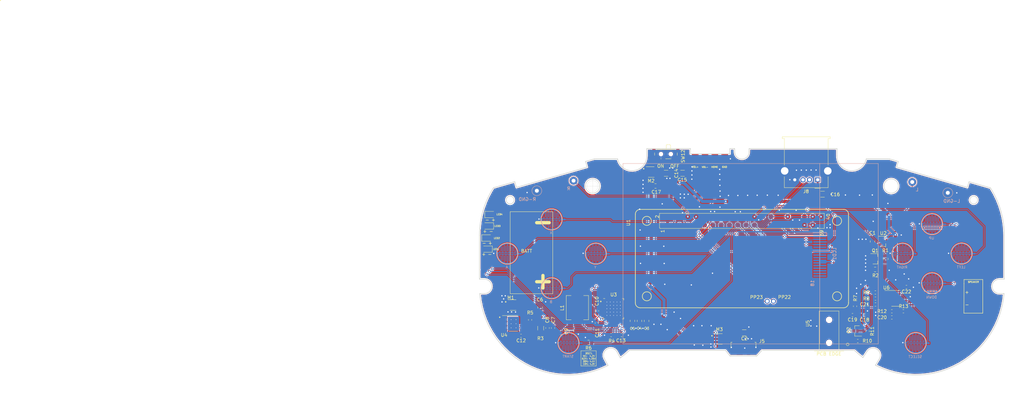
<source format=kicad_pcb>
(kicad_pcb (version 20171130) (host pcbnew "(5.1.6)-1")
  (layers (0 F.Cu signal) (31 B.Cu signal) (34 B.Paste user) (35 F.Paste user) (36 B.SilkS user) (37 F.SilkS user) (38 B.Mask user) (39 F.Mask user) (44 Edge.Cuts user))
  (net 0 "")
  (net 1 K_L)
  (net 2 GND)
  (net 3 K_R)
  (net 4 "Net-(Q1-Pad3)")
  (net 5 LED_K)
  (net 6 TFT_VCC_3.3)
  (net 7 TFT_SDO)
  (net 8 TFT_SDI)
  (net 9 TFT_CS)
  (net 10 TFT_SCK)
  (net 11 TFT_RESET)
  (net 12 VCC_5V)
  (net 13 K_HOME)
  (net 14 K_X)
  (net 15 K_UP)
  (net 16 K_DOWN)
  (net 17 K_Y)
  (net 18 K_RIGHT)
  (net 19 K_SELECT)
  (net 20 K_LEFT)
  (net 21 K_START)
  (net 22 K_B)
  (net 23 K_A)
  (net 24 "Net-(U3-Pad40)")
  (net 25 "Net-(U3-Pad39)")
  (net 26 "Net-(U3-Pad38)")
  (net 27 "Net-(U3-Pad37)")
  (net 28 "Net-(U3-Pad36)")
  (net 29 "Net-(U3-Pad35)")
  (net 30 "Net-(U3-Pad34)")
  (net 31 "Net-(U3-Pad33)")
  (net 32 "Net-(U3-Pad24)")
  (net 33 "Net-(U3-Pad20)")
  (net 34 "Net-(U3-Pad19)")
  (net 35 "Net-(U3-Pad10)")
  (net 36 "Net-(U3-Pad9)")
  (net 37 "Net-(U3-Pad1)")
  (net 38 "Net-(J5-Pad3)")
  (net 39 "Net-(J5-Pad2)")
  (net 40 BAT)
  (net 41 VBUS_B)
  (net 42 VOUT)
  (net 43 GND_BAT)
  (net 44 GATE_B)
  (net 45 BSET)
  (net 46 "Net-(LCD1-Pad18)")
  (net 47 "Net-(LCD1-Pad17)")
  (net 48 "Net-(LCD1-Pad16)")
  (net 49 "Net-(LCD1-Pad15)")
  (net 50 "Net-(U1-Pad1)")
  (net 51 "Net-(U1-Pad11)")
  (net 52 "Net-(U1-Pad15)")
  (net 53 "Net-(U1-Pad17)")
  (net 54 "Net-(U1-Pad21)")
  (net 55 "Net-(U1-Pad26)")
  (net 56 "Net-(U1-Pad27)")
  (net 57 "Net-(U1-Pad28)")
  (net 58 USBD+)
  (net 59 USBD-)
  (net 60 Vol+)
  (net 61 Vol-)
  (net 62 TFT_LED)
  (net 63 TFT_DC_RS)
  (net 64 "Net-(Q1-Pad1)")
  (net 65 /SW)
  (net 66 /BST)
  (net 67 /VCC)
  (net 68 /VDD)
  (net 69 VBUS_A)
  (net 70 GATE_A)
  (net 71 BAT_CSP)
  (net 72 "Net-(C11-Pad1)")
  (net 73 /LED2)
  (net 74 /LED1)
  (net 75 /LED3)
  (net 76 /NTC)
  (net 77 /VM)
  (net 78 "Net-(C18-Pad2)")
  (net 79 /AUDIO1)
  (net 80 "Net-(C20-Pad1)")
  (net 81 "Net-(C21-Pad1)")
  (net 82 "Net-(Q2-Pad3)")
  (net 83 "Net-(Q2-Pad1)")
  (net 84 /AUDIO)
  (net 85 /SD)
  (net 86 "Net-(R10-Pad2)")
  (net 87 "Net-(R12-Pad1)")
  (net 88 /HP+)
  (net 89 /HP-)
  (module Custom_Components:3.5mm_PJ-342-B (layer F.Cu) (at 168.85 127.85 90)
    (fp_text reference U5 (at 6.31 -0.08 90) (layer F.SilkS))
    (fp_text value 3.5mm_PJ-342b)
    (fp_text user "PCB EDGE" (at -2.96 6.37) (layer F.SilkS))
    (pad "" np_thru_hole circle (at 7.41 6.42 90) (size 1.5 1.5) (drill 1.5) (layers *.Cu *.Mask))
    (pad "" np_thru_hole circle (at 0.41 6.42 90) (size 1.5 1.5) (drill 1.5) (layers *.Cu *.Mask))
    (pad 1 smd rect (at 0.01 9.92 90) (size 1.5 2) (layers F.Cu F.Paste F.Mask) (net 86 "Net-(R10-Pad2)"))
    (pad 3 smd rect (at 3.41 9.92 90) (size 1.5 2) (layers F.Cu F.Paste F.Mask) (net 79 /AUDIO1))
    (pad 6 smd rect (at 8.91 9.92 90) (size 1.5 2) (layers F.Cu F.Paste F.Mask) (net 79 /AUDIO1))
    (pad 5 smd rect (at 9.41 2.92 90) (size 1.5 2) (layers F.Cu F.Paste F.Mask) (net 79 /AUDIO1))
    (pad 4 smd rect (at 7.21 2.92 90) (size 1.5 2) (layers F.Cu F.Paste F.Mask) (net 2 GND))
    (pad 2 smd rect (at 0.01 2.92 90) (size 1.5 2) (layers F.Cu F.Paste F.Mask) (net 79 /AUDIO1))
  )
  (module Custom_Components:SOP-8-PP (layer F.Cu) (at 195.65 113.975)
    (fp_text reference U6 (at -2.9 -3.35) (layer F.SilkS))
    (fp_text value NS8002)
    (pad 6 smd roundrect (at 2.7 0.614) (size 1.6 0.61) (layers F.Cu F.Paste F.Mask) (net 12 VCC_5V))
    (pad 5 smd roundrect (at 2.7 1.884) (size 1.6 0.61) (layers F.Cu F.Paste F.Mask) (net 89 /HP-))
    (pad 8 smd roundrect (at 2.7 -1.926) (size 1.6 0.61) (layers F.Cu F.Paste F.Mask) (net 88 /HP+))
    (pad 7 smd roundrect (at 2.7 -0.656) (size 1.6 0.61) (layers F.Cu F.Paste F.Mask) (net 2 GND))
    (pad 4 smd roundrect (at -2.7 1.884) (size 1.6 0.61) (layers F.Cu F.Paste F.Mask) (net 87 "Net-(R12-Pad1)"))
    (pad 3 smd roundrect (at -2.7 0.614) (size 1.6 0.61) (layers F.Cu F.Paste F.Mask) (net 81 "Net-(C21-Pad1)"))
    (pad 2 smd roundrect (at -2.7 -0.656) (size 1.6 0.61) (layers F.Cu F.Paste F.Mask) (net 81 "Net-(C21-Pad1)"))
    (pad 1 smd roundrect (at -2.7 -1.926) (size 1.6 0.61) (layers F.Cu F.Paste F.Mask) (net 85 /SD))
  )
  (module Resistor_SMD:R_0603_1608Metric (layer F.Cu) (at 197.925 117.825 180)
    (fp_text reference R13 (at -0.05 1.525) (layer F.SilkS))
    (fp_text value 47K)
    (pad 2 smd roundrect (at 0.7875 0 180) (size 0.875 0.95) (layers F.Cu F.Paste F.Mask) (net 87 "Net-(R12-Pad1)"))
    (pad 1 smd roundrect (at -0.7875 0 180) (size 0.875 0.95) (layers F.Cu F.Paste F.Mask) (net 89 /HP-))
  )
  (module Resistor_SMD:R_0603_1608Metric (layer F.Cu) (at 194.4 117.825)
    (fp_text reference R12 (at -3 0) (layer F.SilkS))
    (fp_text value 10K)
    (pad 2 smd roundrect (at 0.7875 0) (size 0.875 0.95) (layers F.Cu F.Paste F.Mask) (net 80 "Net-(C20-Pad1)"))
    (pad 1 smd roundrect (at -0.7875 0) (size 0.875 0.95) (layers F.Cu F.Paste F.Mask) (net 87 "Net-(R12-Pad1)"))
  )
  (module Resistor_SMD:R_0603_1608Metric (layer F.Cu) (at 187 123.9 270)
    (fp_text reference R11 (at 0 -1.43 90) (layer F.SilkS))
    (fp_text value 10K)
    (pad 2 smd roundrect (at 0.7875 0 270) (size 0.875 0.95) (layers F.Cu F.Paste F.Mask) (net 83 "Net-(Q2-Pad1)"))
    (pad 1 smd roundrect (at -0.7875 0 270) (size 0.875 0.95) (layers F.Cu F.Paste F.Mask) (net 12 VCC_5V))
  )
  (module Resistor_SMD:R_0603_1608Metric (layer F.Cu) (at 184.0125 126.9 180)
    (fp_text reference R10 (at -2.9125 0.05) (layer F.SilkS))
    (fp_text value 1K)
    (pad 2 smd roundrect (at 0.7875 0 180) (size 0.875 0.95) (layers F.Cu F.Paste F.Mask) (net 86 "Net-(R10-Pad2)"))
    (pad 1 smd roundrect (at -0.7875 0 180) (size 0.875 0.95) (layers F.Cu F.Paste F.Mask) (net 83 "Net-(Q2-Pad1)"))
  )
  (module Resistor_SMD:R_0603_1608Metric (layer F.Cu) (at 189.3875 112.075)
    (fp_text reference R9 (at -2.7625 0.05) (layer F.SilkS))
    (fp_text value 1K)
    (pad 2 smd roundrect (at 0.7875 0) (size 0.875 0.95) (layers F.Cu F.Paste F.Mask) (net 85 /SD))
    (pad 1 smd roundrect (at -0.7875 0) (size 0.875 0.95) (layers F.Cu F.Paste F.Mask) (net 82 "Net-(Q2-Pad3)"))
  )
  (module Resistor_SMD:R_0603_1608Metric (layer F.Cu) (at 189.4 113.975 180)
    (fp_text reference R8 (at 2.775 0) (layer F.SilkS))
    (fp_text value 10K)
    (pad 2 smd roundrect (at 0.7875 0 180) (size 0.875 0.95) (layers F.Cu F.Paste F.Mask) (net 2 GND))
    (pad 1 smd roundrect (at -0.7875 0 180) (size 0.875 0.95) (layers F.Cu F.Paste F.Mask) (net 85 /SD))
  )
  (module Resistor_SMD:R_0603_1608Metric (layer F.Cu) (at 183.2 116.3 90)
    (fp_text reference R7 (at 2.45 0.075 90) (layer F.SilkS))
    (fp_text value 220R)
    (pad 2 smd roundrect (at 0.7875 0 90) (size 0.875 0.95) (layers F.Cu F.Paste F.Mask) (net 84 /AUDIO))
    (pad 1 smd roundrect (at -0.7875 0 90) (size 0.875 0.95) (layers F.Cu F.Paste F.Mask) (net 78 "Net-(C18-Pad2)"))
  )
  (module Package_TO_SOT_SMD:SOT-23 (layer F.Cu) (at 183.825 123.8 180)
    (fp_text reference Q2 (at 2.575 0.2 90) (layer F.SilkS))
    (fp_text value MMBT3906)
    (pad 3 smd rect (at 1 0 180) (size 0.9 0.8) (layers F.Cu F.Paste F.Mask) (net 82 "Net-(Q2-Pad3)"))
    (pad 2 smd rect (at -1 0.95 180) (size 0.9 0.8) (layers F.Cu F.Paste F.Mask) (net 12 VCC_5V))
    (pad 1 smd rect (at -1 -0.95 180) (size 0.9 0.8) (layers F.Cu F.Paste F.Mask) (net 83 "Net-(Q2-Pad1)"))
  )
  (module Custom_Components:Edge_connection (layer F.Cu) (at 219.6 114.975)
    (fp_text reference - (at -2.275 0.825) (layer F.SilkS))
    (fp_text value HP-)
    (pad 1 smd rect (at 0 1) (size 2 3) (layers F.Cu F.Paste F.Mask) (net 89 /HP-))
  )
  (module Custom_Components:Edge_connection (layer F.Cu) (at 219.6 110.95)
    (fp_text reference + (at -2.3 1.05) (layer F.SilkS))
    (fp_text value HP+)
    (pad 1 smd rect (at 0 1) (size 2 3) (layers F.Cu F.Paste F.Mask) (net 88 /HP+))
  )
  (module Capacitor_SMD:C_0603_1608Metric (layer F.Cu) (at 198.85 110.425 180)
    (fp_text reference C22 (at 0 -1.43) (layer F.SilkS))
    (fp_text value 1.0uf)
    (pad 2 smd roundrect (at 0.7875 0 180) (size 0.875 0.95) (layers F.Cu F.Paste F.Mask) (net 12 VCC_5V))
    (pad 1 smd roundrect (at -0.7875 0 180) (size 0.875 0.95) (layers F.Cu F.Paste F.Mask) (net 2 GND))
  )
  (module Capacitor_SMD:C_0603_1608Metric (layer F.Cu) (at 189.425 115.75 180)
    (fp_text reference C21 (at 3.3 0.025) (layer F.SilkS))
    (fp_text value 1.0uf)
    (pad 2 smd roundrect (at 0.7875 0 180) (size 0.875 0.95) (layers F.Cu F.Paste F.Mask) (net 2 GND))
    (pad 1 smd roundrect (at -0.7875 0 180) (size 0.875 0.95) (layers F.Cu F.Paste F.Mask) (net 81 "Net-(C21-Pad1)"))
  )
  (module Capacitor_SMD:C_0603_1608Metric (layer F.Cu) (at 194.4 119.7 180)
    (fp_text reference C20 (at 2.975 0) (layer F.SilkS))
    (fp_text value 0.1uf)
    (pad 2 smd roundrect (at 0.7875 0 180) (size 0.875 0.95) (layers F.Cu F.Paste F.Mask) (net 79 /AUDIO1))
    (pad 1 smd roundrect (at -0.7875 0 180) (size 0.875 0.95) (layers F.Cu F.Paste F.Mask) (net 80 "Net-(C20-Pad1)"))
  )
  (module Capacitor_SMD:C_0603_1608Metric (layer F.Cu) (at 182.4 119)
    (fp_text reference C19 (at 0 1.4) (layer F.SilkS))
    (fp_text value 47uf)
    (pad 2 smd roundrect (at 0.7875 0) (size 0.875 0.95) (layers F.Cu F.Paste F.Mask) (net 78 "Net-(C18-Pad2)"))
    (pad 1 smd roundrect (at -0.7875 0) (size 0.875 0.95) (layers F.Cu F.Paste F.Mask) (net 79 /AUDIO1))
  )
  (module Capacitor_SMD:C_0603_1608Metric (layer F.Cu) (at 186.075 119 180)
    (fp_text reference C18 (at 0 -1.43) (layer F.SilkS))
    (fp_text value 1uf)
    (pad 2 smd roundrect (at 0.7875 0 180) (size 0.875 0.95) (layers F.Cu F.Paste F.Mask) (net 78 "Net-(C18-Pad2)"))
    (pad 1 smd roundrect (at -0.7875 0 180) (size 0.875 0.95) (layers F.Cu F.Paste F.Mask) (net 2 GND))
  )
  (module Capacitor_SMD:C_0805_2012Metric (layer F.Cu) (at 122.35 79.625)
    (fp_text reference C17 (at 0.225 1.825) (layer F.SilkS))
    (fp_text value 22uF/25V)
    (pad 2 smd roundrect (at 0.9375 0) (size 0.975 1.4) (layers F.Cu F.Paste F.Mask) (net 2 GND))
    (pad 1 smd roundrect (at -0.9375 0) (size 0.975 1.4) (layers F.Cu F.Paste F.Mask) (net 42 VOUT))
  )
  (module Capacitor_SMD:C_1206_3216Metric (layer F.Cu) (at 125.575 75.75 180)
    (fp_text reference C14 (at -3.125 -0.025 270) (layer F.SilkS))
    (fp_text value 10uF/25V)
    (pad 2 smd roundrect (at 1.4 0 180) (size 1.25 1.75) (layers F.Cu F.Paste F.Mask) (roundrect_rratio 0.2) (net 69 VBUS_A))
    (pad 1 smd roundrect (at -1.4 0 180) (size 1.25 1.75) (layers F.Cu F.Paste F.Mask) (roundrect_rratio 0.2) (net 2 GND))
  )
  (module Resistor_SMD:R_0805_2012Metric (layer F.Cu) (at 101.9375 127.325 180)
    (fp_text reference R6 (at 0 -1.7) (layer F.SilkS))
    (fp_text value BSET)
    (pad 2 smd roundrect (at 0.9375 0 180) (size 0.975 1.4) (layers F.Cu F.Paste F.Mask) (net 2 GND))
    (pad 1 smd roundrect (at -0.9375 0 180) (size 0.975 1.4) (layers F.Cu F.Paste F.Mask) (net 45 BSET))
  )
  (module Package_DFN_QFN:QFN-40-1EP_6x6mm_P0.5mm_EP4.6x4.6mm_ThermalVias (layer F.Cu) (at 109.575 117.05)
    (fp_text reference U3 (at 0 -4.3) (layer F.SilkS))
    (fp_text value SW6106)
    (pad 1 smd roundrect (at -2.9375 -2.25) (size 0.825 0.25) (layers F.Cu F.Paste F.Mask) (net 37 "Net-(U3-Pad1)"))
    (pad 2 smd roundrect (at -2.9375 -1.75) (size 0.825 0.25) (layers F.Cu F.Paste F.Mask) (net 65 /SW))
    (pad 3 smd roundrect (at -2.9375 -1.25) (size 0.825 0.25) (layers F.Cu F.Paste F.Mask) (net 65 /SW))
    (pad 4 smd roundrect (at -2.9375 -0.75) (size 0.825 0.25) (layers F.Cu F.Paste F.Mask) (net 65 /SW))
    (pad 5 smd roundrect (at -2.9375 -0.25) (size 0.825 0.25) (layers F.Cu F.Paste F.Mask) (net 65 /SW))
    (pad 6 smd roundrect (at -2.9375 0.25) (size 0.825 0.25) (layers F.Cu F.Paste F.Mask) (net 65 /SW))
    (pad 7 smd roundrect (at -2.9375 0.75) (size 0.825 0.25) (layers F.Cu F.Paste F.Mask) (net 66 /BST))
    (pad 8 smd roundrect (at -2.9375 1.25) (size 0.825 0.25) (layers F.Cu F.Paste F.Mask) (net 72 "Net-(C11-Pad1)"))
    (pad 9 smd roundrect (at -2.9375 1.75) (size 0.825 0.25) (layers F.Cu F.Paste F.Mask) (net 36 "Net-(U3-Pad9)"))
    (pad 10 smd roundrect (at -2.9375 2.25) (size 0.825 0.25) (layers F.Cu F.Paste F.Mask) (net 35 "Net-(U3-Pad10)"))
    (pad 11 smd roundrect (at -2.25 2.9375) (size 0.25 0.825) (layers F.Cu F.Paste F.Mask) (net 69 VBUS_A))
    (pad 12 smd roundrect (at -1.75 2.9375) (size 0.25 0.825) (layers F.Cu F.Paste F.Mask) (net 42 VOUT))
    (pad 13 smd roundrect (at -1.25 2.9375) (size 0.25 0.825) (layers F.Cu F.Paste F.Mask) (net 2 GND))
    (pad 14 smd roundrect (at -0.75 2.9375) (size 0.25 0.825) (layers F.Cu F.Paste F.Mask) (net 71 BAT_CSP))
    (pad 15 smd roundrect (at -0.25 2.9375) (size 0.25 0.825) (layers F.Cu F.Paste F.Mask) (net 40 BAT))
    (pad 16 smd roundrect (at 0.25 2.9375) (size 0.25 0.825) (layers F.Cu F.Paste F.Mask) (net 76 /NTC))
    (pad 17 smd roundrect (at 0.75 2.9375) (size 0.25 0.825) (layers F.Cu F.Paste F.Mask) (net 45 BSET))
    (pad 18 smd roundrect (at 1.25 2.9375) (size 0.25 0.825) (layers F.Cu F.Paste F.Mask) (net 67 /VCC))
    (pad 19 smd roundrect (at 1.75 2.9375) (size 0.25 0.825) (layers F.Cu F.Paste F.Mask) (net 34 "Net-(U3-Pad19)"))
    (pad 20 smd roundrect (at 2.25 2.9375) (size 0.25 0.825) (layers F.Cu F.Paste F.Mask) (net 33 "Net-(U3-Pad20)"))
    (pad 21 smd roundrect (at 2.9375 2.25) (size 0.825 0.25) (layers F.Cu F.Paste F.Mask) (net 74 /LED1))
    (pad 22 smd roundrect (at 2.9375 1.75) (size 0.825 0.25) (layers F.Cu F.Paste F.Mask) (net 73 /LED2))
    (pad 23 smd roundrect (at 2.9375 1.25) (size 0.825 0.25) (layers F.Cu F.Paste F.Mask) (net 75 /LED3))
    (pad 24 smd roundrect (at 2.9375 0.75) (size 0.825 0.25) (layers F.Cu F.Paste F.Mask) (net 32 "Net-(U3-Pad24)"))
    (pad 25 smd roundrect (at 2.9375 0.25) (size 0.825 0.25) (layers F.Cu F.Paste F.Mask) (net 42 VOUT))
    (pad 26 smd roundrect (at 2.9375 -0.25) (size 0.825 0.25) (layers F.Cu F.Paste F.Mask) (net 42 VOUT))
    (pad 27 smd roundrect (at 2.9375 -0.75) (size 0.825 0.25) (layers F.Cu F.Paste F.Mask) (net 42 VOUT))
    (pad 28 smd roundrect (at 2.9375 -1.25) (size 0.825 0.25) (layers F.Cu F.Paste F.Mask) (net 42 VOUT))
    (pad 29 smd roundrect (at 2.9375 -1.75) (size 0.825 0.25) (layers F.Cu F.Paste F.Mask) (net 42 VOUT))
    (pad 30 smd roundrect (at 2.9375 -2.25) (size 0.825 0.25) (layers F.Cu F.Paste F.Mask) (net 41 VBUS_B))
    (pad 31 smd roundrect (at 2.25 -2.9375) (size 0.25 0.825) (layers F.Cu F.Paste F.Mask) (net 44 GATE_B))
    (pad 32 smd roundrect (at 1.75 -2.9375) (size 0.25 0.825) (layers F.Cu F.Paste F.Mask) (net 70 GATE_A))
    (pad 33 smd roundrect (at 1.25 -2.9375) (size 0.25 0.825) (layers F.Cu F.Paste F.Mask) (net 31 "Net-(U3-Pad33)"))
    (pad 34 smd roundrect (at 0.75 -2.9375) (size 0.25 0.825) (layers F.Cu F.Paste F.Mask) (net 30 "Net-(U3-Pad34)"))
    (pad 35 smd roundrect (at 0.25 -2.9375) (size 0.25 0.825) (layers F.Cu F.Paste F.Mask) (net 29 "Net-(U3-Pad35)"))
    (pad 36 smd roundrect (at -0.25 -2.9375) (size 0.25 0.825) (layers F.Cu F.Paste F.Mask) (net 28 "Net-(U3-Pad36)"))
    (pad 37 smd roundrect (at -0.75 -2.9375) (size 0.25 0.825) (layers F.Cu F.Paste F.Mask) (net 27 "Net-(U3-Pad37)"))
    (pad 38 smd roundrect (at -1.25 -2.9375) (size 0.25 0.825) (layers F.Cu F.Paste F.Mask) (net 26 "Net-(U3-Pad38)"))
    (pad 39 smd roundrect (at -1.75 -2.9375) (size 0.25 0.825) (layers F.Cu F.Paste F.Mask) (net 25 "Net-(U3-Pad39)"))
    (pad 40 smd roundrect (at -2.25 -2.9375) (size 0.25 0.825) (layers F.Cu F.Paste F.Mask) (net 24 "Net-(U3-Pad40)"))
    (pad 41 smd rect (at 0 0) (size 4.6 4.6) (layers F.Cu F.Mask) (net 2 GND))
    (pad 41 thru_hole circle (at -2.05 -2.05) (size 0.5 0.5) (drill 0.2) (layers *.Cu) (net 2 GND))
    (pad 41 thru_hole circle (at -1.025 -2.05) (size 0.5 0.5) (drill 0.2) (layers *.Cu) (net 2 GND))
    (pad 41 thru_hole circle (at 0 -2.05) (size 0.5 0.5) (drill 0.2) (layers *.Cu) (net 2 GND))
    (pad 41 thru_hole circle (at 1.025 -2.05) (size 0.5 0.5) (drill 0.2) (layers *.Cu) (net 2 GND))
    (pad 41 thru_hole circle (at 2.05 -2.05) (size 0.5 0.5) (drill 0.2) (layers *.Cu) (net 2 GND))
    (pad 41 thru_hole circle (at -2.05 -1.025) (size 0.5 0.5) (drill 0.2) (layers *.Cu) (net 2 GND))
    (pad 41 thru_hole circle (at -1.025 -1.025) (size 0.5 0.5) (drill 0.2) (layers *.Cu) (net 2 GND))
    (pad 41 thru_hole circle (at 0 -1.025) (size 0.5 0.5) (drill 0.2) (layers *.Cu) (net 2 GND))
    (pad 41 thru_hole circle (at 1.025 -1.025) (size 0.5 0.5) (drill 0.2) (layers *.Cu) (net 2 GND))
    (pad 41 thru_hole circle (at 2.05 -1.025) (size 0.5 0.5) (drill 0.2) (layers *.Cu) (net 2 GND))
    (pad 41 thru_hole circle (at -2.05 0) (size 0.5 0.5) (drill 0.2) (layers *.Cu) (net 2 GND))
    (pad 41 thru_hole circle (at -1.025 0) (size 0.5 0.5) (drill 0.2) (layers *.Cu) (net 2 GND))
    (pad 41 thru_hole circle (at 0 0) (size 0.5 0.5) (drill 0.2) (layers *.Cu) (net 2 GND))
    (pad 41 thru_hole circle (at 1.025 0) (size 0.5 0.5) (drill 0.2) (layers *.Cu) (net 2 GND))
    (pad 41 thru_hole circle (at 2.05 0) (size 0.5 0.5) (drill 0.2) (layers *.Cu) (net 2 GND))
    (pad 41 thru_hole circle (at -2.05 1.025) (size 0.5 0.5) (drill 0.2) (layers *.Cu) (net 2 GND))
    (pad 41 thru_hole circle (at -1.025 1.025) (size 0.5 0.5) (drill 0.2) (layers *.Cu) (net 2 GND))
    (pad 41 thru_hole circle (at 0 1.025) (size 0.5 0.5) (drill 0.2) (layers *.Cu) (net 2 GND))
    (pad 41 thru_hole circle (at 1.025 1.025) (size 0.5 0.5) (drill 0.2) (layers *.Cu) (net 2 GND))
    (pad 41 thru_hole circle (at 2.05 1.025) (size 0.5 0.5) (drill 0.2) (layers *.Cu) (net 2 GND))
    (pad 41 thru_hole circle (at -2.05 2.05) (size 0.5 0.5) (drill 0.2) (layers *.Cu) (net 2 GND))
    (pad 41 thru_hole circle (at -1.025 2.05) (size 0.5 0.5) (drill 0.2) (layers *.Cu) (net 2 GND))
    (pad 41 thru_hole circle (at 0 2.05) (size 0.5 0.5) (drill 0.2) (layers *.Cu) (net 2 GND))
    (pad 41 thru_hole circle (at 1.025 2.05) (size 0.5 0.5) (drill 0.2) (layers *.Cu) (net 2 GND))
    (pad 41 thru_hole circle (at 2.05 2.05) (size 0.5 0.5) (drill 0.2) (layers *.Cu) (net 2 GND))
    (pad 41 smd rect (at 0 0) (size 4.6 4.6) (layers B.Cu) (net 2 GND))
  )
  (module Package_TO_SOT_SMD:SOT-23 (layer F.Cu) (at 189.32 101.82)
    (fp_text reference Q1 (at 0 -2.5) (layer F.SilkS))
    (fp_text value S8050)
    (pad 3 smd rect (at 1 0) (size 0.9 0.8) (layers F.Cu F.Paste F.Mask) (net 4 "Net-(Q1-Pad3)"))
    (pad 2 smd rect (at -1 0.95) (size 0.9 0.8) (layers F.Cu F.Paste F.Mask) (net 2 GND))
    (pad 1 smd rect (at -1 -0.95) (size 0.9 0.8) (layers F.Cu F.Paste F.Mask) (net 64 "Net-(Q1-Pad1)"))
  )
  (module Custom_Components:Kbpad (layer B.Cu) (at 104 100.34)
    (fp_text reference SW9 hide)
    (fp_text value Y (at 0 4.064) (layer B.SilkS) (effects (font (size 0.77 0.77) (thickness 0.1)) (justify mirror)))
    (fp_line (start -2.6775 -0.358125) (end -2.83625 -0.358125) (layer B.Cu) (width 0.254))
    (fp_line (start -2.934675 -0.3867) (end -2.998175 -0.154925) (layer B.Cu) (width 0.0508))
    (fp_line (start -1.24875 -0.358125) (end -2.20125 -0.358125) (layer B.Cu) (width 0.254))
    (fp_line (start 1.60875 0.118125) (end 0.65625 0.118125) (layer B.Cu) (width 0.254))
    (fp_line (start 3.281975 0.1467) (end 3.3423 -0.07555) (layer B.Cu) (width 0.0762))
    (fp_line (start 2.56125 -0.358125) (end 2.56125 -0.993125) (layer B.Cu) (width 0.254))
    (fp_line (start 2.56125 0.118125) (end 1.60875 0.118125) (layer B.Cu) (width 0.254))
    (fp_line (start -2.6775 -0.358125) (end -2.6775 0.753125) (layer B.Cu) (width 0.254))
    (fp_line (start -1.725 0.594375) (end -1.725 2.24) (layer B.Cu) (width 0.254))
    (fp_line (start 2.085 -0.834375) (end 2.085 -2.421875) (layer B.Cu) (width 0.254))
    (fp_line (start 0.18 -3.056875) (end 0.18 -0.834375) (layer B.Cu) (width 0.254))
    (fp_line (start 0.65625 -0.358125) (end 0.65625 -2.421875) (layer B.Cu) (width 0.254))
    (fp_line (start 2.56125 0.118125) (end 3.0375 0.118125) (layer B.Cu) (width 0.254))
    (fp_line (start 3.0375 0.118125) (end 3.19625 0.118125) (layer B.Cu) (width 0.254))
    (fp_line (start 1.1325 0.594375) (end 1.13 2.73) (layer B.Cu) (width 0.254))
    (fp_line (start 2.56125 0.118125) (end 2.56125 0.594375) (layer B.Cu) (width 0.254))
    (fp_line (start -1.24875 -0.358125) (end -1.24875 -2.104375) (layer B.Cu) (width 0.254))
    (fp_line (start 1.60875 -0.358125) (end 0.65625 -0.358125) (layer B.Cu) (width 0.254))
    (fp_line (start 0.65625 0.118125) (end 0.65625 2.181875) (layer B.Cu) (width 0.254))
    (fp_line (start 0.65625 -0.358125) (end -0.29625 -0.358125) (layer B.Cu) (width 0.254))
    (fp_line (start 1.60875 -0.358125) (end 1.60875 -2.104375) (layer B.Cu) (width 0.254))
    (fp_line (start 2.085 0.594375) (end 2.09 2.27) (layer B.Cu) (width 0.254))
    (fp_line (start 1.13 -0.85) (end 1.1325 -2.898125) (layer B.Cu) (width 0.254))
    (fp_line (start -1.24875 0.118125) (end -2.20125 0.118125) (layer B.Cu) (width 0.254))
    (fp_line (start -1.24875 0.118125) (end -1.24875 1.864375) (layer B.Cu) (width 0.254))
    (fp_line (start -0.29625 0.118125) (end -0.29625 2.181875) (layer B.Cu) (width 0.254))
    (fp_line (start 0.65625 0.118125) (end -0.29625 0.118125) (layer B.Cu) (width 0.254))
    (fp_line (start -0.29625 0.118125) (end -1.24875 0.118125) (layer B.Cu) (width 0.254))
    (fp_line (start -0.7725 0.594375) (end -0.7725 2.77) (layer B.Cu) (width 0.254))
    (fp_line (start 2.56125 -0.358125) (end 1.60875 -0.358125) (layer B.Cu) (width 0.254))
    (fp_line (start -1.725 -0.834375) (end -1.725 -2.421875) (layer B.Cu) (width 0.254))
    (fp_line (start -2.20125 -0.358125) (end -2.6775 -0.358125) (layer B.Cu) (width 0.254))
    (fp_line (start 0.18 0.594375) (end 0.18 2.91) (layer B.Cu) (width 0.254))
    (fp_line (start -0.7725 -0.834375) (end -0.7725 -2.898125) (layer B.Cu) (width 0.254))
    (fp_line (start -0.29625 -0.358125) (end -0.29625 -2.421875) (layer B.Cu) (width 0.254))
    (fp_line (start -0.29625 -0.358125) (end -1.24875 -0.358125) (layer B.Cu) (width 0.254))
    (fp_line (start 1.60875 0.118125) (end 1.60875 1.864375) (layer B.Cu) (width 0.254))
    (fp_line (start -2.20125 0.118125) (end -2.20125 0.753125) (layer B.Cu) (width 0.254))
    (fp_line (start -2.20125 -0.358125) (end -2.20125 -0.834375) (layer B.Cu) (width 0.254))
    (fp_line (start 3.0375 0.118125) (end 3.0375 -0.993125) (layer B.Cu) (width 0.254))
    (fp_arc (start 0.18209 -0.119661) (end 3.19625 -0.12) (angle -161.565051) (layer B.Cu) (width 0.381))
    (fp_arc (start 0.17791 -0.120339) (end -2.83625 -0.12) (angle -161.565051) (layer B.Cu) (width 0.381))
    (pad 1 smd roundrect (at -3.31 -0.18 270) (size 0.6 1.5) (layers B.Cu) (net 2 GND))
    (pad 2 smd roundrect (at 3.68 -0.06 270) (size 0.6 1.5) (layers B.Cu) (net 17 K_Y))
  )
  (module Custom_Components:Kbpad (layer B.Cu) (at 90.51 89.9)
    (fp_text reference SW8 hide)
    (fp_text value X (at 0 4) (layer B.SilkS) (effects (font (size 0.77 0.77) (thickness 0.1)) (justify mirror)))
    (fp_line (start -2.6775 -0.358125) (end -2.83625 -0.358125) (layer B.Cu) (width 0.254))
    (fp_line (start -2.934675 -0.3867) (end -2.998175 -0.154925) (layer B.Cu) (width 0.0508))
    (fp_line (start -1.24875 -0.358125) (end -2.20125 -0.358125) (layer B.Cu) (width 0.254))
    (fp_line (start 1.60875 0.118125) (end 0.65625 0.118125) (layer B.Cu) (width 0.254))
    (fp_line (start 3.281975 0.1467) (end 3.3423 -0.07555) (layer B.Cu) (width 0.0762))
    (fp_line (start 2.56125 -0.358125) (end 2.56125 -0.993125) (layer B.Cu) (width 0.254))
    (fp_line (start 2.56125 0.118125) (end 1.60875 0.118125) (layer B.Cu) (width 0.254))
    (fp_line (start -2.6775 -0.358125) (end -2.6775 0.753125) (layer B.Cu) (width 0.254))
    (fp_line (start -1.725 0.594375) (end -1.725 2.24) (layer B.Cu) (width 0.254))
    (fp_line (start 2.085 -0.834375) (end 2.085 -2.421875) (layer B.Cu) (width 0.254))
    (fp_line (start 0.18 -3.056875) (end 0.18 -0.834375) (layer B.Cu) (width 0.254))
    (fp_line (start 0.65625 -0.358125) (end 0.65625 -2.421875) (layer B.Cu) (width 0.254))
    (fp_line (start 2.56125 0.118125) (end 3.0375 0.118125) (layer B.Cu) (width 0.254))
    (fp_line (start 3.0375 0.118125) (end 3.19625 0.118125) (layer B.Cu) (width 0.254))
    (fp_line (start 1.1325 0.594375) (end 1.13 2.73) (layer B.Cu) (width 0.254))
    (fp_line (start 2.56125 0.118125) (end 2.56125 0.594375) (layer B.Cu) (width 0.254))
    (fp_line (start -1.24875 -0.358125) (end -1.24875 -2.104375) (layer B.Cu) (width 0.254))
    (fp_line (start 1.60875 -0.358125) (end 0.65625 -0.358125) (layer B.Cu) (width 0.254))
    (fp_line (start 0.65625 0.118125) (end 0.65625 2.181875) (layer B.Cu) (width 0.254))
    (fp_line (start 0.65625 -0.358125) (end -0.29625 -0.358125) (layer B.Cu) (width 0.254))
    (fp_line (start 1.60875 -0.358125) (end 1.60875 -2.104375) (layer B.Cu) (width 0.254))
    (fp_line (start 2.085 0.594375) (end 2.09 2.27) (layer B.Cu) (width 0.254))
    (fp_line (start 1.13 -0.85) (end 1.1325 -2.898125) (layer B.Cu) (width 0.254))
    (fp_line (start -1.24875 0.118125) (end -2.20125 0.118125) (layer B.Cu) (width 0.254))
    (fp_line (start -1.24875 0.118125) (end -1.24875 1.864375) (layer B.Cu) (width 0.254))
    (fp_line (start -0.29625 0.118125) (end -0.29625 2.181875) (layer B.Cu) (width 0.254))
    (fp_line (start 0.65625 0.118125) (end -0.29625 0.118125) (layer B.Cu) (width 0.254))
    (fp_line (start -0.29625 0.118125) (end -1.24875 0.118125) (layer B.Cu) (width 0.254))
    (fp_line (start -0.7725 0.594375) (end -0.7725 2.77) (layer B.Cu) (width 0.254))
    (fp_line (start 2.56125 -0.358125) (end 1.60875 -0.358125) (layer B.Cu) (width 0.254))
    (fp_line (start -1.725 -0.834375) (end -1.725 -2.421875) (layer B.Cu) (width 0.254))
    (fp_line (start -2.20125 -0.358125) (end -2.6775 -0.358125) (layer B.Cu) (width 0.254))
    (fp_line (start 0.18 0.594375) (end 0.18 2.91) (layer B.Cu) (width 0.254))
    (fp_line (start -0.7725 -0.834375) (end -0.7725 -2.898125) (layer B.Cu) (width 0.254))
    (fp_line (start -0.29625 -0.358125) (end -0.29625 -2.421875) (layer B.Cu) (width 0.254))
    (fp_line (start -0.29625 -0.358125) (end -1.24875 -0.358125) (layer B.Cu) (width 0.254))
    (fp_line (start 1.60875 0.118125) (end 1.60875 1.864375) (layer B.Cu) (width 0.254))
    (fp_line (start -2.20125 0.118125) (end -2.20125 0.753125) (layer B.Cu) (width 0.254))
    (fp_line (start -2.20125 -0.358125) (end -2.20125 -0.834375) (layer B.Cu) (width 0.254))
    (fp_line (start 3.0375 0.118125) (end 3.0375 -0.993125) (layer B.Cu) (width 0.254))
    (fp_arc (start 0.18209 -0.119661) (end 3.19625 -0.12) (angle -161.565051) (layer B.Cu) (width 0.381))
    (fp_arc (start 0.17791 -0.120339) (end -2.83625 -0.12) (angle -161.565051) (layer B.Cu) (width 0.381))
    (pad 1 smd roundrect (at -3.31 -0.18 270) (size 0.6 1.5) (layers B.Cu) (net 2 GND))
    (pad 2 smd roundrect (at 3.68 -0.06 270) (size 0.6 1.5) (layers B.Cu) (net 14 K_X))
  )
  (module Custom_Components:Kbpad (layer B.Cu) (at 77.02 100.33)
    (fp_text reference SW6 hide)
    (fp_text value A (at 0 4.064) (layer B.SilkS) (effects (font (size 0.77 0.77) (thickness 0.1)) (justify mirror)))
    (fp_line (start -2.6775 -0.358125) (end -2.83625 -0.358125) (layer B.Cu) (width 0.254))
    (fp_line (start -2.934675 -0.3867) (end -2.998175 -0.154925) (layer B.Cu) (width 0.0508))
    (fp_line (start -1.24875 -0.358125) (end -2.20125 -0.358125) (layer B.Cu) (width 0.254))
    (fp_line (start 1.60875 0.118125) (end 0.65625 0.118125) (layer B.Cu) (width 0.254))
    (fp_line (start 3.281975 0.1467) (end 3.3423 -0.07555) (layer B.Cu) (width 0.0762))
    (fp_line (start 2.56125 -0.358125) (end 2.56125 -0.993125) (layer B.Cu) (width 0.254))
    (fp_line (start 2.56125 0.118125) (end 1.60875 0.118125) (layer B.Cu) (width 0.254))
    (fp_line (start -2.6775 -0.358125) (end -2.6775 0.753125) (layer B.Cu) (width 0.254))
    (fp_line (start -1.725 0.594375) (end -1.725 2.24) (layer B.Cu) (width 0.254))
    (fp_line (start 2.085 -0.834375) (end 2.085 -2.421875) (layer B.Cu) (width 0.254))
    (fp_line (start 0.18 -3.056875) (end 0.18 -0.834375) (layer B.Cu) (width 0.254))
    (fp_line (start 0.65625 -0.358125) (end 0.65625 -2.421875) (layer B.Cu) (width 0.254))
    (fp_line (start 2.56125 0.118125) (end 3.0375 0.118125) (layer B.Cu) (width 0.254))
    (fp_line (start 3.0375 0.118125) (end 3.19625 0.118125) (layer B.Cu) (width 0.254))
    (fp_line (start 1.1325 0.594375) (end 1.13 2.73) (layer B.Cu) (width 0.254))
    (fp_line (start 2.56125 0.118125) (end 2.56125 0.594375) (layer B.Cu) (width 0.254))
    (fp_line (start -1.24875 -0.358125) (end -1.24875 -2.104375) (layer B.Cu) (width 0.254))
    (fp_line (start 1.60875 -0.358125) (end 0.65625 -0.358125) (layer B.Cu) (width 0.254))
    (fp_line (start 0.65625 0.118125) (end 0.65625 2.181875) (layer B.Cu) (width 0.254))
    (fp_line (start 0.65625 -0.358125) (end -0.29625 -0.358125) (layer B.Cu) (width 0.254))
    (fp_line (start 1.60875 -0.358125) (end 1.60875 -2.104375) (layer B.Cu) (width 0.254))
    (fp_line (start 2.085 0.594375) (end 2.09 2.27) (layer B.Cu) (width 0.254))
    (fp_line (start 1.13 -0.85) (end 1.1325 -2.898125) (layer B.Cu) (width 0.254))
    (fp_line (start -1.24875 0.118125) (end -2.20125 0.118125) (layer B.Cu) (width 0.254))
    (fp_line (start -1.24875 0.118125) (end -1.24875 1.864375) (layer B.Cu) (width 0.254))
    (fp_line (start -0.29625 0.118125) (end -0.29625 2.181875) (layer B.Cu) (width 0.254))
    (fp_line (start 0.65625 0.118125) (end -0.29625 0.118125) (layer B.Cu) (width 0.254))
    (fp_line (start -0.29625 0.118125) (end -1.24875 0.118125) (layer B.Cu) (width 0.254))
    (fp_line (start -0.7725 0.594375) (end -0.7725 2.77) (layer B.Cu) (width 0.254))
    (fp_line (start 2.56125 -0.358125) (end 1.60875 -0.358125) (layer B.Cu) (width 0.254))
    (fp_line (start -1.725 -0.834375) (end -1.725 -2.421875) (layer B.Cu) (width 0.254))
    (fp_line (start -2.20125 -0.358125) (end -2.6775 -0.358125) (layer B.Cu) (width 0.254))
    (fp_line (start 0.18 0.594375) (end 0.18 2.91) (layer B.Cu) (width 0.254))
    (fp_line (start -0.7725 -0.834375) (end -0.7725 -2.898125) (layer B.Cu) (width 0.254))
    (fp_line (start -0.29625 -0.358125) (end -0.29625 -2.421875) (layer B.Cu) (width 0.254))
    (fp_line (start -0.29625 -0.358125) (end -1.24875 -0.358125) (layer B.Cu) (width 0.254))
    (fp_line (start 1.60875 0.118125) (end 1.60875 1.864375) (layer B.Cu) (width 0.254))
    (fp_line (start -2.20125 0.118125) (end -2.20125 0.753125) (layer B.Cu) (width 0.254))
    (fp_line (start -2.20125 -0.358125) (end -2.20125 -0.834375) (layer B.Cu) (width 0.254))
    (fp_line (start 3.0375 0.118125) (end 3.0375 -0.993125) (layer B.Cu) (width 0.254))
    (fp_arc (start 0.18209 -0.119661) (end 3.19625 -0.12) (angle -161.565051) (layer B.Cu) (width 0.381))
    (fp_arc (start 0.17791 -0.120339) (end -2.83625 -0.12) (angle -161.565051) (layer B.Cu) (width 0.381))
    (pad 1 smd roundrect (at -3.31 -0.18 270) (size 0.6 1.5) (layers B.Cu) (net 2 GND))
    (pad 2 smd roundrect (at 3.68 -0.06 270) (size 0.6 1.5) (layers B.Cu) (net 23 K_A))
  )
  (module Custom_Components:Kbpad (layer B.Cu) (at 90.51 110.89)
    (fp_text reference SW7 hide)
    (fp_text value B (at 0 4.064) (layer B.SilkS) (effects (font (size 0.77 0.77) (thickness 0.1)) (justify mirror)))
    (fp_line (start -2.6775 -0.358125) (end -2.83625 -0.358125) (layer B.Cu) (width 0.254))
    (fp_line (start -2.934675 -0.3867) (end -2.998175 -0.154925) (layer B.Cu) (width 0.0508))
    (fp_line (start -1.24875 -0.358125) (end -2.20125 -0.358125) (layer B.Cu) (width 0.254))
    (fp_line (start 1.60875 0.118125) (end 0.65625 0.118125) (layer B.Cu) (width 0.254))
    (fp_line (start 3.281975 0.1467) (end 3.3423 -0.07555) (layer B.Cu) (width 0.0762))
    (fp_line (start 2.56125 -0.358125) (end 2.56125 -0.993125) (layer B.Cu) (width 0.254))
    (fp_line (start 2.56125 0.118125) (end 1.60875 0.118125) (layer B.Cu) (width 0.254))
    (fp_line (start -2.6775 -0.358125) (end -2.6775 0.753125) (layer B.Cu) (width 0.254))
    (fp_line (start -1.725 0.594375) (end -1.725 2.24) (layer B.Cu) (width 0.254))
    (fp_line (start 2.085 -0.834375) (end 2.085 -2.421875) (layer B.Cu) (width 0.254))
    (fp_line (start 0.18 -3.056875) (end 0.18 -0.834375) (layer B.Cu) (width 0.254))
    (fp_line (start 0.65625 -0.358125) (end 0.65625 -2.421875) (layer B.Cu) (width 0.254))
    (fp_line (start 2.56125 0.118125) (end 3.0375 0.118125) (layer B.Cu) (width 0.254))
    (fp_line (start 3.0375 0.118125) (end 3.19625 0.118125) (layer B.Cu) (width 0.254))
    (fp_line (start 1.1325 0.594375) (end 1.13 2.73) (layer B.Cu) (width 0.254))
    (fp_line (start 2.56125 0.118125) (end 2.56125 0.594375) (layer B.Cu) (width 0.254))
    (fp_line (start -1.24875 -0.358125) (end -1.24875 -2.104375) (layer B.Cu) (width 0.254))
    (fp_line (start 1.60875 -0.358125) (end 0.65625 -0.358125) (layer B.Cu) (width 0.254))
    (fp_line (start 0.65625 0.118125) (end 0.65625 2.181875) (layer B.Cu) (width 0.254))
    (fp_line (start 0.65625 -0.358125) (end -0.29625 -0.358125) (layer B.Cu) (width 0.254))
    (fp_line (start 1.60875 -0.358125) (end 1.60875 -2.104375) (layer B.Cu) (width 0.254))
    (fp_line (start 2.085 0.594375) (end 2.09 2.27) (layer B.Cu) (width 0.254))
    (fp_line (start 1.13 -0.85) (end 1.1325 -2.898125) (layer B.Cu) (width 0.254))
    (fp_line (start -1.24875 0.118125) (end -2.20125 0.118125) (layer B.Cu) (width 0.254))
    (fp_line (start -1.24875 0.118125) (end -1.24875 1.864375) (layer B.Cu) (width 0.254))
    (fp_line (start -0.29625 0.118125) (end -0.29625 2.181875) (layer B.Cu) (width 0.254))
    (fp_line (start 0.65625 0.118125) (end -0.29625 0.118125) (layer B.Cu) (width 0.254))
    (fp_line (start -0.29625 0.118125) (end -1.24875 0.118125) (layer B.Cu) (width 0.254))
    (fp_line (start -0.7725 0.594375) (end -0.7725 2.77) (layer B.Cu) (width 0.254))
    (fp_line (start 2.56125 -0.358125) (end 1.60875 -0.358125) (layer B.Cu) (width 0.254))
    (fp_line (start -1.725 -0.834375) (end -1.725 -2.421875) (layer B.Cu) (width 0.254))
    (fp_line (start -2.20125 -0.358125) (end -2.6775 -0.358125) (layer B.Cu) (width 0.254))
    (fp_line (start 0.18 0.594375) (end 0.18 2.91) (layer B.Cu) (width 0.254))
    (fp_line (start -0.7725 -0.834375) (end -0.7725 -2.898125) (layer B.Cu) (width 0.254))
    (fp_line (start -0.29625 -0.358125) (end -0.29625 -2.421875) (layer B.Cu) (width 0.254))
    (fp_line (start -0.29625 -0.358125) (end -1.24875 -0.358125) (layer B.Cu) (width 0.254))
    (fp_line (start 1.60875 0.118125) (end 1.60875 1.864375) (layer B.Cu) (width 0.254))
    (fp_line (start -2.20125 0.118125) (end -2.20125 0.753125) (layer B.Cu) (width 0.254))
    (fp_line (start -2.20125 -0.358125) (end -2.20125 -0.834375) (layer B.Cu) (width 0.254))
    (fp_line (start 3.0375 0.118125) (end 3.0375 -0.993125) (layer B.Cu) (width 0.254))
    (fp_arc (start 0.18209 -0.119661) (end 3.19625 -0.12) (angle -161.565051) (layer B.Cu) (width 0.381))
    (fp_arc (start 0.17791 -0.120339) (end -2.83625 -0.12) (angle -161.565051) (layer B.Cu) (width 0.381))
    (pad 1 smd roundrect (at -3.31 -0.18 270) (size 0.6 1.5) (layers B.Cu) (net 2 GND))
    (pad 2 smd roundrect (at 3.68 -0.06 270) (size 0.6 1.5) (layers B.Cu) (net 22 K_B))
  )
  (module Custom_Components:Kbpad (layer B.Cu) (at 95.67 127.59)
    (fp_text reference SW11 hide)
    (fp_text value START (at 0 4) (layer B.SilkS) (effects (font (size 0.77 0.77) (thickness 0.1)) (justify mirror)))
    (fp_line (start -2.6775 -0.358125) (end -2.83625 -0.358125) (layer B.Cu) (width 0.254))
    (fp_line (start -2.934675 -0.3867) (end -2.998175 -0.154925) (layer B.Cu) (width 0.0508))
    (fp_line (start -1.24875 -0.358125) (end -2.20125 -0.358125) (layer B.Cu) (width 0.254))
    (fp_line (start 1.60875 0.118125) (end 0.65625 0.118125) (layer B.Cu) (width 0.254))
    (fp_line (start 3.281975 0.1467) (end 3.3423 -0.07555) (layer B.Cu) (width 0.0762))
    (fp_line (start 2.56125 -0.358125) (end 2.56125 -0.993125) (layer B.Cu) (width 0.254))
    (fp_line (start 2.56125 0.118125) (end 1.60875 0.118125) (layer B.Cu) (width 0.254))
    (fp_line (start -2.6775 -0.358125) (end -2.6775 0.753125) (layer B.Cu) (width 0.254))
    (fp_line (start -1.725 0.594375) (end -1.725 2.24) (layer B.Cu) (width 0.254))
    (fp_line (start 2.085 -0.834375) (end 2.085 -2.421875) (layer B.Cu) (width 0.254))
    (fp_line (start 0.18 -3.056875) (end 0.18 -0.834375) (layer B.Cu) (width 0.254))
    (fp_line (start 0.65625 -0.358125) (end 0.65625 -2.421875) (layer B.Cu) (width 0.254))
    (fp_line (start 2.56125 0.118125) (end 3.0375 0.118125) (layer B.Cu) (width 0.254))
    (fp_line (start 3.0375 0.118125) (end 3.19625 0.118125) (layer B.Cu) (width 0.254))
    (fp_line (start 1.1325 0.594375) (end 1.13 2.73) (layer B.Cu) (width 0.254))
    (fp_line (start 2.56125 0.118125) (end 2.56125 0.594375) (layer B.Cu) (width 0.254))
    (fp_line (start -1.24875 -0.358125) (end -1.24875 -2.104375) (layer B.Cu) (width 0.254))
    (fp_line (start 1.60875 -0.358125) (end 0.65625 -0.358125) (layer B.Cu) (width 0.254))
    (fp_line (start 0.65625 0.118125) (end 0.65625 2.181875) (layer B.Cu) (width 0.254))
    (fp_line (start 0.65625 -0.358125) (end -0.29625 -0.358125) (layer B.Cu) (width 0.254))
    (fp_line (start 1.60875 -0.358125) (end 1.60875 -2.104375) (layer B.Cu) (width 0.254))
    (fp_line (start 2.085 0.594375) (end 2.09 2.27) (layer B.Cu) (width 0.254))
    (fp_line (start 1.13 -0.85) (end 1.1325 -2.898125) (layer B.Cu) (width 0.254))
    (fp_line (start -1.24875 0.118125) (end -2.20125 0.118125) (layer B.Cu) (width 0.254))
    (fp_line (start -1.24875 0.118125) (end -1.24875 1.864375) (layer B.Cu) (width 0.254))
    (fp_line (start -0.29625 0.118125) (end -0.29625 2.181875) (layer B.Cu) (width 0.254))
    (fp_line (start 0.65625 0.118125) (end -0.29625 0.118125) (layer B.Cu) (width 0.254))
    (fp_line (start -0.29625 0.118125) (end -1.24875 0.118125) (layer B.Cu) (width 0.254))
    (fp_line (start -0.7725 0.594375) (end -0.7725 2.77) (layer B.Cu) (width 0.254))
    (fp_line (start 2.56125 -0.358125) (end 1.60875 -0.358125) (layer B.Cu) (width 0.254))
    (fp_line (start -1.725 -0.834375) (end -1.725 -2.421875) (layer B.Cu) (width 0.254))
    (fp_line (start -2.20125 -0.358125) (end -2.6775 -0.358125) (layer B.Cu) (width 0.254))
    (fp_line (start 0.18 0.594375) (end 0.18 2.91) (layer B.Cu) (width 0.254))
    (fp_line (start -0.7725 -0.834375) (end -0.7725 -2.898125) (layer B.Cu) (width 0.254))
    (fp_line (start -0.29625 -0.358125) (end -0.29625 -2.421875) (layer B.Cu) (width 0.254))
    (fp_line (start -0.29625 -0.358125) (end -1.24875 -0.358125) (layer B.Cu) (width 0.254))
    (fp_line (start 1.60875 0.118125) (end 1.60875 1.864375) (layer B.Cu) (width 0.254))
    (fp_line (start -2.20125 0.118125) (end -2.20125 0.753125) (layer B.Cu) (width 0.254))
    (fp_line (start -2.20125 -0.358125) (end -2.20125 -0.834375) (layer B.Cu) (width 0.254))
    (fp_line (start 3.0375 0.118125) (end 3.0375 -0.993125) (layer B.Cu) (width 0.254))
    (fp_arc (start 0.18209 -0.119661) (end 3.19625 -0.12) (angle -161.565051) (layer B.Cu) (width 0.381))
    (fp_arc (start 0.17791 -0.120339) (end -2.83625 -0.12) (angle -161.565051) (layer B.Cu) (width 0.381))
    (pad 1 smd roundrect (at -3.31 -0.18 270) (size 0.6 1.5) (layers B.Cu) (net 2 GND))
    (pad 2 smd roundrect (at 3.68 -0.06 270) (size 0.6 1.5) (layers B.Cu) (net 21 K_START))
  )
  (module Custom_Components:Kbpad (layer B.Cu) (at 201.52 127.59)
    (fp_text reference SW10 hide)
    (fp_text value SELECT (at 0 4.1) (layer B.SilkS) (effects (font (size 0.77 0.77) (thickness 0.1)) (justify mirror)))
    (fp_line (start -2.6775 -0.358125) (end -2.83625 -0.358125) (layer B.Cu) (width 0.254))
    (fp_line (start -2.934675 -0.3867) (end -2.998175 -0.154925) (layer B.Cu) (width 0.0508))
    (fp_line (start -1.24875 -0.358125) (end -2.20125 -0.358125) (layer B.Cu) (width 0.254))
    (fp_line (start 1.60875 0.118125) (end 0.65625 0.118125) (layer B.Cu) (width 0.254))
    (fp_line (start 3.281975 0.1467) (end 3.3423 -0.07555) (layer B.Cu) (width 0.0762))
    (fp_line (start 2.56125 -0.358125) (end 2.56125 -0.993125) (layer B.Cu) (width 0.254))
    (fp_line (start 2.56125 0.118125) (end 1.60875 0.118125) (layer B.Cu) (width 0.254))
    (fp_line (start -2.6775 -0.358125) (end -2.6775 0.753125) (layer B.Cu) (width 0.254))
    (fp_line (start -1.725 0.594375) (end -1.725 2.24) (layer B.Cu) (width 0.254))
    (fp_line (start 2.085 -0.834375) (end 2.085 -2.421875) (layer B.Cu) (width 0.254))
    (fp_line (start 0.18 -3.056875) (end 0.18 -0.834375) (layer B.Cu) (width 0.254))
    (fp_line (start 0.65625 -0.358125) (end 0.65625 -2.421875) (layer B.Cu) (width 0.254))
    (fp_line (start 2.56125 0.118125) (end 3.0375 0.118125) (layer B.Cu) (width 0.254))
    (fp_line (start 3.0375 0.118125) (end 3.19625 0.118125) (layer B.Cu) (width 0.254))
    (fp_line (start 1.1325 0.594375) (end 1.13 2.73) (layer B.Cu) (width 0.254))
    (fp_line (start 2.56125 0.118125) (end 2.56125 0.594375) (layer B.Cu) (width 0.254))
    (fp_line (start -1.24875 -0.358125) (end -1.24875 -2.104375) (layer B.Cu) (width 0.254))
    (fp_line (start 1.60875 -0.358125) (end 0.65625 -0.358125) (layer B.Cu) (width 0.254))
    (fp_line (start 0.65625 0.118125) (end 0.65625 2.181875) (layer B.Cu) (width 0.254))
    (fp_line (start 0.65625 -0.358125) (end -0.29625 -0.358125) (layer B.Cu) (width 0.254))
    (fp_line (start 1.60875 -0.358125) (end 1.60875 -2.104375) (layer B.Cu) (width 0.254))
    (fp_line (start 2.085 0.594375) (end 2.09 2.27) (layer B.Cu) (width 0.254))
    (fp_line (start 1.13 -0.85) (end 1.1325 -2.898125) (layer B.Cu) (width 0.254))
    (fp_line (start -1.24875 0.118125) (end -2.20125 0.118125) (layer B.Cu) (width 0.254))
    (fp_line (start -1.24875 0.118125) (end -1.24875 1.864375) (layer B.Cu) (width 0.254))
    (fp_line (start -0.29625 0.118125) (end -0.29625 2.181875) (layer B.Cu) (width 0.254))
    (fp_line (start 0.65625 0.118125) (end -0.29625 0.118125) (layer B.Cu) (width 0.254))
    (fp_line (start -0.29625 0.118125) (end -1.24875 0.118125) (layer B.Cu) (width 0.254))
    (fp_line (start -0.7725 0.594375) (end -0.7725 2.77) (layer B.Cu) (width 0.254))
    (fp_line (start 2.56125 -0.358125) (end 1.60875 -0.358125) (layer B.Cu) (width 0.254))
    (fp_line (start -1.725 -0.834375) (end -1.725 -2.421875) (layer B.Cu) (width 0.254))
    (fp_line (start -2.20125 -0.358125) (end -2.6775 -0.358125) (layer B.Cu) (width 0.254))
    (fp_line (start 0.18 0.594375) (end 0.18 2.91) (layer B.Cu) (width 0.254))
    (fp_line (start -0.7725 -0.834375) (end -0.7725 -2.898125) (layer B.Cu) (width 0.254))
    (fp_line (start -0.29625 -0.358125) (end -0.29625 -2.421875) (layer B.Cu) (width 0.254))
    (fp_line (start -0.29625 -0.358125) (end -1.24875 -0.358125) (layer B.Cu) (width 0.254))
    (fp_line (start 1.60875 0.118125) (end 1.60875 1.864375) (layer B.Cu) (width 0.254))
    (fp_line (start -2.20125 0.118125) (end -2.20125 0.753125) (layer B.Cu) (width 0.254))
    (fp_line (start -2.20125 -0.358125) (end -2.20125 -0.834375) (layer B.Cu) (width 0.254))
    (fp_line (start 3.0375 0.118125) (end 3.0375 -0.993125) (layer B.Cu) (width 0.254))
    (fp_arc (start 0.18209 -0.119661) (end 3.19625 -0.12) (angle -161.565051) (layer B.Cu) (width 0.381))
    (fp_arc (start 0.17791 -0.120339) (end -2.83625 -0.12) (angle -161.565051) (layer B.Cu) (width 0.381))
    (pad 1 smd roundrect (at -3.31 -0.18 270) (size 0.6 1.5) (layers B.Cu) (net 2 GND))
    (pad 2 smd roundrect (at 3.68 -0.06 270) (size 0.6 1.5) (layers B.Cu) (net 19 K_SELECT))
  )
  (module Custom_Components:Kbpad (layer B.Cu) (at 206.52 109.35)
    (fp_text reference SW2 hide)
    (fp_text value DOWN (at 0 4.2) (layer B.SilkS) (effects (font (size 0.77 0.77) (thickness 0.1)) (justify mirror)))
    (fp_line (start -2.6775 -0.358125) (end -2.83625 -0.358125) (layer B.Cu) (width 0.254))
    (fp_line (start -2.934675 -0.3867) (end -2.998175 -0.154925) (layer B.Cu) (width 0.0508))
    (fp_line (start -1.24875 -0.358125) (end -2.20125 -0.358125) (layer B.Cu) (width 0.254))
    (fp_line (start 1.60875 0.118125) (end 0.65625 0.118125) (layer B.Cu) (width 0.254))
    (fp_line (start 3.281975 0.1467) (end 3.3423 -0.07555) (layer B.Cu) (width 0.0762))
    (fp_line (start 2.56125 -0.358125) (end 2.56125 -0.993125) (layer B.Cu) (width 0.254))
    (fp_line (start 2.56125 0.118125) (end 1.60875 0.118125) (layer B.Cu) (width 0.254))
    (fp_line (start -2.6775 -0.358125) (end -2.6775 0.753125) (layer B.Cu) (width 0.254))
    (fp_line (start -1.725 0.594375) (end -1.725 2.24) (layer B.Cu) (width 0.254))
    (fp_line (start 2.085 -0.834375) (end 2.085 -2.421875) (layer B.Cu) (width 0.254))
    (fp_line (start 0.18 -3.056875) (end 0.18 -0.834375) (layer B.Cu) (width 0.254))
    (fp_line (start 0.65625 -0.358125) (end 0.65625 -2.421875) (layer B.Cu) (width 0.254))
    (fp_line (start 2.56125 0.118125) (end 3.0375 0.118125) (layer B.Cu) (width 0.254))
    (fp_line (start 3.0375 0.118125) (end 3.19625 0.118125) (layer B.Cu) (width 0.254))
    (fp_line (start 1.1325 0.594375) (end 1.13 2.73) (layer B.Cu) (width 0.254))
    (fp_line (start 2.56125 0.118125) (end 2.56125 0.594375) (layer B.Cu) (width 0.254))
    (fp_line (start -1.24875 -0.358125) (end -1.24875 -2.104375) (layer B.Cu) (width 0.254))
    (fp_line (start 1.60875 -0.358125) (end 0.65625 -0.358125) (layer B.Cu) (width 0.254))
    (fp_line (start 0.65625 0.118125) (end 0.65625 2.181875) (layer B.Cu) (width 0.254))
    (fp_line (start 0.65625 -0.358125) (end -0.29625 -0.358125) (layer B.Cu) (width 0.254))
    (fp_line (start 1.60875 -0.358125) (end 1.60875 -2.104375) (layer B.Cu) (width 0.254))
    (fp_line (start 2.085 0.594375) (end 2.09 2.27) (layer B.Cu) (width 0.254))
    (fp_line (start 1.13 -0.85) (end 1.1325 -2.898125) (layer B.Cu) (width 0.254))
    (fp_line (start -1.24875 0.118125) (end -2.20125 0.118125) (layer B.Cu) (width 0.254))
    (fp_line (start -1.24875 0.118125) (end -1.24875 1.864375) (layer B.Cu) (width 0.254))
    (fp_line (start -0.29625 0.118125) (end -0.29625 2.181875) (layer B.Cu) (width 0.254))
    (fp_line (start 0.65625 0.118125) (end -0.29625 0.118125) (layer B.Cu) (width 0.254))
    (fp_line (start -0.29625 0.118125) (end -1.24875 0.118125) (layer B.Cu) (width 0.254))
    (fp_line (start -0.7725 0.594375) (end -0.7725 2.77) (layer B.Cu) (width 0.254))
    (fp_line (start 2.56125 -0.358125) (end 1.60875 -0.358125) (layer B.Cu) (width 0.254))
    (fp_line (start -1.725 -0.834375) (end -1.725 -2.421875) (layer B.Cu) (width 0.254))
    (fp_line (start -2.20125 -0.358125) (end -2.6775 -0.358125) (layer B.Cu) (width 0.254))
    (fp_line (start 0.18 0.594375) (end 0.18 2.91) (layer B.Cu) (width 0.254))
    (fp_line (start -0.7725 -0.834375) (end -0.7725 -2.898125) (layer B.Cu) (width 0.254))
    (fp_line (start -0.29625 -0.358125) (end -0.29625 -2.421875) (layer B.Cu) (width 0.254))
    (fp_line (start -0.29625 -0.358125) (end -1.24875 -0.358125) (layer B.Cu) (width 0.254))
    (fp_line (start 1.60875 0.118125) (end 1.60875 1.864375) (layer B.Cu) (width 0.254))
    (fp_line (start -2.20125 0.118125) (end -2.20125 0.753125) (layer B.Cu) (width 0.254))
    (fp_line (start -2.20125 -0.358125) (end -2.20125 -0.834375) (layer B.Cu) (width 0.254))
    (fp_line (start 3.0375 0.118125) (end 3.0375 -0.993125) (layer B.Cu) (width 0.254))
    (fp_arc (start 0.18209 -0.119661) (end 3.19625 -0.12) (angle -161.565051) (layer B.Cu) (width 0.381))
    (fp_arc (start 0.17791 -0.120339) (end -2.83625 -0.12) (angle -161.565051) (layer B.Cu) (width 0.381))
    (pad 1 smd roundrect (at -3.31 -0.18 270) (size 0.6 1.5) (layers B.Cu) (net 2 GND))
    (pad 2 smd roundrect (at 3.68 -0.06 270) (size 0.6 1.5) (layers B.Cu) (net 16 K_DOWN))
  )
  (module Custom_Components:Kbpad (layer B.Cu) (at 215.51 100.32)
    (fp_text reference SW3 hide)
    (fp_text value LEFT (at 0 4.064) (layer B.SilkS) (effects (font (size 0.77 0.77) (thickness 0.1)) (justify mirror)))
    (fp_line (start -2.6775 -0.358125) (end -2.83625 -0.358125) (layer B.Cu) (width 0.254))
    (fp_line (start -2.934675 -0.3867) (end -2.998175 -0.154925) (layer B.Cu) (width 0.0508))
    (fp_line (start -1.24875 -0.358125) (end -2.20125 -0.358125) (layer B.Cu) (width 0.254))
    (fp_line (start 1.60875 0.118125) (end 0.65625 0.118125) (layer B.Cu) (width 0.254))
    (fp_line (start 3.281975 0.1467) (end 3.3423 -0.07555) (layer B.Cu) (width 0.0762))
    (fp_line (start 2.56125 -0.358125) (end 2.56125 -0.993125) (layer B.Cu) (width 0.254))
    (fp_line (start 2.56125 0.118125) (end 1.60875 0.118125) (layer B.Cu) (width 0.254))
    (fp_line (start -2.6775 -0.358125) (end -2.6775 0.753125) (layer B.Cu) (width 0.254))
    (fp_line (start -1.725 0.594375) (end -1.725 2.24) (layer B.Cu) (width 0.254))
    (fp_line (start 2.085 -0.834375) (end 2.085 -2.421875) (layer B.Cu) (width 0.254))
    (fp_line (start 0.18 -3.056875) (end 0.18 -0.834375) (layer B.Cu) (width 0.254))
    (fp_line (start 0.65625 -0.358125) (end 0.65625 -2.421875) (layer B.Cu) (width 0.254))
    (fp_line (start 2.56125 0.118125) (end 3.0375 0.118125) (layer B.Cu) (width 0.254))
    (fp_line (start 3.0375 0.118125) (end 3.19625 0.118125) (layer B.Cu) (width 0.254))
    (fp_line (start 1.1325 0.594375) (end 1.13 2.73) (layer B.Cu) (width 0.254))
    (fp_line (start 2.56125 0.118125) (end 2.56125 0.594375) (layer B.Cu) (width 0.254))
    (fp_line (start -1.24875 -0.358125) (end -1.24875 -2.104375) (layer B.Cu) (width 0.254))
    (fp_line (start 1.60875 -0.358125) (end 0.65625 -0.358125) (layer B.Cu) (width 0.254))
    (fp_line (start 0.65625 0.118125) (end 0.65625 2.181875) (layer B.Cu) (width 0.254))
    (fp_line (start 0.65625 -0.358125) (end -0.29625 -0.358125) (layer B.Cu) (width 0.254))
    (fp_line (start 1.60875 -0.358125) (end 1.60875 -2.104375) (layer B.Cu) (width 0.254))
    (fp_line (start 2.085 0.594375) (end 2.09 2.27) (layer B.Cu) (width 0.254))
    (fp_line (start 1.13 -0.85) (end 1.1325 -2.898125) (layer B.Cu) (width 0.254))
    (fp_line (start -1.24875 0.118125) (end -2.20125 0.118125) (layer B.Cu) (width 0.254))
    (fp_line (start -1.24875 0.118125) (end -1.24875 1.864375) (layer B.Cu) (width 0.254))
    (fp_line (start -0.29625 0.118125) (end -0.29625 2.181875) (layer B.Cu) (width 0.254))
    (fp_line (start 0.65625 0.118125) (end -0.29625 0.118125) (layer B.Cu) (width 0.254))
    (fp_line (start -0.29625 0.118125) (end -1.24875 0.118125) (layer B.Cu) (width 0.254))
    (fp_line (start -0.7725 0.594375) (end -0.7725 2.77) (layer B.Cu) (width 0.254))
    (fp_line (start 2.56125 -0.358125) (end 1.60875 -0.358125) (layer B.Cu) (width 0.254))
    (fp_line (start -1.725 -0.834375) (end -1.725 -2.421875) (layer B.Cu) (width 0.254))
    (fp_line (start -2.20125 -0.358125) (end -2.6775 -0.358125) (layer B.Cu) (width 0.254))
    (fp_line (start 0.18 0.594375) (end 0.18 2.91) (layer B.Cu) (width 0.254))
    (fp_line (start -0.7725 -0.834375) (end -0.7725 -2.898125) (layer B.Cu) (width 0.254))
    (fp_line (start -0.29625 -0.358125) (end -0.29625 -2.421875) (layer B.Cu) (width 0.254))
    (fp_line (start -0.29625 -0.358125) (end -1.24875 -0.358125) (layer B.Cu) (width 0.254))
    (fp_line (start 1.60875 0.118125) (end 1.60875 1.864375) (layer B.Cu) (width 0.254))
    (fp_line (start -2.20125 0.118125) (end -2.20125 0.753125) (layer B.Cu) (width 0.254))
    (fp_line (start -2.20125 -0.358125) (end -2.20125 -0.834375) (layer B.Cu) (width 0.254))
    (fp_line (start 3.0375 0.118125) (end 3.0375 -0.993125) (layer B.Cu) (width 0.254))
    (fp_arc (start 0.18209 -0.119661) (end 3.19625 -0.12) (angle -161.565051) (layer B.Cu) (width 0.381))
    (fp_arc (start 0.17791 -0.120339) (end -2.83625 -0.12) (angle -161.565051) (layer B.Cu) (width 0.381))
    (pad 1 smd roundrect (at -3.31 -0.18 270) (size 0.6 1.5) (layers B.Cu) (net 2 GND))
    (pad 2 smd roundrect (at 3.68 -0.06 270) (size 0.6 1.5) (layers B.Cu) (net 20 K_LEFT))
  )
  (module Custom_Components:Kbpad (layer B.Cu) (at 206.5 91.34)
    (fp_text reference SW1 hide)
    (fp_text value UP (at 0 4.2) (layer B.SilkS) (effects (font (size 0.77 0.77) (thickness 0.1)) (justify mirror)))
    (fp_line (start -2.6775 -0.358125) (end -2.83625 -0.358125) (layer B.Cu) (width 0.254))
    (fp_line (start -2.934675 -0.3867) (end -2.998175 -0.154925) (layer B.Cu) (width 0.0508))
    (fp_line (start -1.24875 -0.358125) (end -2.20125 -0.358125) (layer B.Cu) (width 0.254))
    (fp_line (start 1.60875 0.118125) (end 0.65625 0.118125) (layer B.Cu) (width 0.254))
    (fp_line (start 3.281975 0.1467) (end 3.3423 -0.07555) (layer B.Cu) (width 0.0762))
    (fp_line (start 2.56125 -0.358125) (end 2.56125 -0.993125) (layer B.Cu) (width 0.254))
    (fp_line (start 2.56125 0.118125) (end 1.60875 0.118125) (layer B.Cu) (width 0.254))
    (fp_line (start -2.6775 -0.358125) (end -2.6775 0.753125) (layer B.Cu) (width 0.254))
    (fp_line (start -1.725 0.594375) (end -1.725 2.24) (layer B.Cu) (width 0.254))
    (fp_line (start 2.085 -0.834375) (end 2.085 -2.421875) (layer B.Cu) (width 0.254))
    (fp_line (start 0.18 -3.056875) (end 0.18 -0.834375) (layer B.Cu) (width 0.254))
    (fp_line (start 0.65625 -0.358125) (end 0.65625 -2.421875) (layer B.Cu) (width 0.254))
    (fp_line (start 2.56125 0.118125) (end 3.0375 0.118125) (layer B.Cu) (width 0.254))
    (fp_line (start 3.0375 0.118125) (end 3.19625 0.118125) (layer B.Cu) (width 0.254))
    (fp_line (start 1.1325 0.594375) (end 1.13 2.73) (layer B.Cu) (width 0.254))
    (fp_line (start 2.56125 0.118125) (end 2.56125 0.594375) (layer B.Cu) (width 0.254))
    (fp_line (start -1.24875 -0.358125) (end -1.24875 -2.104375) (layer B.Cu) (width 0.254))
    (fp_line (start 1.60875 -0.358125) (end 0.65625 -0.358125) (layer B.Cu) (width 0.254))
    (fp_line (start 0.65625 0.118125) (end 0.65625 2.181875) (layer B.Cu) (width 0.254))
    (fp_line (start 0.65625 -0.358125) (end -0.29625 -0.358125) (layer B.Cu) (width 0.254))
    (fp_line (start 1.60875 -0.358125) (end 1.60875 -2.104375) (layer B.Cu) (width 0.254))
    (fp_line (start 2.085 0.594375) (end 2.09 2.27) (layer B.Cu) (width 0.254))
    (fp_line (start 1.13 -0.85) (end 1.1325 -2.898125) (layer B.Cu) (width 0.254))
    (fp_line (start -1.24875 0.118125) (end -2.20125 0.118125) (layer B.Cu) (width 0.254))
    (fp_line (start -1.24875 0.118125) (end -1.24875 1.864375) (layer B.Cu) (width 0.254))
    (fp_line (start -0.29625 0.118125) (end -0.29625 2.181875) (layer B.Cu) (width 0.254))
    (fp_line (start 0.65625 0.118125) (end -0.29625 0.118125) (layer B.Cu) (width 0.254))
    (fp_line (start -0.29625 0.118125) (end -1.24875 0.118125) (layer B.Cu) (width 0.254))
    (fp_line (start -0.7725 0.594375) (end -0.7725 2.77) (layer B.Cu) (width 0.254))
    (fp_line (start 2.56125 -0.358125) (end 1.60875 -0.358125) (layer B.Cu) (width 0.254))
    (fp_line (start -1.725 -0.834375) (end -1.725 -2.421875) (layer B.Cu) (width 0.254))
    (fp_line (start -2.20125 -0.358125) (end -2.6775 -0.358125) (layer B.Cu) (width 0.254))
    (fp_line (start 0.18 0.594375) (end 0.18 2.91) (layer B.Cu) (width 0.254))
    (fp_line (start -0.7725 -0.834375) (end -0.7725 -2.898125) (layer B.Cu) (width 0.254))
    (fp_line (start -0.29625 -0.358125) (end -0.29625 -2.421875) (layer B.Cu) (width 0.254))
    (fp_line (start -0.29625 -0.358125) (end -1.24875 -0.358125) (layer B.Cu) (width 0.254))
    (fp_line (start 1.60875 0.118125) (end 1.60875 1.864375) (layer B.Cu) (width 0.254))
    (fp_line (start -2.20125 0.118125) (end -2.20125 0.753125) (layer B.Cu) (width 0.254))
    (fp_line (start -2.20125 -0.358125) (end -2.20125 -0.834375) (layer B.Cu) (width 0.254))
    (fp_line (start 3.0375 0.118125) (end 3.0375 -0.993125) (layer B.Cu) (width 0.254))
    (fp_arc (start 0.18209 -0.119661) (end 3.19625 -0.12) (angle -161.565051) (layer B.Cu) (width 0.381))
    (fp_arc (start 0.17791 -0.120339) (end -2.83625 -0.12) (angle -161.565051) (layer B.Cu) (width 0.381))
    (pad 1 smd roundrect (at -3.31 -0.18 270) (size 0.6 1.5) (layers B.Cu) (net 2 GND))
    (pad 2 smd roundrect (at 3.68 -0.06 270) (size 0.6 1.5) (layers B.Cu) (net 15 K_UP))
  )
  (module Package_TO_SOT_SMD:SOT-23-6 (layer F.Cu) (at 78.94 115.94)
    (fp_text reference M1 (at -0.74 -2.265) (layer F.SilkS))
    (fp_text value 8205a)
    (pad 5 smd rect (at 1.1 0) (size 1.06 0.65) (layers F.Cu F.Paste F.Mask) (net 77 /VM))
    (pad 6 smd rect (at 1.1 -0.95) (size 1.06 0.65) (layers F.Cu F.Paste F.Mask) (net 40 BAT))
    (pad 4 smd rect (at 1.1 0.95) (size 1.06 0.65) (layers F.Cu F.Paste F.Mask) (net 40 BAT))
    (pad 3 smd rect (at -1.1 0.95) (size 1.06 0.65) (layers F.Cu F.Paste F.Mask) (net 2 GND))
    (pad 2 smd rect (at -1.1 0) (size 1.06 0.65) (layers F.Cu F.Paste F.Mask) (net 77 /VM))
    (pad 1 smd rect (at -1.1 -0.95) (size 1.06 0.65) (layers F.Cu F.Paste F.Mask) (net 2 GND))
  )
  (module Custom_Components:FPC_cable_0.8_18Pin_QD-TFT2302 (layer B.Cu) (at 172.436 100.281 90)
    (fp_text reference LCD1 (at 0 4.5 270) (layer B.SilkS) (effects (justify mirror)))
    (fp_text value QD-TFT3202)
    (fp_text user 18 (at -9 -2.25 270) (layer B.SilkS) (effects (justify mirror)))
    (pad 18 smd rect (at -6.8 0 90) (size 0.5 4) (layers B.Cu B.Paste B.Mask) (net 46 "Net-(LCD1-Pad18)"))
    (pad 17 smd rect (at -6 0 90) (size 0.5 4) (layers B.Cu B.Paste B.Mask) (net 47 "Net-(LCD1-Pad17)"))
    (pad 16 smd rect (at -5.2 0 90) (size 0.5 4) (layers B.Cu B.Paste B.Mask) (net 48 "Net-(LCD1-Pad16)"))
    (pad 15 smd rect (at -4.4 0 90) (size 0.5 4) (layers B.Cu B.Paste B.Mask) (net 49 "Net-(LCD1-Pad15)"))
    (pad 14 smd rect (at -3.6 0 90) (size 0.5 4) (layers B.Cu B.Paste B.Mask) (net 5 LED_K))
    (pad 13 smd rect (at -2.8 0 90) (size 0.5 4) (layers B.Cu B.Paste B.Mask) (net 5 LED_K))
    (pad 12 smd rect (at -2 0 90) (size 0.5 4) (layers B.Cu B.Paste B.Mask) (net 5 LED_K))
    (pad 11 smd rect (at -1.2 0 90) (size 0.5 4) (layers B.Cu B.Paste B.Mask) (net 5 LED_K))
    (pad 10 smd rect (at -0.4 0 90) (size 0.5 4) (layers B.Cu B.Paste B.Mask) (net 6 TFT_VCC_3.3))
    (pad 9 smd rect (at 0.4 0 90) (size 0.5 4) (layers B.Cu B.Paste B.Mask) (net 6 TFT_VCC_3.3))
    (pad 8 smd rect (at 1.2 0 90) (size 0.5 4) (layers B.Cu B.Paste B.Mask) (net 2 GND))
    (pad 7 smd rect (at 2 0 90) (size 0.5 4) (layers B.Cu B.Paste B.Mask) (net 7 TFT_SDO))
    (pad 6 smd rect (at 2.8 0 90) (size 0.5 4) (layers B.Cu B.Paste B.Mask) (net 8 TFT_SDI))
    (pad 5 smd rect (at 3.6 0 90) (size 0.5 4) (layers B.Cu B.Paste B.Mask) (net 9 TFT_CS))
    (pad 4 smd rect (at 4.4 0 90) (size 0.5 4) (layers B.Cu B.Paste B.Mask) (net 63 TFT_DC_RS))
    (pad 3 smd rect (at 5.2 0 90) (size 0.5 4) (layers B.Cu B.Paste B.Mask) (net 10 TFT_SCK))
    (pad 2 smd rect (at 6 0 90) (size 0.5 4) (layers B.Cu B.Paste B.Mask) (net 11 TFT_RESET))
    (pad 1 smd rect (at 6.8 0 90) (size 0.5 4) (layers B.Cu B.Paste B.Mask) (net 2 GND))
  )
  (module Custom_Components:Kbpad (layer B.Cu) (at 197.52 100.35)
    (fp_text reference SW4 hide)
    (fp_text value RIGHT (at 0 4.064) (layer B.SilkS) (effects (font (size 0.77 0.77) (thickness 0.1)) (justify mirror)))
    (fp_line (start 3.0375 0.118125) (end 3.0375 -0.993125) (layer B.Cu) (width 0.254))
    (fp_line (start -2.20125 -0.358125) (end -2.20125 -0.834375) (layer B.Cu) (width 0.254))
    (fp_line (start -2.20125 0.118125) (end -2.20125 0.753125) (layer B.Cu) (width 0.254))
    (fp_line (start 1.60875 0.118125) (end 1.60875 1.864375) (layer B.Cu) (width 0.254))
    (fp_line (start -0.29625 -0.358125) (end -1.24875 -0.358125) (layer B.Cu) (width 0.254))
    (fp_line (start -0.29625 -0.358125) (end -0.29625 -2.421875) (layer B.Cu) (width 0.254))
    (fp_line (start -0.7725 -0.834375) (end -0.7725 -2.898125) (layer B.Cu) (width 0.254))
    (fp_line (start 0.18 0.594375) (end 0.18 2.975625) (layer B.Cu) (width 0.254))
    (fp_line (start -2.20125 -0.358125) (end -2.6775 -0.358125) (layer B.Cu) (width 0.254))
    (fp_line (start -1.725 -0.834375) (end -1.725 -2.421875) (layer B.Cu) (width 0.254))
    (fp_line (start 2.56125 -0.358125) (end 1.60875 -0.358125) (layer B.Cu) (width 0.254))
    (fp_line (start -0.7725 0.594375) (end -0.7725 2.816875) (layer B.Cu) (width 0.254))
    (fp_line (start -0.29625 0.118125) (end -1.24875 0.118125) (layer B.Cu) (width 0.254))
    (fp_line (start 0.65625 0.118125) (end -0.29625 0.118125) (layer B.Cu) (width 0.254))
    (fp_line (start -0.29625 0.118125) (end -0.29625 2.181875) (layer B.Cu) (width 0.254))
    (fp_line (start -1.24875 0.118125) (end -1.24875 1.864375) (layer B.Cu) (width 0.254))
    (fp_line (start -1.24875 0.118125) (end -2.20125 0.118125) (layer B.Cu) (width 0.254))
    (fp_line (start 1.1325 -0.516875) (end 1.1325 -2.898125) (layer B.Cu) (width 0.254))
    (fp_line (start 2.085 0.594375) (end 2.085 2.340625) (layer B.Cu) (width 0.254))
    (fp_line (start 1.60875 -0.358125) (end 1.60875 -2.104375) (layer B.Cu) (width 0.254))
    (fp_line (start 0.65625 -0.358125) (end -0.29625 -0.358125) (layer B.Cu) (width 0.254))
    (fp_line (start 0.65625 0.118125) (end 0.65625 2.181875) (layer B.Cu) (width 0.254))
    (fp_line (start 1.60875 -0.358125) (end 0.65625 -0.358125) (layer B.Cu) (width 0.254))
    (fp_line (start -1.24875 -0.358125) (end -1.24875 -2.104375) (layer B.Cu) (width 0.254))
    (fp_line (start 2.56125 0.118125) (end 2.56125 0.594375) (layer B.Cu) (width 0.254))
    (fp_line (start 1.1325 0.594375) (end 1.1325 2.816875) (layer B.Cu) (width 0.254))
    (fp_line (start 3.0375 0.118125) (end 3.19625 0.118125) (layer B.Cu) (width 0.254))
    (fp_line (start 2.56125 0.118125) (end 3.0375 0.118125) (layer B.Cu) (width 0.254))
    (fp_line (start 0.65625 -0.358125) (end 0.65625 -2.421875) (layer B.Cu) (width 0.254))
    (fp_line (start 0.18 -3.056875) (end 0.18 -0.834375) (layer B.Cu) (width 0.254))
    (fp_line (start 2.085 -0.834375) (end 2.085 -2.421875) (layer B.Cu) (width 0.254))
    (fp_line (start -1.725 0.594375) (end -1.725 2.340625) (layer B.Cu) (width 0.254))
    (fp_line (start -2.6775 -0.358125) (end -2.6775 0.753125) (layer B.Cu) (width 0.254))
    (fp_line (start 2.56125 0.118125) (end 1.60875 0.118125) (layer B.Cu) (width 0.254))
    (fp_line (start 2.56125 -0.358125) (end 2.56125 -0.993125) (layer B.Cu) (width 0.254))
    (fp_line (start 3.281975 0.1467) (end 3.3423 -0.07555) (layer B.Cu) (width 0.0762))
    (fp_line (start 1.60875 0.118125) (end 0.65625 0.118125) (layer B.Cu) (width 0.254))
    (fp_line (start -1.24875 -0.358125) (end -2.20125 -0.358125) (layer B.Cu) (width 0.254))
    (fp_line (start -2.934675 -0.3867) (end -2.998175 -0.154925) (layer B.Cu) (width 0.0508))
    (fp_line (start -2.6775 -0.358125) (end -2.83625 -0.358125) (layer B.Cu) (width 0.254))
    (fp_arc (start 0.18209 -0.119661) (end 3.19625 -0.12) (angle -161.565051) (layer B.Cu) (width 0.381))
    (fp_arc (start 0.17791 -0.120339) (end -2.83625 -0.12) (angle -161.565051) (layer B.Cu) (width 0.381))
    (pad 1 smd roundrect (at -3.31 -0.18 270) (size 0.6 1.5) (layers B.Cu) (net 2 GND))
    (pad 2 smd roundrect (at 3.68 -0.06 270) (size 0.6 1.5) (layers B.Cu) (net 18 K_RIGHT))
  )
  (module Custom_Components:Edge_connection (layer F.Cu) (at 137.45 70.51)
    (fp_text reference VOL- (at -0.02 3.35) (layer F.SilkS) (effects (font (size 0.5 0.5) (thickness 0.125))))
    (fp_text value VOL-)
    (pad 1 smd rect (at 0 0.89) (size 2 3) (layers F.Cu F.Paste F.Mask) (net 61 Vol-))
  )
  (module Custom_Components:Edge_connection (layer F.Cu) (at 134.45 70.51)
    (fp_text reference VOL+ (at 0.02 3.31) (layer F.SilkS) (effects (font (size 0.5 0.5) (thickness 0.125))))
    (fp_text value VOL+)
    (pad 1 smd rect (at 0 0.89) (size 2 3) (layers F.Cu F.Paste F.Mask) (net 60 Vol+))
  )
  (module Connector_USB:USB_A_Molex_67643_Horizontal (layer F.Cu) (at 171.8 77.741 180)
    (fp_text reference J8 (at 3.55 -3.54) (layer F.SilkS))
    (fp_text value USB_A)
    (pad 4 thru_hole circle (at 7 0 180) (size 1.6 1.6) (drill 0.95) (layers *.Cu *.Mask) (net 2 GND))
    (pad 3 thru_hole circle (at 4.5 0 180) (size 1.6 1.6) (drill 0.95) (layers *.Cu *.Mask) (net 58 USBD+))
    (pad 2 thru_hole circle (at 2.5 0 180) (size 1.6 1.6) (drill 0.95) (layers *.Cu *.Mask) (net 59 USBD-))
    (pad 1 thru_hole rect (at 0 0 180) (size 1.6 1.5) (drill 0.95) (layers *.Cu *.Mask) (net 12 VCC_5V))
    (pad 5 thru_hole circle (at 10.07 2.71 180) (size 3 3) (drill 2.3) (layers *.Cu *.Mask) (net 2 GND))
    (pad 5 thru_hole circle (at -3.07 2.71 180) (size 3 3) (drill 2.3) (layers *.Cu *.Mask) (net 2 GND))
  )
  (module Capacitor_SMD:C_1206_3216Metric (layer F.Cu) (at 173.2775 82.1125 180)
    (fp_text reference C16 (at -3.86 -0.09) (layer F.SilkS))
    (fp_text value 10uF/25V)
    (pad 2 smd roundrect (at 1.4 0 180) (size 1.25 1.75) (layers F.Cu F.Paste F.Mask) (roundrect_rratio 0.2) (net 12 VCC_5V))
    (pad 1 smd roundrect (at -1.4 0 180) (size 1.25 1.75) (layers F.Cu F.Paste F.Mask) (roundrect_rratio 0.2) (net 2 GND))
  )
  (module Custom_Components:Edge_connection (layer F.Cu) (at 140.38 70.49)
    (fp_text reference J6 hide)
    (fp_text value HOME (at -0.01 3.36) (layer F.SilkS) (effects (font (size 0.5 0.5) (thickness 0.125))))
    (pad 1 smd rect (at 0.07 0.91) (size 2 3) (layers F.Cu F.Paste F.Mask) (net 13 K_HOME))
  )
  (module Custom_Components:SOP-8-PP (layer F.Cu) (at 79.075 121.625)
    (fp_text reference U4 (at -2.8875 3.4425) (layer F.SilkS))
    (fp_text value XB8887A)
    (pad 9 thru_hole circle (at 0.75 -1.25) (size 0.5 0.5) (drill 0.2) (layers *.Cu *.Mask) (net 43 GND_BAT))
    (pad 9 thru_hole circle (at 0.75 0) (size 0.5 0.5) (drill 0.2) (layers *.Cu *.Mask) (net 43 GND_BAT))
    (pad 9 thru_hole circle (at 0.75 1.25) (size 0.5 0.5) (drill 0.2) (layers *.Cu *.Mask) (net 43 GND_BAT))
    (pad 9 thru_hole circle (at -0.75 1.25) (size 0.5 0.5) (drill 0.2) (layers *.Cu *.Mask) (net 43 GND_BAT))
    (pad 9 thru_hole circle (at -0.75 0) (size 0.5 0.5) (drill 0.2) (layers *.Cu *.Mask) (net 43 GND_BAT))
    (pad 9 thru_hole circle (at -0.75 -1.25) (size 0.5 0.5) (drill 0.2) (layers *.Cu *.Mask) (net 43 GND_BAT))
    (pad 9 smd rect (at 0 0) (size 2.62 3.51) (layers F.Cu F.Paste F.Mask) (net 43 GND_BAT))
    (pad 6 smd roundrect (at 2.7 0.614) (size 1.6 0.61) (layers F.Cu F.Paste F.Mask) (net 68 /VDD))
    (pad 5 smd roundrect (at 2.7 1.884) (size 1.6 0.61) (layers F.Cu F.Paste F.Mask) (net 68 /VDD))
    (pad 8 smd roundrect (at 2.7 -1.926) (size 1.6 0.61) (layers F.Cu F.Paste F.Mask) (net 43 GND_BAT))
    (pad 7 smd roundrect (at 2.7 -0.656) (size 1.6 0.61) (layers F.Cu F.Paste F.Mask) (net 43 GND_BAT))
    (pad 4 smd roundrect (at -2.7 1.884) (size 1.6 0.61) (layers F.Cu F.Paste F.Mask) (net 77 /VM))
    (pad 3 smd roundrect (at -2.7 0.614) (size 1.6 0.61) (layers F.Cu F.Paste F.Mask) (net 77 /VM))
    (pad 2 smd roundrect (at -2.7 -0.656) (size 1.6 0.61) (layers F.Cu F.Paste F.Mask) (net 77 /VM))
    (pad 1 smd roundrect (at -2.7 -1.926) (size 1.6 0.61) (layers F.Cu F.Paste F.Mask) (net 77 /VM))
  )
  (module Custom_Components:Edge_connection (layer F.Cu) (at 143.38 70.49)
    (fp_text reference J7)
    (fp_text value GND (at 0.03 3.34) (layer F.SilkS) (effects (font (size 0.5 0.5) (thickness 0.125))))
    (pad 1 smd rect (at 0.07 0.91) (size 2 3) (layers F.Cu F.Paste F.Mask) (net 2 GND))
  )
  (module Custom_Components:Pi_Zero_SMD (layer F.Cu) (at 116.27 86.65)
    (fp_text reference U1 (at -2.19 4.17 90) (layer F.SilkS))
    (fp_text value Pi-Zero-GPIO)
    (fp_text user PP23 (at 36.85 26.89) (layer F.SilkS))
    (fp_text user PP22 (at 45.4 26.86) (layer F.SilkS))
    (fp_text user 1 (at 8.27 6.75 90) (layer F.SilkS))
    (fp_text user 39 (at 56.7378 7.32348 90) (layer F.SilkS))
    (fp_text user 2 (at 6.62 2.31 90) (layer F.SilkS))
    (fp_text user 40 (at 58.75 2.34 90) (layer F.SilkS))
    (pad USBD- thru_hole circle (at 40.13 28.11) (size 1.5 1.5) (drill 0.95) (layers *.Cu *.Mask) (net 59 USBD-))
    (pad USBD+ thru_hole circle (at 42.03 28.11) (size 1.5 1.5) (drill 0.95) (layers *.Cu *.Mask) (net 58 USBD+))
    (pad 1 smd rect (at 8.300001 4.88 90) (size 1.524 1.524) (layers F.Cu F.Paste F.Mask) (net 50 "Net-(U1-Pad1)"))
    (pad 2 smd circle (at 8.300001 2.34 90) (size 1.524 1.524) (layers F.Cu F.Paste F.Mask) (net 12 VCC_5V))
    (pad 3 smd circle (at 10.840001 4.88 90) (size 1.524 1.524) (layers F.Cu F.Paste F.Mask) (net 60 Vol+))
    (pad 4 smd circle (at 10.840001 2.34 90) (size 1.524 1.524) (layers F.Cu F.Paste F.Mask) (net 12 VCC_5V))
    (pad 5 smd circle (at 13.380001 4.88 90) (size 1.524 1.524) (layers F.Cu F.Paste F.Mask) (net 13 K_HOME))
    (pad 6 smd circle (at 13.380001 2.34 90) (size 1.524 1.524) (layers F.Cu F.Paste F.Mask) (net 2 GND))
    (pad 7 smd circle (at 15.920001 4.88 90) (size 1.524 1.524) (layers F.Cu F.Paste F.Mask) (net 61 Vol-))
    (pad 8 smd circle (at 15.920001 2.34 90) (size 1.524 1.524) (layers F.Cu F.Paste F.Mask) (net 3 K_R))
    (pad 9 smd circle (at 18.460001 4.88 90) (size 1.524 1.524) (layers F.Cu F.Paste F.Mask) (net 2 GND))
    (pad 10 smd circle (at 18.460001 2.34 90) (size 1.524 1.524) (layers F.Cu F.Paste F.Mask) (net 14 K_X))
    (pad 11 smd circle (at 21.000001 4.88 90) (size 1.524 1.524) (layers F.Cu F.Paste F.Mask) (net 51 "Net-(U1-Pad11)"))
    (pad 12 smd circle (at 21.000001 2.34 90) (size 1.524 1.524) (layers F.Cu F.Paste F.Mask) (net 84 /AUDIO))
    (pad 13 smd circle (at 23.540001 4.88 90) (size 1.524 1.524) (layers F.Cu F.Paste F.Mask) (net 11 TFT_RESET))
    (pad 14 smd circle (at 23.540001 2.34 90) (size 1.524 1.524) (layers F.Cu F.Paste F.Mask) (net 2 GND))
    (pad 15 smd circle (at 26.080001 4.88 90) (size 1.524 1.524) (layers F.Cu F.Paste F.Mask) (net 52 "Net-(U1-Pad15)"))
    (pad 16 smd circle (at 26.080001 2.34 90) (size 1.524 1.524) (layers F.Cu F.Paste F.Mask) (net 1 K_L))
    (pad 17 smd circle (at 28.620001 4.88 90) (size 1.524 1.524) (layers F.Cu F.Paste F.Mask) (net 53 "Net-(U1-Pad17)"))
    (pad 18 smd circle (at 28.620001 2.34 90) (size 1.524 1.524) (layers F.Cu F.Paste F.Mask) (net 62 TFT_LED))
    (pad 19 smd circle (at 31.160001 4.88 90) (size 1.524 1.524) (layers F.Cu F.Paste F.Mask) (net 8 TFT_SDI))
    (pad 20 smd circle (at 31.160001 2.34 90) (size 1.524 1.524) (layers F.Cu F.Paste F.Mask) (net 2 GND))
    (pad 21 smd circle (at 33.700001 4.88 90) (size 1.524 1.524) (layers F.Cu F.Paste F.Mask) (net 54 "Net-(U1-Pad21)"))
    (pad 22 smd circle (at 33.700001 2.34 90) (size 1.524 1.524) (layers F.Cu F.Paste F.Mask) (net 63 TFT_DC_RS))
    (pad 23 smd circle (at 36.240001 4.88 90) (size 1.524 1.524) (layers F.Cu F.Paste F.Mask) (net 10 TFT_SCK))
    (pad 24 smd circle (at 36.240001 2.34 90) (size 1.524 1.524) (layers F.Cu F.Paste F.Mask) (net 9 TFT_CS))
    (pad 25 smd circle (at 38.780001 4.88 90) (size 1.524 1.524) (layers F.Cu F.Paste F.Mask) (net 2 GND))
    (pad 26 smd circle (at 38.780001 2.34 90) (size 1.524 1.524) (layers F.Cu F.Paste F.Mask) (net 55 "Net-(U1-Pad26)"))
    (pad 27 smd circle (at 41.320001 4.88 90) (size 1.524 1.524) (layers F.Cu F.Paste F.Mask) (net 56 "Net-(U1-Pad27)"))
    (pad 28 smd circle (at 41.320001 2.34 90) (size 1.524 1.524) (layers F.Cu F.Paste F.Mask) (net 57 "Net-(U1-Pad28)"))
    (pad 29 smd circle (at 43.860001 4.88 90) (size 1.524 1.524) (layers F.Cu F.Paste F.Mask) (net 15 K_UP))
    (pad 30 smd circle (at 43.860001 2.34 90) (size 1.524 1.524) (layers F.Cu F.Paste F.Mask) (net 2 GND))
    (pad 31 smd circle (at 46.400001 4.88 90) (size 1.524 1.524) (layers F.Cu F.Paste F.Mask) (net 16 K_DOWN))
    (pad 32 smd circle (at 46.400001 2.34 90) (size 1.524 1.524) (layers F.Cu F.Paste F.Mask) (net 17 K_Y))
    (pad 33 smd circle (at 48.940001 4.88 90) (size 1.524 1.524) (layers F.Cu F.Paste F.Mask) (net 18 K_RIGHT))
    (pad 34 smd circle (at 48.940001 2.34 90) (size 1.524 1.524) (layers F.Cu F.Paste F.Mask) (net 2 GND))
    (pad 35 smd circle (at 51.480001 4.88 90) (size 1.524 1.524) (layers F.Cu F.Paste F.Mask) (net 19 K_SELECT))
    (pad 36 smd circle (at 51.480001 2.34 90) (size 1.524 1.524) (layers F.Cu F.Paste F.Mask) (net 20 K_LEFT))
    (pad 37 smd circle (at 54.020001 4.88 90) (size 1.524 1.524) (layers F.Cu F.Paste F.Mask) (net 21 K_START))
    (pad 38 smd circle (at 54.020001 2.34 90) (size 1.524 1.524) (layers F.Cu F.Paste F.Mask) (net 22 K_B))
    (pad 39 smd circle (at 56.560001 4.88 90) (size 1.524 1.524) (layers F.Cu F.Paste F.Mask) (net 2 GND))
    (pad 40 smd circle (at 56.560001 2.34 90) (size 1.524 1.524) (layers F.Cu F.Paste F.Mask) (net 23 K_A))
  )
  (module Custom_Components:Li-Po_3.7 (layer F.Cu) (at 86.03 87.46)
    (fp_text reference BATT (at -3 12) (layer F.SilkS))
    (fp_text value Battery_Cell)
    (fp_text user - (at 2 3) (layer F.SilkS) (effects (font (size 5 5) (thickness 1))))
    (fp_text user + (at 2 21) (layer F.SilkS) (effects (font (size 5 5) (thickness 1))))
    (pad 1 smd rect (at -4 22) (size 5.5 4.5) (layers F.Cu F.Paste F.Mask) (net 40 BAT))
    (pad 2 smd rect (at -4 3) (size 5.5 4.5) (layers F.Cu F.Paste F.Mask) (net 43 GND_BAT))
  )
  (module Inductor_SMD:L_Abracon_ASPI-0630LR (layer F.Cu) (at 98.525 116.725 270)
    (fp_text reference L1 (at 0.0525 4.645 90) (layer F.SilkS))
    (fp_text value 2.2uH)
    (pad 2 smd roundrect (at 3.025 0 270) (size 2.35 3.4) (layers F.Cu F.Paste F.Mask) (roundrect_rratio 0.1) (net 71 BAT_CSP))
    (pad 1 smd roundrect (at -3.025 0 270) (size 2.35 3.4) (layers F.Cu F.Paste F.Mask) (roundrect_rratio 0.1) (net 65 /SW))
  )
  (module Package_TO_SOT_SMD:SOT-23-6 (layer F.Cu) (at 141.83 126.24)
    (fp_text reference M3 (at 0 -2.9) (layer F.SilkS))
    (fp_text value 8205a)
    (pad 5 smd rect (at 1.1 0) (size 1.06 0.65) (layers F.Cu F.Paste F.Mask) (net 42 VOUT))
    (pad 6 smd rect (at 1.1 -0.95) (size 1.06 0.65) (layers F.Cu F.Paste F.Mask) (net 44 GATE_B))
    (pad 4 smd rect (at 1.1 0.95) (size 1.06 0.65) (layers F.Cu F.Paste F.Mask) (net 44 GATE_B))
    (pad 3 smd rect (at -1.1 0.95) (size 1.06 0.65) (layers F.Cu F.Paste F.Mask) (net 41 VBUS_B))
    (pad 2 smd rect (at -1.1 0) (size 1.06 0.65) (layers F.Cu F.Paste F.Mask) (net 42 VOUT))
    (pad 1 smd rect (at -1.1 -0.95) (size 1.06 0.65) (layers F.Cu F.Paste F.Mask) (net 41 VBUS_B))
  )
  (module Package_TO_SOT_SMD:SOT-23-6 (layer F.Cu) (at 121.0475 75.375)
    (fp_text reference M2 (at -0.04 2.69) (layer F.SilkS))
    (fp_text value 8205a)
    (pad 5 smd rect (at 1.1 0) (size 1.06 0.65) (layers F.Cu F.Paste F.Mask) (net 42 VOUT))
    (pad 6 smd rect (at 1.1 -0.95) (size 1.06 0.65) (layers F.Cu F.Paste F.Mask) (net 70 GATE_A))
    (pad 4 smd rect (at 1.1 0.95) (size 1.06 0.65) (layers F.Cu F.Paste F.Mask) (net 70 GATE_A))
    (pad 3 smd rect (at -1.1 0.95) (size 1.06 0.65) (layers F.Cu F.Paste F.Mask) (net 69 VBUS_A))
    (pad 2 smd rect (at -1.1 0) (size 1.06 0.65) (layers F.Cu F.Paste F.Mask) (net 42 VOUT))
    (pad 1 smd rect (at -1.1 -0.95) (size 1.06 0.65) (layers F.Cu F.Paste F.Mask) (net 69 VBUS_A))
  )
  (module Resistor_SMD:R_0603_1608Metric (layer F.Cu) (at 84.125 120.45 90)
    (fp_text reference R5 (at 2.1825 0.01 180) (layer F.SilkS))
    (fp_text value 1K)
    (pad 2 smd roundrect (at 0.7875 0 90) (size 0.875 0.95) (layers F.Cu F.Paste F.Mask) (net 40 BAT))
    (pad 1 smd roundrect (at -0.7875 0 90) (size 0.875 0.95) (layers F.Cu F.Paste F.Mask) (net 68 /VDD))
  )
  (module Capacitor_SMD:C_1206_3216Metric (layer F.Cu) (at 130.6 75.75)
    (fp_text reference C15 (at -0.09 2) (layer F.SilkS))
    (fp_text value 0.1uF)
    (pad 2 smd roundrect (at 1.4 0) (size 1.25 1.75) (layers F.Cu F.Paste F.Mask) (roundrect_rratio 0.2) (net 2 GND))
    (pad 1 smd roundrect (at -1.4 0) (size 1.25 1.75) (layers F.Cu F.Paste F.Mask) (roundrect_rratio 0.2) (net 12 VCC_5V))
  )
  (module Capacitor_SMD:C_0603_1608Metric (layer F.Cu) (at 111.975 125.075 180)
    (fp_text reference C13 (at 0.175 -1.675) (layer F.SilkS))
    (fp_text value 10uF/16V)
    (pad 1 smd roundrect (at -0.7875 0 180) (size 0.875 0.95) (layers F.Cu F.Paste F.Mask) (net 2 GND))
    (pad 2 smd roundrect (at 0.7875 0 180) (size 0.875 0.95) (layers F.Cu F.Paste F.Mask) (net 67 /VCC))
  )
  (module Capacitor_SMD:C_0603_1608Metric (layer F.Cu) (at 81.35 125.3)
    (fp_text reference C12 (at 0.025 1.45) (layer F.SilkS))
    (fp_text value 0.1uF)
    (pad 2 smd roundrect (at 0.7875 0) (size 0.875 0.95) (layers F.Cu F.Paste F.Mask) (net 68 /VDD))
    (pad 1 smd roundrect (at -0.7875 0) (size 0.875 0.95) (layers F.Cu F.Paste F.Mask) (net 43 GND_BAT))
  )
  (module Resistor_SMD:R_0603_1608Metric (layer F.Cu) (at 108.8 125.075 180)
    (fp_text reference R4 (at -0.2 -1.775) (layer F.SilkS))
    (fp_text value 10K/1%)
    (pad 1 smd roundrect (at -0.7875 0 180) (size 0.875 0.95) (layers F.Cu F.Paste F.Mask) (net 76 /NTC))
    (pad 2 smd roundrect (at 0.7875 0 180) (size 0.875 0.95) (layers F.Cu F.Paste F.Mask) (net 2 GND))
  )
  (module Capacitor_SMD:C_0603_1608Metric (layer F.Cu) (at 89.425 122.925 90)
    (fp_text reference C8 (at 2.475 -0.05 90) (layer F.SilkS))
    (fp_text value 0.1uF/16V)
    (pad 2 smd roundrect (at 0.7875 0 90) (size 0.875 0.95) (layers F.Cu F.Paste F.Mask) (net 40 BAT))
    (pad 1 smd roundrect (at -0.7875 0 90) (size 0.875 0.95) (layers F.Cu F.Paste F.Mask) (net 71 BAT_CSP))
  )
  (module Capacitor_SMD:C_0603_1608Metric (layer F.Cu) (at 91.1 122.925 90)
    (fp_text reference C7 (at 2.475 0.075 90) (layer F.SilkS))
    (fp_text value 10uF/16V)
    (pad 2 smd roundrect (at 0.7875 0 90) (size 0.875 0.95) (layers F.Cu F.Paste F.Mask) (net 40 BAT))
    (pad 1 smd roundrect (at -0.7875 0 90) (size 0.875 0.95) (layers F.Cu F.Paste F.Mask) (net 71 BAT_CSP))
  )
  (module Resistor_SMD:R_1206_3216Metric (layer F.Cu) (at 87.325 122.975 90)
    (fp_text reference R3 (at -3.125 -0.05 180) (layer F.SilkS))
    (fp_text value 5mR)
    (pad 2 smd roundrect (at 1.4 0 90) (size 1.25 1.75) (layers F.Cu F.Paste F.Mask) (roundrect_rratio 0.2) (net 40 BAT))
    (pad 1 smd roundrect (at -1.4 0 90) (size 1.25 1.75) (layers F.Cu F.Paste F.Mask) (roundrect_rratio 0.2) (net 71 BAT_CSP))
  )
  (module Capacitor_SMD:C_0603_1608Metric (layer F.Cu) (at 104.45 121.4125 270)
    (fp_text reference C11 (at 3 -0.1 90) (layer F.SilkS))
    (fp_text value 1uF/16V hide)
    (pad 2 smd roundrect (at 0.7875 0 270) (size 0.875 0.95) (layers F.Cu F.Paste F.Mask) (net 2 GND))
    (pad 1 smd roundrect (at -0.7875 0 270) (size 0.875 0.95) (layers F.Cu F.Paste F.Mask) (net 72 "Net-(C11-Pad1)"))
  )
  (module Capacitor_SMD:C_0603_1608Metric (layer F.Cu) (at 104.5 117.7125 90)
    (fp_text reference C10 (at 2.9625 -0.025 270) (layer F.SilkS))
    (fp_text value 0.1uF/16V hide)
    (pad 2 smd roundrect (at 0.7875 0 90) (size 0.875 0.95) (layers F.Cu F.Paste F.Mask) (net 65 /SW))
    (pad 1 smd roundrect (at -0.7875 0 90) (size 0.875 0.95) (layers F.Cu F.Paste F.Mask) (net 66 /BST))
  )
  (module Capacitor_SMD:C_0805_2012Metric (layer F.Cu) (at 96.725 123.9375 270)
    (fp_text reference C9 (at 0.0125 1.55 90) (layer F.SilkS))
    (fp_text value 22uF/16V)
    (pad 2 smd roundrect (at 0.9375 0 270) (size 0.975 1.4) (layers F.Cu F.Paste F.Mask) (net 2 GND))
    (pad 1 smd roundrect (at -0.9375 0 270) (size 0.975 1.4) (layers F.Cu F.Paste F.Mask) (net 71 BAT_CSP))
  )
  (module Capacitor_SMD:C_0805_2012Metric (layer F.Cu) (at 87.175 116.675 90)
    (fp_text reference C6 (at 2.375 -0.075 180) (layer F.SilkS))
    (fp_text value 22uF/16V)
    (pad 2 smd roundrect (at 0.9375 0 90) (size 0.975 1.4) (layers F.Cu F.Paste F.Mask) (net 2 GND))
    (pad 1 smd roundrect (at -0.9375 0 90) (size 0.975 1.4) (layers F.Cu F.Paste F.Mask) (net 40 BAT))
  )
  (module LED_SMD:LED_0805_2012Metric (layer F.Cu) (at 72 88.35)
    (fp_text reference D4)
    (fp_text value LED4 (at 2.78 -0.07) (layer F.SilkS) (effects (font (size 0.5 0.5) (thickness 0.125))))
    (pad 1 smd roundrect (at -0.9375 0) (size 0.975 1.4) (layers F.Cu F.Paste F.Mask) (net 75 /LED3))
    (pad 2 smd roundrect (at 0.9375 0) (size 0.975 1.4) (layers F.Cu F.Paste F.Mask) (net 74 /LED1))
  )
  (module LED_SMD:LED_0805_2012Metric (layer F.Cu) (at 71.2925 91.82 180)
    (fp_text reference D3)
    (fp_text value LED3 (at -2.8675 -0.02) (layer F.SilkS) (effects (font (size 0.5 0.5) (thickness 0.125))))
    (pad 1 smd roundrect (at -0.9375 0 180) (size 0.975 1.4) (layers F.Cu F.Paste F.Mask) (net 74 /LED1))
    (pad 2 smd roundrect (at 0.9375 0 180) (size 0.975 1.4) (layers F.Cu F.Paste F.Mask) (net 75 /LED3))
  )
  (module LED_SMD:LED_0805_2012Metric (layer F.Cu) (at 71.06 95.49)
    (fp_text reference D2)
    (fp_text value LED2 (at 2.9 0.05) (layer F.SilkS) (effects (font (size 0.5 0.5) (thickness 0.125))))
    (pad 1 smd roundrect (at -0.9375 0) (size 0.975 1.4) (layers F.Cu F.Paste F.Mask) (net 73 /LED2))
    (pad 2 smd roundrect (at 0.9375 0) (size 0.975 1.4) (layers F.Cu F.Paste F.Mask) (net 74 /LED1))
  )
  (module LED_SMD:LED_0805_2012Metric (layer F.Cu) (at 70.9225 98.89 180)
    (fp_text reference D1)
    (fp_text value LED1 (at -2.8575 0.01) (layer F.SilkS) (effects (font (size 0.5 0.5) (thickness 0.125))))
    (pad 1 smd roundrect (at -0.9375 0 180) (size 0.975 1.4) (layers F.Cu F.Paste F.Mask) (net 74 /LED1))
    (pad 2 smd roundrect (at 0.9375 0 180) (size 0.975 1.4) (layers F.Cu F.Paste F.Mask) (net 73 /LED2))
  )
  (module Button_Switch_SMD:SW_SPDT_PCM12 (layer F.Cu) (at 125.515 70.2275 180)
    (fp_text reference SW12 (at -5.21 -0.3225 90) (layer F.SilkS))
    (fp_text value Power)
    (pad "" np_thru_hole circle (at -1.5 0.33 180) (size 0.9 0.9) (drill 0.9) (layers *.Cu *.Mask))
    (pad "" np_thru_hole circle (at 1.5 0.33 180) (size 0.9 0.9) (drill 0.9) (layers *.Cu *.Mask))
    (pad 1 smd rect (at -2.25 -1.43 180) (size 0.7 1.5) (layers F.Cu F.Paste F.Mask) (net 12 VCC_5V))
    (pad 2 smd rect (at 0.75 -1.43 180) (size 0.7 1.5) (layers F.Cu F.Paste F.Mask) (net 12 VCC_5V))
    (pad 3 smd rect (at 2.25 -1.43 180) (size 0.7 1.5) (layers F.Cu F.Paste F.Mask) (net 69 VBUS_A))
    (pad "" smd rect (at -3.65 1.43 180) (size 1 0.8) (layers F.Cu F.Paste F.Mask))
    (pad "" smd rect (at 3.65 1.43 180) (size 1 0.8) (layers F.Cu F.Paste F.Mask))
    (pad "" smd rect (at 3.65 -0.78 180) (size 1 0.8) (layers F.Cu F.Paste F.Mask))
    (pad "" smd rect (at -3.65 -0.78 180) (size 1 0.8) (layers F.Cu F.Paste F.Mask))
  )
  (module Capacitor_SMD:C_0805_2012Metric (layer F.Cu) (at 115.32 120.75 270)
    (fp_text reference C5 (at 2.3275 0 180) (layer F.SilkS) (effects (font (size 0.8 0.8) (thickness 0.125))))
    (fp_text value 22uF/25V)
    (pad 2 smd roundrect (at 0.9375 0 270) (size 0.975 1.4) (layers F.Cu F.Paste F.Mask) (net 2 GND))
    (pad 1 smd roundrect (at -0.9375 0 270) (size 0.975 1.4) (layers F.Cu F.Paste F.Mask) (net 42 VOUT))
  )
  (module Capacitor_SMD:C_0805_2012Metric (layer F.Cu) (at 117.46 120.7575 270)
    (fp_text reference C4 (at 2.27 0.01 180) (layer F.SilkS) (effects (font (size 0.8 0.8) (thickness 0.125))))
    (fp_text value 22uF/25V)
    (pad 2 smd roundrect (at 0.9375 0 270) (size 0.975 1.4) (layers F.Cu F.Paste F.Mask) (net 2 GND))
    (pad 1 smd roundrect (at -0.9375 0 270) (size 0.975 1.4) (layers F.Cu F.Paste F.Mask) (net 42 VOUT))
  )
  (module Capacitor_SMD:C_0805_2012Metric (layer F.Cu) (at 119.63 120.7575 270)
    (fp_text reference C3 (at 2.3 -0.03 180) (layer F.SilkS) (effects (font (size 0.8 0.8) (thickness 0.125))))
    (fp_text value 22uF/25V)
    (pad 2 smd roundrect (at 0.9375 0 270) (size 0.975 1.4) (layers F.Cu F.Paste F.Mask) (net 2 GND))
    (pad 1 smd roundrect (at -0.9375 0 270) (size 0.975 1.4) (layers F.Cu F.Paste F.Mask) (net 42 VOUT))
  )
  (module Capacitor_SMD:C_1206_3216Metric (layer F.Cu) (at 149.4 124.375)
    (fp_text reference C2 (at 0.03 1.78) (layer F.SilkS))
    (fp_text value 10uF/25V)
    (pad 2 smd roundrect (at 1.4 0) (size 1.25 1.75) (layers F.Cu F.Paste F.Mask) (roundrect_rratio 0.2) (net 2 GND))
    (pad 1 smd roundrect (at -1.4 0) (size 1.25 1.75) (layers F.Cu F.Paste F.Mask) (roundrect_rratio 0.2) (net 41 VBUS_B))
  )
  (module Connector_USB:USB_Micro-B_Molex_47346-0001 (layer F.Cu) (at 149.17 128.972)
    (fp_text reference J5 (at 5.62 -2.02 180) (layer F.SilkS))
    (fp_text value USB_B_Micro)
    (pad 6 smd rect (at 1.55 1.2) (size 1 1.9) (layers F.Cu F.Paste F.Mask) (net 2 GND))
    (pad 6 smd rect (at -1.15 1.2) (size 1.8 1.9) (layers F.Cu F.Paste F.Mask) (net 2 GND))
    (pad 6 smd rect (at 3.375 1.2) (size 1.65 1.3) (layers F.Cu F.Paste F.Mask) (net 2 GND))
    (pad 6 smd rect (at -3.375 1.2) (size 1.65 1.3) (layers F.Cu F.Paste F.Mask) (net 2 GND))
    (pad 6 smd rect (at 2.4875 -1.375) (size 1.425 1.55) (layers F.Cu F.Paste F.Mask) (net 2 GND))
    (pad 6 smd rect (at -2.4875 -1.375) (size 1.425 1.55) (layers F.Cu F.Paste F.Mask) (net 2 GND))
    (pad 5 smd rect (at 1.3 -1.46) (size 0.45 1.38) (layers F.Cu F.Paste F.Mask) (net 2 GND))
    (pad 4 smd rect (at 0.65 -1.46) (size 0.45 1.38) (layers F.Cu F.Paste F.Mask) (net 2 GND))
    (pad 3 smd rect (at 0 -1.46) (size 0.45 1.38) (layers F.Cu F.Paste F.Mask) (net 38 "Net-(J5-Pad3)"))
    (pad 2 smd rect (at -0.65 -1.46) (size 0.45 1.38) (layers F.Cu F.Paste F.Mask) (net 39 "Net-(J5-Pad2)"))
    (pad 1 smd rect (at -1.3 -1.46) (size 0.45 1.38) (layers F.Cu F.Paste F.Mask) (net 41 VBUS_B))
  )
  (module Connector_Pin:Pin_D1.0mm_L10.0mm_LooseFit (layer B.Cu) (at 86.17 81.08)
    (fp_text reference J4 hide)
    (fp_text value R-GND (at -2.9 2.6) (layer B.SilkS) (effects (justify mirror)))
    (pad 1 thru_hole circle (at 0 0) (size 2.4 2.4) (drill 1.2) (layers *.Cu *.Mask) (net 2 GND))
  )
  (module Connector_Pin:Pin_D1.0mm_L10.0mm_LooseFit (layer B.Cu) (at 97.36 78.02)
    (fp_text reference J3 hide)
    (fp_text value R (at -1.5 2.4) (layer B.SilkS) (effects (justify mirror)))
    (pad 1 thru_hole circle (at 0 0) (size 2.4 2.4) (drill 1.2) (layers *.Cu *.Mask) (net 3 K_R))
  )
  (module Connector_Pin:Pin_D1.0mm_L10.0mm_LooseFit (layer B.Cu) (at 211.46 81.71)
    (fp_text reference J2 hide)
    (fp_text value L-GND (at 1.2 2.5) (layer B.SilkS) (effects (justify mirror)))
    (pad 1 thru_hole circle (at 0 0) (size 2.4 2.4) (drill 1.2) (layers *.Cu *.Mask) (net 2 GND))
  )
  (module Connector_Pin:Pin_D1.0mm_L10.0mm_LooseFit (layer B.Cu) (at 200.62 78.42)
    (fp_text reference J1 hide)
    (fp_text value L (at 1.5 2.3) (layer B.SilkS) (effects (justify mirror)))
    (pad 1 thru_hole circle (at 0 0) (size 2.4 2.4) (drill 1.2) (layers *.Cu *.Mask) (net 1 K_L))
  )
  (module Capacitor_SMD:C_0805_2012Metric (layer F.Cu) (at 188.52 96.54 90)
    (fp_text reference C1 (at 2.59 -0.02 180) (layer F.SilkS))
    (fp_text value 0.1uf)
    (pad 1 smd roundrect (at -0.9375 0 90) (size 0.975 1.4) (layers F.Cu F.Paste F.Mask) (net 6 TFT_VCC_3.3))
    (pad 2 smd roundrect (at 0.9375 0 90) (size 0.975 1.4) (layers F.Cu F.Paste F.Mask) (net 2 GND))
  )
  (module Resistor_SMD:R_0805_2012Metric (layer F.Cu) (at 192.54 101.8475 90)
    (fp_text reference R1 (at 2.6025 -0.09 180) (layer F.SilkS))
    (fp_text value 1K)
    (pad 1 smd roundrect (at -0.9375 0 90) (size 0.975 1.4) (layers F.Cu F.Paste F.Mask) (net 64 "Net-(Q1-Pad1)"))
    (pad 2 smd roundrect (at 0.9375 0 90) (size 0.975 1.4) (layers F.Cu F.Paste F.Mask) (net 62 TFT_LED))
  )
  (module Resistor_SMD:R_0805_2012Metric (layer F.Cu) (at 189.31 105.07 180)
    (fp_text reference R2 (at -0.11 -1.85) (layer F.SilkS))
    (fp_text value 10R)
    (pad 2 smd roundrect (at 0.9375 0 180) (size 0.975 1.4) (layers F.Cu F.Paste F.Mask) (net 4 "Net-(Q1-Pad3)"))
    (pad 1 smd roundrect (at -0.9375 0 180) (size 0.975 1.4) (layers F.Cu F.Paste F.Mask) (net 5 LED_K))
  )
  (module Package_TO_SOT_SMD:SOT-23 (layer F.Cu) (at 191.8 96.53)
    (fp_text reference U2 (at 0 -2.5) (layer F.SilkS))
    (fp_text value XC6206)
    (pad 3 smd rect (at 1 0) (size 0.9 0.8) (layers F.Cu F.Paste F.Mask) (net 12 VCC_5V))
    (pad 2 smd rect (at -1 0.95) (size 0.9 0.8) (layers F.Cu F.Paste F.Mask) (net 6 TFT_VCC_3.3))
    (pad 1 smd rect (at -1 -0.95) (size 0.9 0.8) (layers F.Cu F.Paste F.Mask) (net 2 GND))
  )
  (gr_text SPEAKER (at 219.25 108.9) (layer F.SilkS) (effects (font (size 0.5 0.5) (thickness 0.125))))
  (gr_line (start 216.4 108.15) (end 216.4 109.425) (layer F.SilkS) (width 0.15))
  (gr_line (start 222.125 108.15) (end 216.4 108.15) (layer F.SilkS) (width 0.15))
  (gr_line (start 222.125 118.4) (end 222.125 108.15) (layer F.SilkS) (width 0.15))
  (gr_line (start 216.375 118.4) (end 222.125 118.4) (layer F.SilkS) (width 0.15))
  (gr_line (start 216.4 109.425) (end 216.375 118.4) (layer F.SilkS) (width 0.15))
  (gr_text OFF (at 128.225 73.6) (layer F.SilkS) (effects (font (size 1 1))))
  (gr_text ON (at 123.925 73.55) (layer F.SilkS) (effects (font (size 1 1))))
  (gr_text - (at 72.25 93.425) (layer F.SilkS) (effects (font (size 1 1))))
  (gr_text - (at 71.05 89.95) (layer F.SilkS) (effects (font (size 1 1))))
  (gr_text + (at 72.925 89.95) (layer F.SilkS) (effects (font (size 1 1))))
  (gr_text + (at 70.325 93.425) (layer F.SilkS) (effects (font (size 1 1))))
  (gr_text + (at 71.975 97.025) (layer F.SilkS) (effects (font (size 1 1))))
  (gr_text - (at 70.1 97.025) (layer F.SilkS) (effects (font (size 1 1))))
  (gr_text + (at 70 100.425) (layer F.SilkS) (effects (font (size 1 1))))
  (gr_text - (at 71.85 100.425) (layer F.SilkS) (effects (font (size 1 1))))
  (gr_text . (at 139.55 124.075) (layer F.SilkS) (effects (font (size 3 3))))
  (gr_text . (at 118.75 73.15) (layer F.SilkS) (effects (font (size 3 3))))
  (gr_text . (at 76.675 113.725) (layer F.SilkS) (effects (font (size 3 3))))
  (gr_text . (at 74.85 118.4) (layer F.SilkS) (effects (font (size 3 3))))
  (gr_text . (at 105.675 113.6) (layer F.SilkS) (effects (font (size 3 3))))
  (gr_line (start 104.25 129.9) (end 99.625 129.9) (layer F.SilkS) (width 0.12))
  (gr_line (start 104.25 134.5) (end 104.25 129.9) (layer F.SilkS) (width 0.12))
  (gr_line (start 99.625 134.5) (end 104.25 134.5) (layer F.SilkS) (width 0.12))
  (gr_line (start 99.625 129.9) (end 99.625 134.5) (layer F.SilkS) (width 0.12))
  (gr_text "BSET:\nNC:  4.2V\n62K: 4.35V\n30K: 4.4V\n10K: 4.3V" (at 102.025 132.275) (layer F.SilkS) (effects (font (size 0.5 0.5) (thickness 0.1))))
  (gr_line (start 154.77 129.731305) (end 183.011426 129.731305) (layer Edge.Cuts) (width 0.2))
  (gr_line (start 145.06 131.4425) (end 143.71 129.731305) (layer Edge.Cuts) (width 0.2))
  (gr_line (start 153.2475 131.44) (end 145.06 131.4425) (layer Edge.Cuts) (width 0.2))
  (gr_line (start 154.77 129.731305) (end 153.2475 131.44) (layer Edge.Cuts) (width 0.2))
  (gr_line (start 146.486275 68.238859) (end 145 68.24) (layer Edge.Cuts) (width 0.2))
  (gr_line (start 133 69.84) (end 133 68.23) (layer Edge.Cuts) (width 0.2))
  (gr_line (start 145 69.84) (end 133 69.84) (layer Edge.Cuts) (width 0.2))
  (gr_line (start 145 68.24) (end 145 69.84) (layer Edge.Cuts) (width 0.2))
  (gr_circle (center -77.4 23.025366) (end -77.4 23.025366) (layer F.SilkS) (width 0.2))
  (target plus (at 103.172521 79.647842) (size 5) (width 0.05) (layer Edge.Cuts))
  (gr_line (start 79.941212 80.067516) (end 101.518697 73.880271) (layer Edge.Cuts) (width 0.2))
  (gr_circle (center 219.350981 83.90471) (end 220.550981 83.90471) (layer Edge.Cuts) (width 0.2))
  (gr_circle (center 194.200028 79.647842) (end 196.400028 79.647842) (layer Edge.Cuts) (width 0.2))
  (gr_line (start 68.686274 94.731307) (end 68.686274 108.017306) (layer Edge.Cuts) (width 0.2))
  (gr_line (start 190.559891 132.384374) (end 189.39773 134.272762) (layer Edge.Cuts) (width 0.2))
  (gr_line (start 217.434177 80.06833) (end 195.853853 73.880271) (layer Edge.Cuts) (width 0.2))
  (gr_circle (center 78.021568 83.90471) (end 79.221568 83.90471) (layer Edge.Cuts) (width 0.2))
  (gr_line (start 150.886275 69.231306) (end 150.886275 68.238859) (layer Edge.Cuts) (width 0.2))
  (gr_line (start 70.2024 112.431214) (end 68.776051 112.431304) (layer Edge.Cuts) (width 0.2))
  (gr_line (start 227.186274 112.431305) (end 228.596496 112.431306) (layer Edge.Cuts) (width 0.2))
  (gr_circle (center 103.172521 79.647842) (end 105.372521 79.647842) (layer Edge.Cuts) (width 0.2))
  (gr_line (start 70.20245 108.031396) (end 68.686274 108.017306) (layer Edge.Cuts) (width 0.2))
  (gr_line (start 193.562341 71.350652) (end 186.601504 71.350651) (layer Edge.Cuts) (width 0.2))
  (gr_line (start 114.361126 129.731305) (end 143.71 129.731305) (layer Edge.Cuts) (width 0.2))
  (gr_line (start 227.166292 108.031396) (end 228.686274 108.01759) (layer Edge.Cuts) (width 0.2))
  (gr_line (start 186.85142 130.017506) (end 185.596938 131.91386) (layer Edge.Cuts) (width 0.2))
  (gr_line (start 106.75367 132.282516) (end 107.866252 134.327948) (layer Edge.Cuts) (width 0.2))
  (gr_line (start 110.627794 130.196655) (end 111.608471 132.036894) (layer Edge.Cuts) (width 0.2))
  (gr_line (start 119.686274 70.481307) (end 119.686274 68.238859) (layer Edge.Cuts) (width 0.2))
  (gr_line (start 177.686276 70.481307) (end 177.686275 68.238859) (layer Edge.Cuts) (width 0.2))
  (gr_arc (start 148.686275 69.231307) (end 146.486275 69.231307) (angle -180) (layer Edge.Cuts) (width 0.2))
  (gr_arc (start 108.686274 131.231306) (end 110.627794 130.196655) (angle -180.4898193) (layer Edge.Cuts) (width 0.2))
  (gr_arc (start 227.186274 110.231305) (end 227.166292 108.031396) (angle -179.4795843) (layer Edge.Cuts) (width 0.2))
  (gr_line (start 217.434177 80.06833) (end 217.930324 78.338059) (layer Edge.Cuts) (width 0.2))
  (gr_line (start 150.886275 68.238859) (end 177.686275 68.238859) (layer Edge.Cuts) (width 0.2))
  (gr_arc (start 201.686275 110.231305) (end 183.011426 129.731305) (angle -7.184826052) (layer Edge.Cuts) (width 0.2))
  (gr_line (start 228.686274 94.731307) (end 228.686274 108.01759) (layer Edge.Cuts) (width 0.2))
  (gr_line (start 217.930324 78.338059) (end 224.44659 80.206568) (layer Edge.Cuts) (width 0.2))
  (gr_arc (start 115.186274 70.481307) (end 110.771046 71.350652) (angle -168.8611148) (layer Edge.Cuts) (width 0.2))
  (gr_line (start 133 68.23) (end 119.686274 68.238859) (layer Edge.Cuts) (width 0.2))
  (gr_arc (start 70.222342 110.231305) (end 70.2024 112.431214) (angle -181.0374244) (layer Edge.Cuts) (width 0.2))
  (gr_line (start 103.810209 71.350652) (end 101.02255 72.15) (layer Edge.Cuts) (width 0.2))
  (gr_line (start 146.486275 69.231306) (end 146.486275 68.238859) (layer Edge.Cuts) (width 0.2))
  (gr_arc (start 95.686274 94.731307) (end 72.946183 80.174925) (angle -32.62410973) (layer Edge.Cuts) (width 0.2))
  (gr_line (start 79.439225 78.315764) (end 72.946183 80.174925) (layer Edge.Cuts) (width 0.2))
  (gr_arc (start 188.686275 131.231305) (end 190.559891 132.384374) (angle -178.1236182) (layer Edge.Cuts) (width 0.2))
  (gr_arc (start 201.686275 110.231305) (end 189.39773 134.272762) (angle -112.3996544) (layer Edge.Cuts) (width 0.2))
  (gr_arc (start 182.186276 70.481307) (end 177.686276 70.481307) (angle -168.8611241) (layer Edge.Cuts) (width 0.2))
  (gr_line (start 103.810209 71.350652) (end 110.771046 71.350652) (layer Edge.Cuts) (width 0.2))
  (gr_arc (start 95.686274 110.231305) (end 111.608471 132.036894) (angle -7.625246551) (layer Edge.Cuts) (width 0.2))
  (gr_line (start 101.02255 72.15) (end 101.518697 73.880271) (layer Edge.Cuts) (width 0.2))
  (gr_arc (start 95.686274 110.231305) (end 68.776051 112.431304) (angle -112.1412156) (layer Edge.Cuts) (width 0.2))
  (gr_line (start 195.853853 73.880271) (end 196.35 72.15) (layer Edge.Cuts) (width 0.2))
  (gr_line (start 79.941212 80.067516) (end 79.439225 78.315764) (layer Edge.Cuts) (width 0.2))
  (gr_arc (start 201.686275 94.731307) (end 228.686274 94.731307) (angle -32.54441698) (layer Edge.Cuts) (width 0.2))
  (gr_line (start 196.35 72.15) (end 193.562341 71.350652) (layer Edge.Cuts) (width 0.2))
  (segment (start 142.350001 88.99) (end 145.765001 85.575) (width 0.25) (layer F.Cu) (net 1))
  (segment (start 196.085576 89.616924) (end 200.62 85.0825) (width 0.25) (layer F.Cu) (net 1))
  (segment (start 200.62 85.0825) (end 200.62 78.42) (width 0.25) (layer F.Cu) (net 1))
  (segment (start 192.569038 89.616924) (end 196.085576 89.616924) (width 0.25) (layer F.Cu) (net 1))
  (segment (start 188.527114 85.575) (end 192.569038 89.616924) (width 0.25) (layer F.Cu) (net 1))
  (segment (start 145.765001 85.575) (end 188.527114 85.575) (width 0.25) (layer F.Cu) (net 1))
  (via (at 73.025 100.175) (size 0.8) (drill 0.4) (layers F.Cu B.Cu) (net 2))
  (via (at 202.795 91.165) (size 0.8) (drill 0.4) (layers F.Cu B.Cu) (net 2))
  (via (at 193.8925 100.15) (size 0.8) (drill 0.4) (layers F.Cu B.Cu) (net 2))
  (via (at 78.475 118.025) (size 0.8) (drill 0.4) (layers F.Cu B.Cu) (net 2))
  (via (at 100.2875 100.15) (size 0.8) (drill 0.4) (layers F.Cu B.Cu) (net 2))
  (via (at 86.825 89.71) (size 0.8) (drill 0.4) (layers F.Cu B.Cu) (net 2))
  (via (at 211.6925 100.1525) (size 0.8) (drill 0.4) (layers F.Cu B.Cu) (net 2))
  (via (at 202.7375 109.16) (size 0.8) (drill 0.4) (layers F.Cu B.Cu) (net 2))
  (via (at 197.75 127.385) (size 0.8) (drill 0.4) (layers F.Cu B.Cu) (net 2))
  (via (at 91.9125 127.4025) (size 0.8) (drill 0.4) (layers F.Cu B.Cu) (net 2))
  (via (at 86.7625 110.7125) (size 0.8) (drill 0.4) (layers F.Cu B.Cu) (net 2))
  (segment (start 172.436 99.081) (end 169.5735 99.081) (width 0.5) (layer B.Cu) (net 2))
  (via (at 171.3025 74.7625) (size 0.8) (drill 0.4) (layers F.Cu B.Cu) (net 2))
  (via (at 169.785 74.7625) (size 0.8) (drill 0.4) (layers F.Cu B.Cu) (net 2))
  (via (at 168.3225 74.79) (size 0.8) (drill 0.4) (layers F.Cu B.Cu) (net 2))
  (via (at 166.805 74.79) (size 0.8) (drill 0.4) (layers F.Cu B.Cu) (net 2))
  (via (at 165.315 74.8175) (size 0.8) (drill 0.4) (layers F.Cu B.Cu) (net 2))
  (via (at 186.5 95.87) (size 0.8) (drill 0.4) (layers F.Cu B.Cu) (net 2))
  (via (at 185.3975 95.87) (size 0.8) (drill 0.4) (layers F.Cu B.Cu) (net 2))
  (via (at 184.2925 95.89) (size 0.8) (drill 0.4) (layers F.Cu B.Cu) (net 2))
  (via (at 186.4 102.05) (size 0.8) (drill 0.4) (layers F.Cu B.Cu) (net 2))
  (via (at 186.405 103.1375) (size 0.8) (drill 0.4) (layers F.Cu B.Cu) (net 2))
  (via (at 186.385 104.26) (size 0.8) (drill 0.4) (layers F.Cu B.Cu) (net 2))
  (via (at 186.385 105.345) (size 0.8) (drill 0.4) (layers F.Cu B.Cu) (net 2))
  (via (at 130.59 87.7975) (size 0.8) (drill 0.4) (layers F.Cu B.Cu) (net 2))
  (segment (start 129.650001 88.737499) (end 129.650001 88.99) (width 1) (layer F.Cu) (net 2))
  (segment (start 130.59 87.7975) (end 129.650001 88.737499) (width 1) (layer F.Cu) (net 2))
  (segment (start 172.436 93.481) (end 173.5015 93.481) (width 0.5) (layer B.Cu) (net 2))
  (via (at 174.6225 92.345) (size 0.8) (drill 0.4) (layers F.Cu B.Cu) (net 2))
  (segment (start 174.6225 92.36) (end 174.6225 92.345) (width 0.5) (layer B.Cu) (net 2))
  (segment (start 156.262002 92.742001) (end 158.171762 92.742001) (width 0.5) (layer F.Cu) (net 2))
  (segment (start 155.050001 91.53) (end 156.262002 92.742001) (width 0.5) (layer F.Cu) (net 2))
  (segment (start 155.050001 91.53) (end 156.342501 90.2375) (width 0.25) (layer F.Cu) (net 2))
  (segment (start 156.342501 90.2375) (end 158.8225 90.2375) (width 0.25) (layer F.Cu) (net 2))
  (segment (start 160.07 88.99) (end 160.130001 88.99) (width 0.25) (layer F.Cu) (net 2))
  (segment (start 158.8225 90.2375) (end 160.07 88.99) (width 0.25) (layer F.Cu) (net 2))
  (segment (start 160.130001 88.99) (end 161.412501 90.2725) (width 0.25) (layer F.Cu) (net 2))
  (segment (start 163.927501 90.2725) (end 164.187501 90.012501) (width 0.25) (layer F.Cu) (net 2))
  (segment (start 161.412501 90.2725) (end 163.927501 90.2725) (width 0.25) (layer F.Cu) (net 2))
  (segment (start 165.210001 88.99) (end 166.247501 90.027499) (width 0.25) (layer F.Cu) (net 2))
  (segment (start 171.575001 90.275) (end 172.830001 91.53) (width 0.25) (layer F.Cu) (net 2))
  (segment (start 166.495001 90.275) (end 171.575001 90.275) (width 0.25) (layer F.Cu) (net 2))
  (via (at 129.925 83.25) (size 0.8) (drill 0.4) (layers F.Cu B.Cu) (net 2))
  (via (at 131.125 83.25) (size 0.8) (drill 0.4) (layers F.Cu B.Cu) (net 2))
  (via (at 129.925 82.1) (size 0.8) (drill 0.4) (layers F.Cu B.Cu) (net 2))
  (via (at 131.125 82.15) (size 0.8) (drill 0.4) (layers F.Cu B.Cu) (net 2))
  (via (at 132.3 82.15) (size 0.8) (drill 0.4) (layers F.Cu B.Cu) (net 2))
  (via (at 133.475 73.8) (size 0.8) (drill 0.4) (layers F.Cu B.Cu) (net 2))
  (via (at 133.45 75.025) (size 0.8) (drill 0.4) (layers F.Cu B.Cu) (net 2))
  (via (at 133.45 76.275) (size 0.8) (drill 0.4) (layers F.Cu B.Cu) (net 2))
  (via (at 133.425 77.55) (size 0.8) (drill 0.4) (layers F.Cu B.Cu) (net 2))
  (via (at 141.9 74.55) (size 0.8) (drill 0.4) (layers F.Cu B.Cu) (net 2))
  (via (at 141.925 76.075) (size 0.8) (drill 0.4) (layers F.Cu B.Cu) (net 2))
  (via (at 141.95 77.7) (size 0.8) (drill 0.4) (layers F.Cu B.Cu) (net 2))
  (via (at 141.975 79.45) (size 0.8) (drill 0.4) (layers F.Cu B.Cu) (net 2))
  (via (at 142.025 81.175) (size 0.8) (drill 0.4) (layers F.Cu B.Cu) (net 2))
  (via (at 142.05 82.775) (size 0.8) (drill 0.4) (layers F.Cu B.Cu) (net 2))
  (via (at 83.2 81.625) (size 0.8) (drill 0.4) (layers F.Cu B.Cu) (net 2))
  (via (at 214.2 81.725) (size 0.8) (drill 0.4) (layers F.Cu B.Cu) (net 2))
  (via (at 186.4 100.925) (size 0.8) (drill 0.4) (layers F.Cu B.Cu) (net 2))
  (segment (start 108.325 118.3) (end 109.575 117.05) (width 0.25) (layer F.Cu) (net 2))
  (segment (start 108.325 119.9875) (end 108.325 118.3) (width 0.25) (layer F.Cu) (net 2))
  (via (at 114.075 125.125) (size 0.8) (drill 0.4) (layers F.Cu B.Cu) (net 2))
  (via (at 106.8 125.125) (size 0.8) (drill 0.4) (layers F.Cu B.Cu) (net 2))
  (via (at 115.275 123) (size 0.8) (drill 0.4) (layers F.Cu B.Cu) (net 2))
  (via (at 117.475 123) (size 0.8) (drill 0.4) (layers F.Cu B.Cu) (net 2))
  (via (at 119.675 123.025) (size 0.8) (drill 0.4) (layers F.Cu B.Cu) (net 2))
  (via (at 98.825 124.8) (size 0.8) (drill 0.4) (layers F.Cu B.Cu) (net 2))
  (via (at 145.175 71.35) (size 0.8) (drill 0.4) (layers F.Cu B.Cu) (net 2))
  (via (at 150.8 122.625) (size 0.8) (drill 0.4) (layers F.Cu B.Cu) (net 2))
  (via (at 88.85 114.95) (size 0.8) (drill 0.4) (layers F.Cu B.Cu) (net 2))
  (via (at 139.25 128.725) (size 0.8) (drill 0.4) (layers F.Cu B.Cu) (net 2))
  (via (at 139.225 127.8) (size 0.8) (drill 0.4) (layers F.Cu B.Cu) (net 2))
  (via (at 145.475 128.825) (size 0.8) (drill 0.4) (layers F.Cu B.Cu) (net 2))
  (via (at 149.7 126.2) (size 0.8) (drill 0.4) (layers F.Cu B.Cu) (net 2))
  (via (at 150.575 126.2) (size 0.8) (drill 0.4) (layers F.Cu B.Cu) (net 2))
  (via (at 151.625 126.2) (size 0.8) (drill 0.4) (layers F.Cu B.Cu) (net 2))
  (via (at 152.95 128.8) (size 0.8) (drill 0.4) (layers F.Cu B.Cu) (net 2))
  (via (at 149.55 129.05) (size 0.8) (drill 0.4) (layers F.Cu B.Cu) (net 2))
  (via (at 175.95 82.125) (size 0.8) (drill 0.4) (layers F.Cu B.Cu) (net 2))
  (via (at 163.3 77.7) (size 0.8) (drill 0.4) (layers F.Cu B.Cu) (net 2))
  (via (at 103.075 121) (size 0.8) (drill 0.4) (layers F.Cu B.Cu) (net 2))
  (via (at 160.1 87) (size 0.8) (drill 0.4) (layers F.Cu B.Cu) (net 2))
  (via (at 165.225 87.05) (size 0.8) (drill 0.4) (layers F.Cu B.Cu) (net 2))
  (segment (start 164.187501 90.012501) (end 165.210001 88.99) (width 0.25) (layer F.Cu) (net 2))
  (via (at 164.187501 90.012501) (size 0.8) (drill 0.4) (layers F.Cu B.Cu) (net 2))
  (segment (start 166.247501 90.027499) (end 166.495001 90.275) (width 0.25) (layer F.Cu) (net 2))
  (via (at 166.247501 90.027499) (size 0.8) (drill 0.4) (layers F.Cu B.Cu) (net 2))
  (via (at 106.5 122.25) (size 0.8) (drill 0.4) (layers F.Cu B.Cu) (net 2))
  (via (at 100.975 125.8) (size 0.8) (drill 0.4) (layers F.Cu B.Cu) (net 2))
  (via (at 146.65 87.475) (size 0.8) (drill 0.4) (layers F.Cu B.Cu) (net 2))
  (via (at 148.225 87.475) (size 0.8) (drill 0.4) (layers F.Cu B.Cu) (net 2))
  (via (at 153.8 89.95) (size 0.8) (drill 0.4) (layers F.Cu B.Cu) (net 2))
  (via (at 171.85 92.45) (size 0.8) (drill 0.4) (layers F.Cu B.Cu) (net 2))
  (via (at 175.575 92.35) (size 0.8) (drill 0.4) (layers F.Cu B.Cu) (net 2))
  (via (at 175.575 91.425) (size 0.8) (drill 0.4) (layers F.Cu B.Cu) (net 2))
  (via (at 126.75 77.3) (size 0.8) (drill 0.4) (layers F.Cu B.Cu) (net 2))
  (via (at 125.8 77.3) (size 0.8) (drill 0.4) (layers F.Cu B.Cu) (net 2))
  (via (at 127.625 74.15) (size 0.8) (drill 0.4) (layers F.Cu B.Cu) (net 2))
  (via (at 126.675 74.15) (size 0.8) (drill 0.4) (layers F.Cu B.Cu) (net 2))
  (via (at 189.45 119.1) (size 0.8) (drill 0.4) (layers F.Cu B.Cu) (net 2))
  (via (at 189.475 118.125) (size 0.8) (drill 0.4) (layers F.Cu B.Cu) (net 2))
  (via (at 171.5 122.35) (size 0.8) (drill 0.4) (layers F.Cu B.Cu) (net 2))
  (via (at 169.7 120.6) (size 0.8) (drill 0.4) (layers F.Cu B.Cu) (net 2))
  (via (at 186.975 117.725) (size 0.8) (drill 0.4) (layers F.Cu B.Cu) (net 2))
  (via (at 200.975 110.5) (size 0.8) (drill 0.4) (layers F.Cu B.Cu) (net 2))
  (via (at 187 115.7) (size 0.8) (drill 0.4) (layers F.Cu B.Cu) (net 2))
  (via (at 187 114) (size 0.8) (drill 0.4) (layers F.Cu B.Cu) (net 2))
  (via (at 169.725 122.3) (size 0.8) (drill 0.4) (layers F.Cu B.Cu) (net 2))
  (via (at 116.375 123) (size 0.8) (drill 0.4) (layers F.Cu B.Cu) (net 2))
  (via (at 118.525 123.025) (size 0.8) (drill 0.4) (layers F.Cu B.Cu) (net 2))
  (via (at 76.05 114.05) (size 0.8) (drill 0.4) (layers F.Cu B.Cu) (net 2))
  (segment (start 76.49 114.99) (end 76.475 114.975) (width 0.5) (layer F.Cu) (net 2))
  (segment (start 77.84 114.99) (end 76.49 114.99) (width 0.5) (layer F.Cu) (net 2))
  (segment (start 77.6325 116.8875) (end 78.295 117.55) (width 0.5) (layer F.Cu) (net 2))
  (via (at 77.375 118.025) (size 0.8) (drill 0.4) (layers F.Cu B.Cu) (net 2))
  (via (at 75.55 114.975) (size 0.8) (drill 0.4) (layers F.Cu B.Cu) (net 2))
  (via (at 75.525 113.1) (size 0.8) (drill 0.4) (layers F.Cu B.Cu) (net 2))
  (via (at 79.675 118.05) (size 0.8) (drill 0.4) (layers F.Cu B.Cu) (net 2))
  (via (at 76.55 113.1) (size 0.8) (drill 0.4) (layers F.Cu B.Cu) (net 2))
  (via (at 118.55 77.9) (size 0.8) (drill 0.4) (layers F.Cu B.Cu) (net 2))
  (via (at 118.55 79.15) (size 0.8) (drill 0.4) (layers F.Cu B.Cu) (net 2))
  (via (at 118.525 80.35) (size 0.8) (drill 0.4) (layers F.Cu B.Cu) (net 2))
  (via (at 118.55 81.55) (size 0.8) (drill 0.4) (layers F.Cu B.Cu) (net 2))
  (via (at 139.175 87.4) (size 0.8) (drill 0.4) (layers F.Cu B.Cu) (net 2))
  (via (at 140.35 87.425) (size 0.8) (drill 0.4) (layers F.Cu B.Cu) (net 2))
  (via (at 117.5 86.7) (size 0.8) (drill 0.4) (layers F.Cu B.Cu) (net 2))
  (via (at 117.65 93.05) (size 0.8) (drill 0.4) (layers F.Cu B.Cu) (net 2))
  (via (at 117.75 97.975) (size 0.8) (drill 0.4) (layers F.Cu B.Cu) (net 2))
  (via (at 117.775 103.225) (size 0.8) (drill 0.4) (layers F.Cu B.Cu) (net 2))
  (via (at 125 103.25) (size 0.8) (drill 0.4) (layers F.Cu B.Cu) (net 2))
  (via (at 124.875 98) (size 0.8) (drill 0.4) (layers F.Cu B.Cu) (net 2))
  (via (at 139.725 106.225) (size 0.8) (drill 0.4) (layers F.Cu B.Cu) (net 2))
  (via (at 125.175 109.6) (size 0.8) (drill 0.4) (layers F.Cu B.Cu) (net 2))
  (via (at 133.275 109.8) (size 0.8) (drill 0.4) (layers F.Cu B.Cu) (net 2))
  (via (at 124.4 85.075) (size 0.8) (drill 0.4) (layers F.Cu B.Cu) (net 2))
  (via (at 121.875 121.8) (size 0.8) (drill 0.4) (layers F.Cu B.Cu) (net 2))
  (via (at 124 121.8) (size 0.8) (drill 0.4) (layers F.Cu B.Cu) (net 2))
  (via (at 125.925 123.425) (size 0.8) (drill 0.4) (layers F.Cu B.Cu) (net 2))
  (via (at 128.025 118.075) (size 0.8) (drill 0.4) (layers F.Cu B.Cu) (net 2))
  (via (at 129.975 120.025) (size 0.8) (drill 0.4) (layers F.Cu B.Cu) (net 2))
  (via (at 133.975 122.225) (size 0.8) (drill 0.4) (layers F.Cu B.Cu) (net 2))
  (via (at 136.775 128.175) (size 0.8) (drill 0.4) (layers F.Cu B.Cu) (net 2))
  (via (at 134.175 128.1) (size 0.8) (drill 0.4) (layers F.Cu B.Cu) (net 2))
  (via (at 136.5 122.225) (size 0.8) (drill 0.4) (layers F.Cu B.Cu) (net 2))
  (via (at 139.325 122.225) (size 0.8) (drill 0.4) (layers F.Cu B.Cu) (net 2))
  (via (at 188.725 90.4) (size 0.8) (drill 0.4) (layers F.Cu B.Cu) (net 2))
  (via (at 193.2 84.95) (size 0.8) (drill 0.4) (layers F.Cu B.Cu) (net 2))
  (via (at 188.45 82.375) (size 0.8) (drill 0.4) (layers F.Cu B.Cu) (net 2))
  (via (at 184.55 82.425) (size 0.8) (drill 0.4) (layers F.Cu B.Cu) (net 2))
  (via (at 180.25 82.375) (size 0.8) (drill 0.4) (layers F.Cu B.Cu) (net 2))
  (via (at 159.75 82.45) (size 0.8) (drill 0.4) (layers F.Cu B.Cu) (net 2))
  (via (at 156.45 82.425) (size 0.8) (drill 0.4) (layers F.Cu B.Cu) (net 2))
  (via (at 153.35 82.45) (size 0.8) (drill 0.4) (layers F.Cu B.Cu) (net 2))
  (via (at 150.425 82.475) (size 0.8) (drill 0.4) (layers F.Cu B.Cu) (net 2))
  (via (at 147.45 82.525) (size 0.8) (drill 0.4) (layers F.Cu B.Cu) (net 2))
  (via (at 144.6 82.525) (size 0.8) (drill 0.4) (layers F.Cu B.Cu) (net 2))
  (via (at 135.75 85.975) (size 0.8) (drill 0.4) (layers F.Cu B.Cu) (net 2))
  (via (at 142 86.075) (size 0.8) (drill 0.4) (layers F.Cu B.Cu) (net 2))
  (via (at 198.175 106.45) (size 0.8) (drill 0.4) (layers F.Cu B.Cu) (net 2))
  (via (at 195.575 108.25) (size 0.8) (drill 0.4) (layers F.Cu B.Cu) (net 2))
  (via (at 200.025 113.375) (size 0.8) (drill 0.4) (layers F.Cu B.Cu) (net 2))
  (via (at 183.65 112.4) (size 0.8) (drill 0.4) (layers F.Cu B.Cu) (net 2))
  (via (at 183.65 110.8) (size 0.8) (drill 0.4) (layers F.Cu B.Cu) (net 2))
  (via (at 184.925 109.6) (size 0.8) (drill 0.4) (layers F.Cu B.Cu) (net 2))
  (via (at 186.35 108.425) (size 0.8) (drill 0.4) (layers F.Cu B.Cu) (net 2))
  (via (at 199.525 107.95) (size 0.8) (drill 0.4) (layers F.Cu B.Cu) (net 2))
  (via (at 193.6 105.325) (size 0.8) (drill 0.4) (layers F.Cu B.Cu) (net 2))
  (via (at 197.275 94.575) (size 0.8) (drill 0.4) (layers F.Cu B.Cu) (net 2))
  (segment (start 132.23 88.99) (end 132.190001 88.99) (width 0.25) (layer B.Cu) (net 3))
  (via (at 132.190001 88.99) (size 0.8) (drill 0.4) (layers F.Cu B.Cu) (net 3))
  (segment (start 132.190001 88.99) (end 132.190001 87.870001) (width 0.25) (layer B.Cu) (net 3))
  (segment (start 132.190001 87.870001) (end 127.0275 82.7075) (width 0.25) (layer B.Cu) (net 3))
  (segment (start 102.0475 82.7075) (end 97.36 78.02) (width 0.25) (layer B.Cu) (net 3))
  (segment (start 127.0275 82.7075) (end 102.0475 82.7075) (width 0.25) (layer B.Cu) (net 3))
  (segment (start 188.32 105.0175) (end 188.3725 105.07) (width 0.5) (layer F.Cu) (net 4))
  (segment (start 190.32 103.1225) (end 190.32 101.82) (width 0.5) (layer F.Cu) (net 4))
  (segment (start 188.3725 105.07) (end 190.32 103.1225) (width 0.5) (layer F.Cu) (net 4))
  (segment (start 176.3425 102.72) (end 176.3425 102.7) (width 0.5) (layer F.Cu) (net 5))
  (segment (start 190.2475 106.4575) (end 189.9525 106.7525) (width 0.5) (layer F.Cu) (net 5))
  (segment (start 176.3425 102.7) (end 172.817 102.7) (width 0.5) (layer B.Cu) (net 5))
  (segment (start 190.2475 105.07) (end 190.2475 106.4575) (width 0.5) (layer F.Cu) (net 5))
  (segment (start 172.817 102.7) (end 172.436 103.081) (width 0.5) (layer B.Cu) (net 5))
  (segment (start 189.9525 106.7525) (end 180.375 106.7525) (width 0.5) (layer F.Cu) (net 5))
  (segment (start 180.375 106.7525) (end 176.3425 102.72) (width 0.5) (layer F.Cu) (net 5))
  (segment (start 172.436 101.481) (end 172.436 103.881) (width 0.5) (layer B.Cu) (net 5))
  (segment (start 172.4475 103.0925) (end 172.436 103.081) (width 0.25) (layer B.Cu) (net 5))
  (via (at 176.3425 102.7) (size 0.8) (drill 0.4) (layers F.Cu B.Cu) (net 5))
  (segment (start 172.436 99.881) (end 172.436 100.681) (width 0.5) (layer B.Cu) (net 6))
  (segment (start 176.425 97.4775) (end 175.7675 98.135) (width 0.5) (layer F.Cu) (net 6))
  (segment (start 188.52 97.4775) (end 176.425 97.4775) (width 0.5) (layer F.Cu) (net 6))
  (segment (start 175.7675 99.49) (end 175.3765 99.881) (width 0.5) (layer B.Cu) (net 6))
  (segment (start 175.7675 98.135) (end 175.7675 98.1525) (width 0.5) (layer F.Cu) (net 6))
  (segment (start 175.3765 99.881) (end 172.436 99.881) (width 0.5) (layer B.Cu) (net 6))
  (segment (start 175.7675 98.1525) (end 175.7675 99.49) (width 0.5) (layer B.Cu) (net 6))
  (via (at 175.7675 98.1525) (size 0.8) (drill 0.4) (layers F.Cu B.Cu) (net 6))
  (segment (start 190.8 97.48) (end 188.5225 97.48) (width 0.5) (layer F.Cu) (net 6))
  (segment (start 188.5225 97.48) (end 188.52 97.4775) (width 0.5) (layer F.Cu) (net 6))
  (segment (start 168.185 97.5825) (end 168.27 97.4975) (width 0.25) (layer F.Cu) (net 8))
  (segment (start 168.27 97.4975) (end 172.4195 97.4975) (width 0.25) (layer B.Cu) (net 8))
  (segment (start 147.430001 91.53) (end 153.482501 97.5825) (width 0.25) (layer F.Cu) (net 8))
  (segment (start 172.4195 97.4975) (end 172.436 97.481) (width 0.25) (layer B.Cu) (net 8))
  (segment (start 153.482501 97.5825) (end 168.185 97.5825) (width 0.25) (layer F.Cu) (net 8))
  (via (at 168.27 97.4975) (size 0.8) (drill 0.4) (layers F.Cu B.Cu) (net 8))
  (segment (start 175.689 96.681) (end 172.436 96.681) (width 0.25) (layer B.Cu) (net 9))
  (segment (start 176.915 95.455) (end 175.689 96.681) (width 0.25) (layer B.Cu) (net 9))
  (segment (start 155.426919 86.073082) (end 155.426919 86.073082) (width 0.25) (layer F.Cu) (net 9))
  (segment (start 176.915 88.675) (end 176.915 95.455) (width 0.25) (layer B.Cu) (net 9))
  (via (at 176.915 88.675) (size 0.8) (drill 0.4) (layers F.Cu B.Cu) (net 9))
  (segment (start 152.52125 88.97875) (end 152.510001 88.99) (width 0.25) (layer B.Cu) (net 9))
  (via (at 152.52125 88.97875) (size 0.8) (drill 0.4) (layers F.Cu B.Cu) (net 9))
  (segment (start 155.653847 86.073082) (end 155.426919 86.30001) (width 0.25) (layer F.Cu) (net 9))
  (segment (start 174.313082 86.073082) (end 155.653847 86.073082) (width 0.25) (layer F.Cu) (net 9))
  (segment (start 152.52125 88.97875) (end 155.19999 86.30001) (width 0.25) (layer B.Cu) (net 9))
  (segment (start 155.19999 86.30001) (end 155.426919 86.30001) (width 0.25) (layer B.Cu) (net 9))
  (segment (start 176.915 88.675) (end 174.313082 86.073082) (width 0.25) (layer F.Cu) (net 9))
  (via (at 155.426919 86.30001) (size 0.8) (drill 0.4) (layers F.Cu B.Cu) (net 9))
  (segment (start 161.631 95.095) (end 161.72 95.006) (width 0.25) (layer F.Cu) (net 10))
  (segment (start 152.510001 91.53) (end 156.075001 95.095) (width 0.25) (layer F.Cu) (net 10))
  (segment (start 156.075001 95.095) (end 161.631 95.095) (width 0.25) (layer F.Cu) (net 10))
  (segment (start 161.769 95.055) (end 172.41 95.055) (width 0.25) (layer B.Cu) (net 10))
  (segment (start 172.41 95.055) (end 172.436 95.081) (width 0.25) (layer B.Cu) (net 10))
  (segment (start 161.72 95.006) (end 161.769 95.055) (width 0.25) (layer B.Cu) (net 10))
  (via (at 161.72 95.006) (size 0.8) (drill 0.4) (layers F.Cu B.Cu) (net 10))
  (segment (start 142.527501 94.2475) (end 147.052498 94.2475) (width 0.25) (layer F.Cu) (net 11))
  (segment (start 139.810001 91.53) (end 142.527501 94.2475) (width 0.25) (layer F.Cu) (net 11))
  (segment (start 147.085998 94.281) (end 147.052498 94.2475) (width 0.25) (layer B.Cu) (net 11))
  (segment (start 172.436 94.281) (end 147.085998 94.281) (width 0.25) (layer B.Cu) (net 11))
  (via (at 147.052498 94.2475) (size 0.8) (drill 0.4) (layers F.Cu B.Cu) (net 11))
  (segment (start 192.8 95.70499) (end 192.63001 95.535) (width 0.5) (layer F.Cu) (net 12))
  (segment (start 192.8 96.53) (end 192.8 95.70499) (width 0.5) (layer F.Cu) (net 12))
  (segment (start 171.8 82.035) (end 171.8775 82.1125) (width 0.5) (layer F.Cu) (net 12))
  (segment (start 171.8 77.741) (end 171.8 82.035) (width 0.5) (layer F.Cu) (net 12))
  (segment (start 171.8775 82.1125) (end 169.672499 84.317501) (width 1) (layer F.Cu) (net 12))
  (segment (start 169.672499 84.317501) (end 143.727501 84.317501) (width 1) (layer F.Cu) (net 12))
  (via (at 192.63001 95.535) (size 0.8) (drill 0.4) (layers F.Cu B.Cu) (net 12))
  (segment (start 127.110001 88.99) (end 124.570001 88.99) (width 0.5) (layer F.Cu) (net 12))
  (segment (start 127.765 71.6575) (end 124.765 71.6575) (width 0.5) (layer F.Cu) (net 12))
  (segment (start 127.865 71.7575) (end 127.765 71.6575) (width 0.5) (layer F.Cu) (net 12))
  (segment (start 143.727501 84.317501) (end 136.656815 84.317501) (width 1) (layer B.Cu) (net 12))
  (segment (start 136.656815 84.317501) (end 136.660908 84.313408) (width 0.5) (layer B.Cu) (net 12))
  (segment (start 136.660908 84.313408) (end 130.9775 78.63) (width 1) (layer B.Cu) (net 12))
  (segment (start 130.9775 78.63) (end 129.72 78.63) (width 1) (layer B.Cu) (net 12))
  (via (at 143.727501 84.317501) (size 0.8) (drill 0.4) (layers F.Cu B.Cu) (net 12))
  (via (at 129.72 78.63) (size 0.8) (drill 0.4) (layers F.Cu B.Cu) (net 12))
  (segment (start 129.63 78.63) (end 128.475 77.475) (width 1) (layer F.Cu) (net 12))
  (segment (start 129.72 78.63) (end 129.63 78.63) (width 0.5) (layer F.Cu) (net 12))
  (segment (start 129.2 73.0925) (end 129.2 75.75) (width 1) (layer F.Cu) (net 12))
  (segment (start 127.765 71.6575) (end 129.2 73.0925) (width 1) (layer F.Cu) (net 12))
  (segment (start 129.2 75.75) (end 129.2 76.525) (width 1) (layer F.Cu) (net 12))
  (segment (start 127.110001 78.614999) (end 127.110001 88.99) (width 1) (layer F.Cu) (net 12))
  (segment (start 129.2 76.525) (end 127.110001 78.614999) (width 1) (layer F.Cu) (net 12))
  (segment (start 186.7375 122.85) (end 187 123.1125) (width 0.5) (layer F.Cu) (net 12))
  (segment (start 184.825 122.85) (end 186.7375 122.85) (width 0.5) (layer F.Cu) (net 12))
  (segment (start 193.66501 94.5) (end 192.63001 95.535) (width 0.5) (layer B.Cu) (net 12))
  (segment (start 195.475 94.5) (end 195.475 94.5) (width 0.5) (layer B.Cu) (net 12))
  (segment (start 195.475 94.5) (end 193.66501 94.5) (width 0.5) (layer B.Cu) (net 12))
  (via (at 195.475 94.5) (size 0.8) (drill 0.4) (layers F.Cu B.Cu) (net 12))
  (segment (start 195.475 105.85) (end 191.85 109.475) (width 0.5) (layer F.Cu) (net 12))
  (segment (start 191.85 109.475) (end 187.575 109.475) (width 0.5) (layer F.Cu) (net 12))
  (segment (start 187.575 109.475) (end 186.625 110.425) (width 0.5) (layer F.Cu) (net 12))
  (via (at 186.6 110.425) (size 0.8) (drill 0.4) (layers F.Cu B.Cu) (net 12))
  (segment (start 186.625 110.425) (end 186.6 110.425) (width 0.5) (layer F.Cu) (net 12))
  (segment (start 198.3515 114.5875) (end 198.35 114.589) (width 0.25) (layer F.Cu) (net 12))
  (segment (start 197.55 114.589) (end 196.725 113.764) (width 0.5) (layer F.Cu) (net 12))
  (segment (start 198.35 114.589) (end 197.55 114.589) (width 0.5) (layer F.Cu) (net 12))
  (segment (start 196.725 111.7625) (end 198.0625 110.425) (width 0.5) (layer F.Cu) (net 12))
  (segment (start 196.725 113.764) (end 196.725 111.7625) (width 0.5) (layer F.Cu) (net 12))
  (segment (start 195.475 94.5) (end 195.475 105.85) (width 1) (layer F.Cu) (net 12))
  (segment (start 198.0625 108.4375) (end 195.475 105.85) (width 0.5) (layer F.Cu) (net 12))
  (segment (start 198.0625 110.425) (end 198.0625 108.4375) (width 0.5) (layer F.Cu) (net 12))
  (via (at 193.525001 88.525) (size 0.8) (drill 0.4) (layers F.Cu B.Cu) (net 12))
  (segment (start 174.09 84.325) (end 189.325001 84.325) (width 1) (layer F.Cu) (net 12))
  (segment (start 189.325001 84.325) (end 193.525001 88.525) (width 1) (layer F.Cu) (net 12))
  (segment (start 193.525001 92.550001) (end 193.525001 88.525) (width 1) (layer B.Cu) (net 12))
  (segment (start 171.8775 82.1125) (end 174.09 84.325) (width 1) (layer F.Cu) (net 12))
  (segment (start 195.475 94.5) (end 193.525001 92.550001) (width 1) (layer B.Cu) (net 12))
  (segment (start 185.487686 111.537314) (end 185.487686 121.087686) (width 0.5) (layer B.Cu) (net 12))
  (segment (start 187 122.6) (end 186.2625 121.8625) (width 0.5) (layer F.Cu) (net 12))
  (segment (start 187 123.1125) (end 187 122.6) (width 0.5) (layer F.Cu) (net 12))
  (segment (start 185.487686 121.087686) (end 186.2625 121.8625) (width 0.5) (layer B.Cu) (net 12))
  (via (at 186.2625 121.8625) (size 0.8) (drill 0.4) (layers F.Cu B.Cu) (net 12))
  (segment (start 186.6 110.425) (end 185.487686 111.537314) (width 0.5) (layer B.Cu) (net 12))
  (segment (start 140.45 83.95) (end 140.45 71.4) (width 0.25) (layer F.Cu) (net 13))
  (segment (start 135.975 89.501881) (end 135.975 88.425) (width 0.25) (layer F.Cu) (net 13))
  (segment (start 135.226881 90.25) (end 135.975 89.501881) (width 0.25) (layer F.Cu) (net 13))
  (segment (start 134.225 90.25) (end 135.226881 90.25) (width 0.25) (layer F.Cu) (net 13))
  (segment (start 135.975 88.425) (end 140.45 83.95) (width 0.25) (layer F.Cu) (net 13))
  (segment (start 130.820001 92.7) (end 132.95 92.7) (width 0.25) (layer F.Cu) (net 13))
  (segment (start 132.95 92.7) (end 133.45 92.2) (width 0.25) (layer F.Cu) (net 13))
  (segment (start 133.45 92.2) (end 133.45 91.025) (width 0.25) (layer F.Cu) (net 13))
  (segment (start 129.650001 91.53) (end 130.820001 92.7) (width 0.25) (layer F.Cu) (net 13))
  (segment (start 133.45 91.025) (end 134.225 90.25) (width 0.25) (layer F.Cu) (net 13))
  (segment (start 134.730001 88.99) (end 134.730001 89.069999) (width 0.25) (layer F.Cu) (net 14))
  (via (at 134.730001 88.99001) (size 0.8) (drill 0.4) (layers F.Cu B.Cu) (net 14))
  (segment (start 134.330002 89.390009) (end 134.730001 88.99001) (width 0.25) (layer B.Cu) (net 14))
  (segment (start 133.245011 90.475) (end 134.330002 89.390009) (width 0.25) (layer B.Cu) (net 14))
  (segment (start 109.2325 90.475) (end 133.245011 90.475) (width 0.25) (layer B.Cu) (net 14))
  (segment (start 94.229771 89.837808) (end 108.595308 89.837808) (width 0.25) (layer B.Cu) (net 14))
  (segment (start 108.595308 89.837808) (end 109.2325 90.475) (width 0.25) (layer B.Cu) (net 14))
  (segment (start 214.0125 91.3075) (end 210.249463 91.3075) (width 0.25) (layer B.Cu) (net 15))
  (segment (start 210.249463 91.3075) (end 210.219771 91.277808) (width 0.25) (layer B.Cu) (net 15))
  (via (at 214.0125 91.3075) (size 0.8) (drill 0.4) (layers F.Cu B.Cu) (net 15))
  (segment (start 163.097523 94.497522) (end 193.49498 94.497522) (width 0.25) (layer F.Cu) (net 15))
  (segment (start 213.612501 91.707499) (end 214.0125 91.3075) (width 0.25) (layer F.Cu) (net 15))
  (segment (start 212.695 92.625) (end 213.612501 91.707499) (width 0.25) (layer F.Cu) (net 15))
  (segment (start 160.130001 91.53) (end 163.097523 94.497522) (width 0.25) (layer F.Cu) (net 15))
  (segment (start 193.49498 94.497522) (end 195.367502 92.625) (width 0.25) (layer F.Cu) (net 15))
  (segment (start 195.367502 92.625) (end 212.695 92.625) (width 0.25) (layer F.Cu) (net 15))
  (segment (start 213.3 109.3375) (end 210.281046 109.3375) (width 0.25) (layer B.Cu) (net 16))
  (segment (start 210.281046 109.3375) (end 210.232939 109.289393) (width 0.25) (layer B.Cu) (net 16))
  (via (at 213.3 109.3375) (size 0.8) (drill 0.4) (layers F.Cu B.Cu) (net 16))
  (segment (start 213.755 108.8825) (end 213.3 109.3375) (width 0.25) (layer F.Cu) (net 16))
  (segment (start 193.30858 94.047511) (end 195.189099 92.166992) (width 0.25) (layer F.Cu) (net 16))
  (segment (start 162.670001 91.53) (end 165.187512 94.047511) (width 0.25) (layer F.Cu) (net 16))
  (segment (start 210.845 98.705) (end 210.845 104) (width 0.25) (layer F.Cu) (net 16))
  (segment (start 213.755 106.91) (end 213.755 108.8825) (width 0.25) (layer F.Cu) (net 16))
  (segment (start 211.743009 92.166991) (end 213.585 90.325) (width 0.25) (layer F.Cu) (net 16))
  (segment (start 165.187512 94.047511) (end 193.30858 94.047511) (width 0.25) (layer F.Cu) (net 16))
  (segment (start 195.189099 92.166992) (end 211.743009 92.166991) (width 0.25) (layer F.Cu) (net 16))
  (segment (start 213.585 90.325) (end 214.425 90.325) (width 0.25) (layer F.Cu) (net 16))
  (segment (start 210.845 104) (end 213.755 106.91) (width 0.25) (layer F.Cu) (net 16))
  (segment (start 214.425 90.325) (end 214.975 90.875) (width 0.25) (layer F.Cu) (net 16))
  (segment (start 214.975 90.875) (end 214.975 94.575) (width 0.25) (layer F.Cu) (net 16))
  (segment (start 214.975 94.575) (end 210.845 98.705) (width 0.25) (layer F.Cu) (net 16))
  (segment (start 162.670001 88.99) (end 162.670001 89.037499) (width 0.25) (layer F.Cu) (net 17))
  (via (at 162.669996 88.990005) (size 0.8) (drill 0.4) (layers F.Cu B.Cu) (net 17))
  (segment (start 107.719771 100.277808) (end 138.463868 100.277808) (width 0.25) (layer B.Cu) (net 17))
  (segment (start 138.463868 100.277808) (end 146.691698 92.049978) (width 0.25) (layer B.Cu) (net 17))
  (segment (start 146.691698 92.049978) (end 155.163612 92.049978) (width 0.25) (layer B.Cu) (net 17))
  (segment (start 158.223585 88.990005) (end 162.669996 88.990005) (width 0.25) (layer B.Cu) (net 17))
  (segment (start 155.163612 92.049978) (end 158.223585 88.990005) (width 0.25) (layer B.Cu) (net 17))
  (segment (start 167.277501 93.5975) (end 193.12218 93.5975) (width 0.25) (layer F.Cu) (net 18))
  (segment (start 195.36968 91.35) (end 200.675 91.35) (width 0.25) (layer F.Cu) (net 18))
  (segment (start 193.12218 93.5975) (end 195.36968 91.35) (width 0.25) (layer F.Cu) (net 18))
  (segment (start 201.231971 100.298677) (end 201.231971 91.906971) (width 0.25) (layer B.Cu) (net 18))
  (via (at 200.675 91.35) (size 0.8) (drill 0.4) (layers F.Cu B.Cu) (net 18))
  (segment (start 201.231971 91.906971) (end 200.675 91.35) (width 0.25) (layer B.Cu) (net 18))
  (segment (start 165.210001 91.53) (end 167.277501 93.5975) (width 0.25) (layer F.Cu) (net 18))
  (via (at 167.749975 91.530026) (size 0.8) (drill 0.4) (layers F.Cu B.Cu) (net 19))
  (segment (start 169.942033 90.804964) (end 169.216971 91.530026) (width 0.25) (layer B.Cu) (net 19))
  (segment (start 176.566999 87.949999) (end 173.712034 90.804964) (width 0.25) (layer B.Cu) (net 19))
  (segment (start 169.216971 91.530026) (end 167.749975 91.530026) (width 0.25) (layer B.Cu) (net 19))
  (segment (start 205.239771 120.664771) (end 192.2975 107.7225) (width 0.25) (layer B.Cu) (net 19))
  (segment (start 205.239771 127.527808) (end 205.239771 120.664771) (width 0.25) (layer B.Cu) (net 19))
  (segment (start 192.2975 107.7225) (end 192.2975 98.967772) (width 0.25) (layer B.Cu) (net 19))
  (segment (start 192.2975 98.967772) (end 181.279727 87.949999) (width 0.25) (layer B.Cu) (net 19))
  (segment (start 173.712034 90.804964) (end 169.942033 90.804964) (width 0.25) (layer B.Cu) (net 19))
  (segment (start 181.279727 87.949999) (end 176.566999 87.949999) (width 0.25) (layer B.Cu) (net 19))
  (via (at 168.630048 86.798083) (size 0.8) (drill 0.4) (layers F.Cu B.Cu) (net 20))
  (segment (start 167.750001 88.99) (end 167.750001 87.67813) (width 0.25) (layer F.Cu) (net 20))
  (segment (start 167.750001 87.67813) (end 168.630048 86.798083) (width 0.25) (layer F.Cu) (net 20))
  (segment (start 174.063587 86.798083) (end 168.630048 86.798083) (width 0.25) (layer B.Cu) (net 20))
  (segment (start 220.313823 100.268677) (end 222.5725 98.01) (width 0.25) (layer B.Cu) (net 20))
  (segment (start 217.405583 86.798083) (end 174.063587 86.798083) (width 0.25) (layer B.Cu) (net 20))
  (segment (start 219.221971 100.268677) (end 220.313823 100.268677) (width 0.25) (layer B.Cu) (net 20))
  (segment (start 222.5725 98.01) (end 222.5725 91.965) (width 0.25) (layer B.Cu) (net 20))
  (segment (start 222.5725 91.965) (end 217.405583 86.798083) (width 0.25) (layer B.Cu) (net 20))
  (segment (start 170.290001 91.53) (end 170.1925 91.53) (width 0.25) (layer F.Cu) (net 21))
  (via (at 170.289966 91.530035) (size 0.8) (drill 0.4) (layers F.Cu B.Cu) (net 21))
  (segment (start 169.889967 91.930034) (end 170.289966 91.530035) (width 0.25) (layer B.Cu) (net 21))
  (segment (start 99.389771 127.527808) (end 126.594692 127.527808) (width 0.25) (layer B.Cu) (net 21))
  (segment (start 126.594692 127.527808) (end 145.528997 108.593503) (width 0.25) (layer B.Cu) (net 21))
  (segment (start 145.528997 108.593503) (end 145.528997 94.485501) (width 0.25) (layer B.Cu) (net 21))
  (segment (start 145.528997 94.485501) (end 147.064498 92.95) (width 0.25) (layer B.Cu) (net 21))
  (segment (start 147.064498 92.95) (end 168.870001 92.95) (width 0.25) (layer B.Cu) (net 21))
  (segment (start 168.870001 92.95) (end 169.889967 91.930034) (width 0.25) (layer B.Cu) (net 21))
  (segment (start 170.290001 88.99) (end 170.290001 89.004998) (width 0.25) (layer F.Cu) (net 22))
  (via (at 170.290001 88.989942) (size 0.8) (drill 0.4) (layers F.Cu B.Cu) (net 22))
  (segment (start 164.060058 88.989942) (end 170.290001 88.989942) (width 0.25) (layer B.Cu) (net 22))
  (segment (start 98.025 106.05) (end 133.328087 106.05) (width 0.25) (layer B.Cu) (net 22))
  (segment (start 133.328087 106.05) (end 146.878098 92.499989) (width 0.25) (layer B.Cu) (net 22))
  (segment (start 155.350011 92.499989) (end 158.05 89.8) (width 0.25) (layer B.Cu) (net 22))
  (segment (start 96.7725 107.3025) (end 98.025 106.05) (width 0.25) (layer B.Cu) (net 22))
  (segment (start 96.7725 109.7025) (end 96.7725 107.3025) (width 0.25) (layer B.Cu) (net 22))
  (segment (start 94.221971 110.838677) (end 95.636323 110.838677) (width 0.25) (layer B.Cu) (net 22))
  (segment (start 163.2625 89.7875) (end 164.060058 88.989942) (width 0.25) (layer B.Cu) (net 22))
  (segment (start 162.6375 89.7875) (end 163.2625 89.7875) (width 0.25) (layer B.Cu) (net 22))
  (segment (start 146.878098 92.499989) (end 155.350011 92.499989) (width 0.25) (layer B.Cu) (net 22))
  (segment (start 162.625 89.8) (end 162.6375 89.7875) (width 0.25) (layer B.Cu) (net 22))
  (segment (start 158.05 89.8) (end 162.625 89.8) (width 0.25) (layer B.Cu) (net 22))
  (segment (start 95.636323 110.838677) (end 96.7725 109.7025) (width 0.25) (layer B.Cu) (net 22))
  (via (at 172.830001 88.990064) (size 0.8) (drill 0.4) (layers F.Cu B.Cu) (net 23))
  (segment (start 172.089937 88.25) (end 172.830001 88.990064) (width 0.25) (layer B.Cu) (net 23))
  (segment (start 158.327179 88.25) (end 172.089937 88.25) (width 0.25) (layer B.Cu) (net 23))
  (segment (start 154.977212 91.599967) (end 158.327179 88.25) (width 0.25) (layer B.Cu) (net 23))
  (segment (start 81.741323 100.278677) (end 86.42 95.6) (width 0.25) (layer B.Cu) (net 23))
  (segment (start 80.731971 100.278677) (end 81.741323 100.278677) (width 0.25) (layer B.Cu) (net 23))
  (segment (start 139.800033 91.599967) (end 154.977212 91.599967) (width 0.25) (layer B.Cu) (net 23))
  (segment (start 86.42 95.6) (end 135.8 95.6) (width 0.25) (layer B.Cu) (net 23))
  (segment (start 135.8 95.6) (end 139.800033 91.599967) (width 0.25) (layer B.Cu) (net 23))
  (segment (start 80.25 114.99) (end 81.084965 114.99) (width 0.5) (layer F.Cu) (net 40))
  (segment (start 81.420001 114.914999) (end 80.25 114.914999) (width 1) (layer F.Cu) (net 40))
  (segment (start 82.03 114.305) (end 81.420001 114.914999) (width 1) (layer F.Cu) (net 40))
  (segment (start 82.03 109.46) (end 82.03 114.305) (width 1) (layer F.Cu) (net 40))
  (segment (start 80.04 114.99) (end 79.185 114.99) (width 0.5) (layer F.Cu) (net 40))
  (segment (start 79.324998 116.89) (end 80.04 116.89) (width 0.5) (layer F.Cu) (net 40))
  (segment (start 79.059999 116.625001) (end 79.324998 116.89) (width 0.5) (layer F.Cu) (net 40))
  (segment (start 79.059999 115.115001) (end 79.059999 116.625001) (width 0.5) (layer F.Cu) (net 40))
  (segment (start 79.185 114.99) (end 79.059999 115.115001) (width 0.5) (layer F.Cu) (net 40))
  (segment (start 84.125 117.619998) (end 84.125 119.6625) (width 1) (layer F.Cu) (net 40))
  (segment (start 81.420001 114.914999) (end 84.125 117.619998) (width 1) (layer F.Cu) (net 40))
  (segment (start 87.167502 117.619998) (end 87.175 117.6125) (width 1) (layer F.Cu) (net 40))
  (segment (start 84.125 117.619998) (end 87.167502 117.619998) (width 1) (layer F.Cu) (net 40))
  (segment (start 88.8625 121.575) (end 89.425 122.1375) (width 1) (layer F.Cu) (net 40))
  (segment (start 87.325 121.575) (end 88.8625 121.575) (width 1) (layer F.Cu) (net 40))
  (segment (start 89.425 122.1375) (end 91.1 122.1375) (width 1) (layer F.Cu) (net 40))
  (via (at 105.5 124.875) (size 0.8) (drill 0.4) (layers F.Cu B.Cu) (net 40))
  (segment (start 106 124.875) (end 105.5 124.875) (width 0.25) (layer F.Cu) (net 40))
  (segment (start 109.325 119.9875) (end 109.325 121.55) (width 0.25) (layer F.Cu) (net 40))
  (segment (start 109.325 121.55) (end 106 124.875) (width 0.25) (layer F.Cu) (net 40))
  (segment (start 87.175 120.025) (end 87.175 121.425) (width 1) (layer F.Cu) (net 40))
  (segment (start 87.175 121.425) (end 87.325 121.575) (width 1) (layer F.Cu) (net 40))
  (segment (start 87.175 117.6125) (end 87.175 120.025) (width 1) (layer F.Cu) (net 40))
  (via (at 88.175 119.55) (size 0.8) (drill 0.4) (layers F.Cu B.Cu) (net 40))
  (segment (start 88.15 119.575) (end 88.175 119.55) (width 0.25) (layer F.Cu) (net 40))
  (segment (start 87.175 120.025) (end 87.625 119.575) (width 0.25) (layer F.Cu) (net 40))
  (segment (start 87.625 119.575) (end 88.15 119.575) (width 0.25) (layer F.Cu) (net 40))
  (segment (start 104.9 124.275) (end 105.5 124.875) (width 0.25) (layer B.Cu) (net 40))
  (segment (start 103.27758 124.275) (end 104.9 124.275) (width 0.25) (layer B.Cu) (net 40))
  (segment (start 88.175 119.55) (end 88.2 119.575) (width 0.25) (layer B.Cu) (net 40))
  (segment (start 89.65 119.575) (end 93.975 123.9) (width 0.25) (layer B.Cu) (net 40))
  (segment (start 88.2 119.575) (end 89.65 119.575) (width 0.25) (layer B.Cu) (net 40))
  (segment (start 102.90258 123.9) (end 103.27758 124.275) (width 0.25) (layer B.Cu) (net 40))
  (segment (start 93.975 123.9) (end 102.90258 123.9) (width 0.25) (layer B.Cu) (net 40))
  (segment (start 147.87 124.68) (end 147.9 124.65) (width 0.25) (layer F.Cu) (net 41))
  (segment (start 140.73 125.29) (end 140.7 125.26) (width 0.5) (layer F.Cu) (net 41))
  (segment (start 140.675 124.3) (end 140.675 124.3) (width 0.25) (layer F.Cu) (net 41))
  (via (at 140.675 124.3) (size 0.8) (drill 0.4) (layers F.Cu B.Cu) (net 41))
  (via (at 140.725 128.425) (size 0.8) (drill 0.4) (layers F.Cu B.Cu) (net 41))
  (segment (start 140.73 127.19) (end 140.73 128.42) (width 0.5) (layer F.Cu) (net 41))
  (segment (start 140.73 128.42) (end 140.725 128.425) (width 0.5) (layer F.Cu) (net 41))
  (segment (start 140.725 124.35) (end 140.675 124.3) (width 0.5) (layer B.Cu) (net 41))
  (segment (start 140.725 128.425) (end 140.725 124.35) (width 0.5) (layer B.Cu) (net 41))
  (segment (start 140.675 125.235) (end 140.73 125.29) (width 0.5) (layer F.Cu) (net 41))
  (segment (start 140.675 124.3) (end 140.675 125.235) (width 0.5) (layer F.Cu) (net 41))
  (segment (start 147.9 127.482) (end 147.87 127.512) (width 0.25) (layer F.Cu) (net 41))
  (segment (start 147.9 126.225) (end 147.9 124.65) (width 1) (layer F.Cu) (net 41))
  (segment (start 147.9 127.125) (end 147.9 126.225) (width 0.25) (layer F.Cu) (net 41))
  (segment (start 147.87 127.155) (end 147.9 127.125) (width 0.25) (layer F.Cu) (net 41))
  (segment (start 147.87 127.512) (end 147.87 127.155) (width 0.25) (layer F.Cu) (net 41))
  (segment (start 147.9 124.65) (end 146.5 124.65) (width 1) (layer F.Cu) (net 41))
  (segment (start 146.5 124.65) (end 144.875 126.275) (width 1) (layer F.Cu) (net 41))
  (segment (start 143.810002 128.425) (end 140.725 128.425) (width 1) (layer F.Cu) (net 41))
  (segment (start 144.875 127.360002) (end 143.810002 128.425) (width 1) (layer F.Cu) (net 41))
  (segment (start 144.875 126.275) (end 144.875 127.360002) (width 1) (layer F.Cu) (net 41))
  (segment (start 131.425 124.3) (end 140.675 124.3) (width 0.25) (layer F.Cu) (net 41))
  (segment (start 112.56249 114.84999) (end 115.296401 114.849991) (width 0.25) (layer F.Cu) (net 41))
  (segment (start 118.59641 118.15) (end 125.275 118.15) (width 0.25) (layer F.Cu) (net 41))
  (segment (start 112.5125 114.8) (end 112.56249 114.84999) (width 0.25) (layer F.Cu) (net 41))
  (segment (start 115.296401 114.849991) (end 118.59641 118.15) (width 0.25) (layer F.Cu) (net 41))
  (segment (start 125.275 118.15) (end 131.425 124.3) (width 0.25) (layer F.Cu) (net 41))
  (segment (start 140.73 126.24) (end 142.93 126.24) (width 0.5) (layer F.Cu) (net 42))
  (segment (start 113.038408 117.175) (end 115.32 119.456592) (width 0.25) (layer F.Cu) (net 42))
  (segment (start 112.6375 117.175) (end 113.038408 117.175) (width 0.25) (layer F.Cu) (net 42))
  (segment (start 115.32 119.456592) (end 115.32 119.8125) (width 0.25) (layer F.Cu) (net 42))
  (segment (start 112.5125 117.3) (end 112.6375 117.175) (width 0.25) (layer F.Cu) (net 42))
  (segment (start 115.11 115.3) (end 119.63 119.82) (width 0.25) (layer F.Cu) (net 42))
  (segment (start 112.5125 115.3) (end 115.11 115.3) (width 0.25) (layer F.Cu) (net 42))
  (segment (start 117.4525 119.8125) (end 117.46 119.82) (width 1) (layer F.Cu) (net 42))
  (segment (start 115.32 119.8125) (end 117.4525 119.8125) (width 1) (layer F.Cu) (net 42))
  (segment (start 117.46 119.82) (end 119.63 119.82) (width 1) (layer F.Cu) (net 42))
  (segment (start 112.5125 115.3) (end 112.5125 117.3) (width 0.25) (layer F.Cu) (net 42))
  (via (at 103.025 111.175) (size 0.8) (drill 0.4) (layers F.Cu B.Cu) (net 42))
  (segment (start 103.025 111.175) (end 118.9 111.175) (width 0.25) (layer F.Cu) (net 42))
  (segment (start 118.9 111.175) (end 120.325 109.75) (width 0.25) (layer F.Cu) (net 42))
  (via (at 120.325 109.75) (size 0.8) (drill 0.4) (layers F.Cu B.Cu) (net 42))
  (segment (start 121.05 109.025) (end 120.325 109.75) (width 1) (layer F.Cu) (net 42))
  (segment (start 121.05 77.25) (end 121.05 109.025) (width 1) (layer F.Cu) (net 42))
  (segment (start 121.05 77.925) (end 121.05 75.4) (width 0.25) (layer F.Cu) (net 42))
  (segment (start 121.025 75.375) (end 122.1475 75.375) (width 0.5) (layer F.Cu) (net 42))
  (segment (start 119.9475 75.375) (end 121.025 75.375) (width 0.5) (layer F.Cu) (net 42))
  (segment (start 140.73 126.24) (end 133.04 126.24) (width 0.5) (layer F.Cu) (net 42))
  (segment (start 119.63 119.82) (end 123.33 119.82) (width 0.5) (layer F.Cu) (net 42))
  (segment (start 107.825 119.9875) (end 107.825 120.79968) (width 0.25) (layer F.Cu) (net 42))
  (segment (start 107.825 120.79968) (end 107.27484 121.34984) (width 0.25) (layer F.Cu) (net 42))
  (via (at 107.27484 121.34984) (size 0.8) (drill 0.4) (layers F.Cu B.Cu) (net 42))
  (segment (start 103.4 119.3) (end 105.44984 121.34984) (width 0.25) (layer B.Cu) (net 42))
  (segment (start 103.025 111.175) (end 103.4 111.55) (width 0.25) (layer B.Cu) (net 42))
  (segment (start 105.44984 121.34984) (end 107.27484 121.34984) (width 0.25) (layer B.Cu) (net 42))
  (segment (start 103.4 111.55) (end 103.4 119.3) (width 0.25) (layer B.Cu) (net 42))
  (segment (start 124.95 114.375) (end 124.95 119.025) (width 1) (layer B.Cu) (net 42))
  (via (at 124.95 119.025) (size 0.8) (drill 0.4) (layers F.Cu B.Cu) (net 42))
  (segment (start 120.325 109.75) (end 124.95 114.375) (width 1) (layer B.Cu) (net 42))
  (segment (start 124.95 119.025) (end 124.175 119.8) (width 1) (layer F.Cu) (net 42))
  (segment (start 119.65 119.8) (end 119.63 119.82) (width 1) (layer F.Cu) (net 42))
  (segment (start 124.175 119.8) (end 119.65 119.8) (width 1) (layer F.Cu) (net 42))
  (segment (start 79.11 122.82) (end 79.11 120.78) (width 0.5) (layer F.Cu) (net 43))
  (segment (start 82.03 90.46) (end 81.79 90.46) (width 2) (layer F.Cu) (net 43))
  (segment (start 79.731 120.969) (end 79.075 121.625) (width 1) (layer F.Cu) (net 43))
  (segment (start 81.775 120.969) (end 79.731 120.969) (width 1) (layer F.Cu) (net 43))
  (segment (start 80.5625 125.3) (end 79.725 125.3) (width 0.5) (layer F.Cu) (net 43))
  (segment (start 79.075 124.65) (end 79.075 121.625) (width 0.5) (layer F.Cu) (net 43))
  (segment (start 79.725 125.3) (end 79.075 124.65) (width 0.5) (layer F.Cu) (net 43))
  (segment (start 143.71 125.29) (end 143.910001 125.490001) (width 0.25) (layer F.Cu) (net 44))
  (segment (start 143.910001 126.901811) (end 143.621812 127.19) (width 0.25) (layer F.Cu) (net 44))
  (segment (start 142.93 125.29) (end 143.71 125.29) (width 0.25) (layer F.Cu) (net 44))
  (segment (start 143.621812 127.19) (end 142.93 127.19) (width 0.25) (layer F.Cu) (net 44))
  (segment (start 143.910001 125.490001) (end 143.910001 126.901811) (width 0.25) (layer F.Cu) (net 44))
  (segment (start 141.215 123.575) (end 142.93 125.29) (width 0.25) (layer F.Cu) (net 44))
  (segment (start 125.475 117.7) (end 131.35 123.575) (width 0.25) (layer F.Cu) (net 44))
  (segment (start 113.023012 114.34999) (end 113.073003 114.399981) (width 0.25) (layer F.Cu) (net 44))
  (segment (start 118.78282 117.7) (end 125.475 117.7) (width 0.25) (layer F.Cu) (net 44))
  (segment (start 115.482802 114.399982) (end 118.78282 117.7) (width 0.25) (layer F.Cu) (net 44))
  (segment (start 111.825 114.1125) (end 112.06249 114.34999) (width 0.25) (layer F.Cu) (net 44))
  (segment (start 131.35 123.575) (end 141.215 123.575) (width 0.25) (layer F.Cu) (net 44))
  (segment (start 112.06249 114.34999) (end 113.023012 114.34999) (width 0.25) (layer F.Cu) (net 44))
  (segment (start 113.073003 114.399981) (end 115.482802 114.399982) (width 0.25) (layer F.Cu) (net 44))
  (segment (start 108.9 127.325) (end 102.875 127.325) (width 0.25) (layer F.Cu) (net 45))
  (segment (start 110.35001 125.87499) (end 108.9 127.325) (width 0.25) (layer F.Cu) (net 45))
  (segment (start 110.325 119.9875) (end 110.35001 120.01251) (width 0.25) (layer F.Cu) (net 45))
  (segment (start 110.35001 120.01251) (end 110.35001 125.87499) (width 0.25) (layer F.Cu) (net 45))
  (segment (start 135.525 93.7) (end 155.409995 113.709999) (width 0.2) (layer F.Cu) (net 58))
  (segment (start 155.409995 113.709999) (end 157.249999 113.709999) (width 0.2) (layer F.Cu) (net 58))
  (via (at 135.525 93.7) (size 0.8) (drill 0.4) (layers F.Cu B.Cu) (net 58))
  (segment (start 157.249999 113.709999) (end 158.3 114.76) (width 0.2) (layer F.Cu) (net 58))
  (segment (start 135.525 93.7) (end 138.450055 90.774945) (width 0.2) (layer B.Cu) (net 58))
  (segment (start 138.450055 90.774945) (end 154.635477 90.774945) (width 0.2) (layer B.Cu) (net 58))
  (segment (start 154.635477 90.774945) (end 166.500001 78.910421) (width 0.2) (layer B.Cu) (net 58))
  (segment (start 166.500001 78.910421) (end 166.500001 78.540999) (width 0.2) (layer B.Cu) (net 58))
  (segment (start 166.500001 78.540999) (end 167.3 77.741) (width 0.2) (layer B.Cu) (net 58))
  (segment (start 155.134829 114.76) (end 156.4 114.76) (width 0.2) (layer F.Cu) (net 59))
  (via (at 135.525 94.725) (size 0.8) (drill 0.4) (layers F.Cu B.Cu) (net 59))
  (segment (start 135.525 94.725) (end 155.134829 114.76) (width 0.2) (layer F.Cu) (net 59))
  (segment (start 168.500001 78.540999) (end 169.3 77.741) (width 0.2) (layer B.Cu) (net 59))
  (segment (start 168.159001 78.540999) (end 168.500001 78.540999) (width 0.2) (layer B.Cu) (net 59))
  (segment (start 139.075044 91.174956) (end 154.801166 91.174956) (width 0.2) (layer B.Cu) (net 59))
  (segment (start 135.525 94.725) (end 139.075044 91.174956) (width 0.2) (layer B.Cu) (net 59))
  (segment (start 154.801166 91.174956) (end 159.676123 86.299999) (width 0.2) (layer B.Cu) (net 59))
  (segment (start 159.676123 86.299999) (end 160.400001 86.299999) (width 0.2) (layer B.Cu) (net 59))
  (segment (start 160.400001 86.299999) (end 168.159001 78.540999) (width 0.2) (layer B.Cu) (net 59))
  (segment (start 134.45 71.4) (end 134.45 82.581239) (width 0.25) (layer F.Cu) (net 60))
  (segment (start 128.197002 88.834237) (end 128.197002 90.442999) (width 0.25) (layer F.Cu) (net 60))
  (segment (start 134.45 82.581239) (end 128.197002 88.834237) (width 0.25) (layer F.Cu) (net 60))
  (segment (start 128.197002 90.442999) (end 127.110001 91.53) (width 0.25) (layer F.Cu) (net 60))
  (segment (start 131.103 90.442999) (end 132.190001 91.53) (width 0.25) (layer F.Cu) (net 61))
  (segment (start 131.103 88.468239) (end 131.103 90.442999) (width 0.25) (layer F.Cu) (net 61))
  (segment (start 137.45 71.4) (end 137.45 82.121239) (width 0.25) (layer F.Cu) (net 61))
  (segment (start 137.45 82.121239) (end 131.103 88.468239) (width 0.25) (layer F.Cu) (net 61))
  (segment (start 192.54 100.615) (end 192.54 100.91) (width 0.25) (layer F.Cu) (net 62))
  (segment (start 191.56 99.635) (end 192.54 100.615) (width 0.25) (layer F.Cu) (net 62))
  (segment (start 143.803 90.077001) (end 139.654238 90.077001) (width 0.25) (layer F.Cu) (net 62))
  (segment (start 144.890001 88.99) (end 143.803 90.077001) (width 0.25) (layer F.Cu) (net 62))
  (segment (start 143.0025 99.635) (end 191.56 99.635) (width 0.25) (layer F.Cu) (net 62))
  (segment (start 139.654238 90.077001) (end 138.723 91.008239) (width 0.25) (layer F.Cu) (net 62))
  (segment (start 138.723 91.008239) (end 138.723 95.3555) (width 0.25) (layer F.Cu) (net 62))
  (segment (start 138.723 95.3555) (end 143.0025 99.635) (width 0.25) (layer F.Cu) (net 62))
  (segment (start 168.2 95.9175) (end 168.24 95.8775) (width 0.25) (layer F.Cu) (net 63))
  (segment (start 155.288739 95.9175) (end 168.2 95.9175) (width 0.25) (layer F.Cu) (net 63))
  (segment (start 172.4325 95.8775) (end 172.436 95.881) (width 0.25) (layer B.Cu) (net 63))
  (segment (start 168.24 95.8775) (end 172.4325 95.8775) (width 0.25) (layer B.Cu) (net 63))
  (segment (start 151.057002 90.077001) (end 151.057002 91.685763) (width 0.25) (layer F.Cu) (net 63))
  (segment (start 149.970001 88.99) (end 151.057002 90.077001) (width 0.25) (layer F.Cu) (net 63))
  (segment (start 151.057002 91.685763) (end 155.288739 95.9175) (width 0.25) (layer F.Cu) (net 63))
  (via (at 168.24 95.8775) (size 0.8) (drill 0.4) (layers F.Cu B.Cu) (net 63))
  (segment (start 192.54 102.785) (end 192.53 102.795) (width 0.25) (layer F.Cu) (net 64))
  (segment (start 190.805002 100.87) (end 188.32 100.87) (width 0.25) (layer F.Cu) (net 64))
  (segment (start 192.054473 102.119471) (end 190.805002 100.87) (width 0.25) (layer F.Cu) (net 64))
  (segment (start 192.054473 102.299473) (end 192.054473 102.119471) (width 0.25) (layer F.Cu) (net 64))
  (segment (start 192.54 102.785) (end 192.054473 102.299473) (width 0.25) (layer F.Cu) (net 64))
  (segment (start 106.6375 115.3) (end 106.6375 117.3) (width 0.25) (layer F.Cu) (net 65))
  (segment (start 104.825 116.3) (end 106.6375 116.3) (width 0.25) (layer F.Cu) (net 65))
  (segment (start 102.225 113.7) (end 104.825 116.3) (width 0.25) (layer F.Cu) (net 65))
  (segment (start 98.525 113.7) (end 102.225 113.7) (width 0.25) (layer F.Cu) (net 65))
  (segment (start 105.975 117.8) (end 106.6375 117.8) (width 0.25) (layer F.Cu) (net 66))
  (segment (start 104.5 118.5) (end 105.275 118.5) (width 0.25) (layer F.Cu) (net 66))
  (segment (start 105.275 118.5) (end 105.975 117.8) (width 0.25) (layer F.Cu) (net 66))
  (segment (start 110.825 119.9875) (end 110.825 123.075) (width 0.25) (layer F.Cu) (net 67))
  (segment (start 111.1875 123.4375) (end 111.1875 125.075) (width 0.25) (layer F.Cu) (net 67))
  (segment (start 110.825 123.075) (end 111.1875 123.4375) (width 0.25) (layer F.Cu) (net 67))
  (segment (start 82.1375 123.8715) (end 81.775 123.509) (width 0.5) (layer F.Cu) (net 68))
  (segment (start 81.775 123.509) (end 81.775 122.239) (width 0.5) (layer F.Cu) (net 68))
  (segment (start 83.1235 122.239) (end 84.125 121.2375) (width 0.5) (layer F.Cu) (net 68))
  (segment (start 81.775 122.239) (end 83.1235 122.239) (width 0.5) (layer F.Cu) (net 68))
  (segment (start 82.1375 125.3) (end 82.1375 123.8715) (width 0.5) (layer F.Cu) (net 68))
  (segment (start 119.9475 74.425) (end 119.232498 74.425) (width 0.5) (layer F.Cu) (net 69))
  (segment (start 118.967499 74.689999) (end 118.967499 76.060001) (width 0.5) (layer F.Cu) (net 69))
  (segment (start 119.232498 74.425) (end 118.967499 74.689999) (width 0.5) (layer F.Cu) (net 69))
  (segment (start 118.967499 76.060001) (end 119.232498 76.325) (width 0.5) (layer F.Cu) (net 69))
  (segment (start 119.232498 76.325) (end 119.9475 76.325) (width 0.5) (layer F.Cu) (net 69))
  (segment (start 104.275 110.225) (end 104.275 110.19999) (width 0.25) (layer F.Cu) (net 69))
  (segment (start 104.475 110.425) (end 104.275 110.225) (width 0.25) (layer F.Cu) (net 69))
  (via (at 104.275 110.19999) (size 0.8) (drill 0.4) (layers F.Cu B.Cu) (net 69))
  (via (at 105.85 120.225) (size 0.8) (drill 0.4) (layers F.Cu B.Cu) (net 69))
  (segment (start 107.2625 119.925) (end 107.325 119.9875) (width 0.25) (layer F.Cu) (net 69))
  (segment (start 106.0875 119.9875) (end 105.85 120.225) (width 0.25) (layer F.Cu) (net 69))
  (segment (start 107.325 119.9875) (end 106.0875 119.9875) (width 0.25) (layer F.Cu) (net 69))
  (segment (start 119.9475 73.4775) (end 119.9475 74.425) (width 0.5) (layer F.Cu) (net 69))
  (segment (start 121.125 72.3) (end 119.9475 73.4775) (width 0.5) (layer F.Cu) (net 69))
  (segment (start 122.282502 72.3) (end 121.125 72.3) (width 0.5) (layer F.Cu) (net 69))
  (segment (start 123.265 71.6575) (end 122.925002 71.6575) (width 0.5) (layer F.Cu) (net 69))
  (segment (start 122.925002 71.6575) (end 122.282502 72.3) (width 0.5) (layer F.Cu) (net 69))
  (segment (start 103.9 118.275) (end 105.85 120.225) (width 0.25) (layer B.Cu) (net 69))
  (segment (start 104.275 110.19999) (end 103.9 110.57499) (width 0.25) (layer B.Cu) (net 69))
  (segment (start 103.9 110.57499) (end 103.9 118.275) (width 0.25) (layer B.Cu) (net 69))
  (segment (start 104.80001 110.725) (end 104.275 110.19999) (width 0.25) (layer F.Cu) (net 69))
  (segment (start 118.1 110.725) (end 104.80001 110.725) (width 0.25) (layer F.Cu) (net 69))
  (segment (start 119.825 109) (end 118.1 110.725) (width 0.25) (layer F.Cu) (net 69))
  (segment (start 119.9475 76.325) (end 119.825 76.4475) (width 0.25) (layer F.Cu) (net 69))
  (segment (start 119.825 76.4475) (end 119.825 109) (width 0.25) (layer F.Cu) (net 69))
  (segment (start 123.265 71.6575) (end 123.265 72.9075) (width 0.5) (layer F.Cu) (net 69))
  (segment (start 124.175 73.8175) (end 124.175 75.75) (width 0.5) (layer F.Cu) (net 69))
  (segment (start 123.265 72.9075) (end 124.175 73.8175) (width 0.5) (layer F.Cu) (net 69))
  (segment (start 123.127501 76.060001) (end 122.862502 76.325) (width 0.25) (layer F.Cu) (net 70))
  (segment (start 122.862502 76.325) (end 122.1475 76.325) (width 0.25) (layer F.Cu) (net 70))
  (segment (start 122.1475 74.425) (end 122.862502 74.425) (width 0.25) (layer F.Cu) (net 70))
  (segment (start 123.127501 74.689999) (end 123.127501 76.060001) (width 0.25) (layer F.Cu) (net 70))
  (segment (start 122.862502 74.425) (end 123.127501 74.689999) (width 0.25) (layer F.Cu) (net 70))
  (segment (start 111.325 113.651978) (end 111.325 113.7) (width 0.25) (layer F.Cu) (net 70))
  (segment (start 122.325 76.325) (end 122.325 109.523004) (width 0.25) (layer F.Cu) (net 70))
  (segment (start 122.1475 76.325) (end 122.325 76.325) (width 0.25) (layer F.Cu) (net 70))
  (segment (start 111.325 113.7) (end 111.325 114.1125) (width 0.25) (layer F.Cu) (net 70))
  (segment (start 122.325 109.523004) (end 119.598004 112.25) (width 0.25) (layer F.Cu) (net 70))
  (segment (start 119.598004 112.25) (end 112.726978 112.25) (width 0.25) (layer F.Cu) (net 70))
  (segment (start 112.726978 112.25) (end 111.325 113.651978) (width 0.25) (layer F.Cu) (net 70))
  (segment (start 87.325 124.375) (end 93.9 124.375) (width 1) (layer F.Cu) (net 71))
  (segment (start 88.7625 124.375) (end 89.425 123.7125) (width 0.25) (layer F.Cu) (net 71))
  (segment (start 87.325 124.375) (end 88.7625 124.375) (width 0.25) (layer F.Cu) (net 71))
  (segment (start 89.425 123.7125) (end 91.1 123.7125) (width 0.5) (layer F.Cu) (net 71))
  (segment (start 108.825 120.998002) (end 106.648002 123.175) (width 0.25) (layer F.Cu) (net 71))
  (segment (start 99.775 121) (end 98.525 119.75) (width 0.25) (layer F.Cu) (net 71))
  (segment (start 108.825 119.9875) (end 108.825 120.998002) (width 0.25) (layer F.Cu) (net 71))
  (segment (start 106.648002 123.175) (end 101.6 123.175) (width 0.25) (layer F.Cu) (net 71))
  (segment (start 99.775 121.35) (end 99.775 121) (width 0.25) (layer F.Cu) (net 71))
  (segment (start 101.6 123.175) (end 99.775 121.35) (width 0.25) (layer F.Cu) (net 71))
  (segment (start 95.675 123) (end 95.475 122.8) (width 1) (layer F.Cu) (net 71))
  (segment (start 96.725 123) (end 95.675 123) (width 1) (layer F.Cu) (net 71))
  (segment (start 93.9 124.375) (end 95.475 122.8) (width 1) (layer F.Cu) (net 71))
  (segment (start 96.725 121.55) (end 96.775 121.5) (width 1) (layer F.Cu) (net 71))
  (segment (start 96.725 123) (end 96.725 121.55) (width 1) (layer F.Cu) (net 71))
  (segment (start 95.475 122.8) (end 96.775 121.5) (width 1) (layer F.Cu) (net 71))
  (segment (start 96.775 121.5) (end 98.525 119.75) (width 1) (layer F.Cu) (net 71))
  (segment (start 104.45 119.96141) (end 104.45 120.625) (width 0.25) (layer F.Cu) (net 72))
  (segment (start 106.6375 118.3) (end 106.11141 118.3) (width 0.25) (layer F.Cu) (net 72))
  (segment (start 106.11141 118.3) (end 104.45 119.96141) (width 0.25) (layer F.Cu) (net 72))
  (segment (start 70.1225 95.49) (end 70.1225 98.7525) (width 0.25) (layer F.Cu) (net 73))
  (segment (start 70.1225 98.7525) (end 69.985 98.89) (width 0.25) (layer F.Cu) (net 73))
  (segment (start 69.985 98.89) (end 69.985 103.909998) (width 0.25) (layer F.Cu) (net 73))
  (via (at 71.75 105.674998) (size 0.8) (drill 0.4) (layers F.Cu B.Cu) (net 73))
  (segment (start 69.985 103.909998) (end 71.75 105.674998) (width 0.25) (layer F.Cu) (net 73))
  (segment (start 112.5125 118.8) (end 112.973022 118.8) (width 0.25) (layer F.Cu) (net 73))
  (segment (start 113.274999 119.101977) (end 113.274999 121.934626) (width 0.25) (layer F.Cu) (net 73))
  (via (at 112.148386 123.061239) (size 0.8) (drill 0.4) (layers F.Cu B.Cu) (net 73))
  (segment (start 112.973022 118.8) (end 113.274999 119.101977) (width 0.25) (layer F.Cu) (net 73))
  (segment (start 113.274999 121.934626) (end 112.148386 123.061239) (width 0.25) (layer F.Cu) (net 73))
  (segment (start 105.825413 123.525012) (end 111.684613 123.525012) (width 0.25) (layer B.Cu) (net 73))
  (segment (start 105.650423 123.350022) (end 105.825413 123.525012) (width 0.25) (layer B.Cu) (net 73))
  (segment (start 77.038588 105.674998) (end 94.11359 122.75) (width 0.25) (layer B.Cu) (net 73))
  (segment (start 111.684613 123.525012) (end 112.148386 123.061239) (width 0.25) (layer B.Cu) (net 73))
  (segment (start 71.75 105.674998) (end 77.038588 105.674998) (width 0.25) (layer B.Cu) (net 73))
  (segment (start 94.11359 122.75) (end 103.025401 122.75) (width 0.25) (layer B.Cu) (net 73))
  (segment (start 103.025401 122.75) (end 103.625423 123.350022) (width 0.25) (layer B.Cu) (net 73))
  (segment (start 103.625423 123.350022) (end 105.650423 123.350022) (width 0.25) (layer B.Cu) (net 73))
  (segment (start 71.9975 95.49) (end 71.9975 98.7525) (width 0.25) (layer F.Cu) (net 74))
  (segment (start 71.9975 98.7525) (end 71.86 98.89) (width 0.25) (layer F.Cu) (net 74))
  (segment (start 72.23 91.82) (end 72.23 95.2575) (width 0.25) (layer F.Cu) (net 74))
  (segment (start 72.9375 91.1125) (end 72.23 91.82) (width 0.25) (layer F.Cu) (net 74))
  (segment (start 72.9375 88.35) (end 72.9375 91.1125) (width 0.25) (layer F.Cu) (net 74))
  (segment (start 72.23 95.2575) (end 71.9975 95.49) (width 0.25) (layer F.Cu) (net 74))
  (segment (start 71.86 98.89) (end 71.86 104.245886) (width 0.25) (layer F.Cu) (net 74))
  (via (at 72.541105 104.926991) (size 0.8) (drill 0.4) (layers F.Cu B.Cu) (net 74))
  (segment (start 71.86 104.245886) (end 72.541105 104.926991) (width 0.25) (layer F.Cu) (net 74))
  (segment (start 112.5125 119.3) (end 112.5125 121.3125) (width 0.25) (layer F.Cu) (net 74))
  (via (at 111.6 122.225) (size 0.8) (drill 0.4) (layers F.Cu B.Cu) (net 74))
  (segment (start 112.5125 121.3125) (end 111.6 122.225) (width 0.25) (layer F.Cu) (net 74))
  (segment (start 105.836823 122.900011) (end 105.986812 123.05) (width 0.25) (layer B.Cu) (net 74))
  (segment (start 76.926991 104.926991) (end 94.225 122.225) (width 0.25) (layer B.Cu) (net 74))
  (segment (start 110.775 123.05) (end 111.6 122.225) (width 0.25) (layer B.Cu) (net 74))
  (segment (start 94.225 122.225) (end 103.136812 122.225) (width 0.25) (layer B.Cu) (net 74))
  (segment (start 103.136812 122.225) (end 103.811823 122.900011) (width 0.25) (layer B.Cu) (net 74))
  (segment (start 105.986812 123.05) (end 110.775 123.05) (width 0.25) (layer B.Cu) (net 74))
  (segment (start 72.541105 104.926991) (end 76.926991 104.926991) (width 0.25) (layer B.Cu) (net 74))
  (segment (start 103.811823 122.900011) (end 105.836823 122.900011) (width 0.25) (layer B.Cu) (net 74))
  (segment (start 70.355 91.82) (end 70.355 89.0575) (width 0.25) (layer F.Cu) (net 75))
  (segment (start 70.355 89.0575) (end 71.0625 88.35) (width 0.25) (layer F.Cu) (net 75))
  (via (at 70.925 106.524998) (size 0.8) (drill 0.4) (layers F.Cu B.Cu) (net 75))
  (segment (start 69.167723 104.767721) (end 70.925 106.524998) (width 0.25) (layer F.Cu) (net 75))
  (segment (start 70.355 91.82) (end 69.167723 93.007276) (width 0.25) (layer F.Cu) (net 75))
  (segment (start 69.167723 93.007276) (end 69.167723 104.767721) (width 0.25) (layer F.Cu) (net 75))
  (via (at 112.66821 123.915526) (size 0.8) (drill 0.4) (layers F.Cu B.Cu) (net 75))
  (segment (start 113.724999 122.858737) (end 112.66821 123.915526) (width 0.25) (layer F.Cu) (net 75))
  (segment (start 113.724999 118.824999) (end 113.724999 122.858737) (width 0.25) (layer F.Cu) (net 75))
  (segment (start 112.5125 118.3) (end 113.2 118.3) (width 0.25) (layer F.Cu) (net 75))
  (segment (start 113.2 118.3) (end 113.724999 118.824999) (width 0.25) (layer F.Cu) (net 75))
  (segment (start 112.583736 124) (end 112.66821 123.915526) (width 0.25) (layer B.Cu) (net 75))
  (segment (start 105.66399 124) (end 112.583736 124) (width 0.25) (layer B.Cu) (net 75))
  (segment (start 105.464023 123.800033) (end 105.66399 124) (width 0.25) (layer B.Cu) (net 75))
  (segment (start 77.252178 106.524998) (end 94.02718 123.3) (width 0.25) (layer B.Cu) (net 75))
  (segment (start 70.925 106.524998) (end 77.252178 106.524998) (width 0.25) (layer B.Cu) (net 75))
  (segment (start 94.02718 123.3) (end 102.93899 123.3) (width 0.25) (layer B.Cu) (net 75))
  (segment (start 102.93899 123.3) (end 103.439023 123.800033) (width 0.25) (layer B.Cu) (net 75))
  (segment (start 103.439023 123.800033) (end 105.464023 123.800033) (width 0.25) (layer B.Cu) (net 75))
  (segment (start 109.6 125.0625) (end 109.5875 125.075) (width 0.25) (layer F.Cu) (net 76))
  (segment (start 109.825 119.9875) (end 109.825 123.025) (width 0.25) (layer F.Cu) (net 76))
  (segment (start 109.6 123.25) (end 109.6 125.0625) (width 0.25) (layer F.Cu) (net 76))
  (segment (start 109.825 123.025) (end 109.6 123.25) (width 0.25) (layer F.Cu) (net 76))
  (segment (start 77.135 115.94) (end 77.84 115.94) (width 0.5) (layer F.Cu) (net 77))
  (segment (start 76.375 116.7) (end 77.135 115.94) (width 0.5) (layer F.Cu) (net 77))
  (segment (start 76.375 116.7) (end 76.375 119.699) (width 0.5) (layer F.Cu) (net 77))
  (segment (start 77.074 119) (end 80.225 119) (width 0.5) (layer F.Cu) (net 77))
  (segment (start 76.375 119.699) (end 77.074 119) (width 0.5) (layer F.Cu) (net 77))
  (segment (start 80.225 119) (end 81.15 118.075) (width 0.5) (layer F.Cu) (net 77))
  (segment (start 81.15 118.075) (end 81.15 116.334998) (width 0.5) (layer F.Cu) (net 77))
  (segment (start 80.755002 115.94) (end 80.04 115.94) (width 0.5) (layer F.Cu) (net 77))
  (segment (start 81.15 116.334998) (end 80.755002 115.94) (width 0.5) (layer F.Cu) (net 77))
  (segment (start 183.1875 117.1) (end 183.2 117.0875) (width 0.25) (layer F.Cu) (net 78))
  (segment (start 183.1875 119) (end 183.1875 117.1) (width 0.25) (layer F.Cu) (net 78))
  (segment (start 183.1875 119) (end 185.2875 119) (width 0.25) (layer F.Cu) (net 78))
  (segment (start 178.27 118.44) (end 178.77 118.94) (width 0.25) (layer F.Cu) (net 79))
  (segment (start 171.77 118.44) (end 178.27 118.44) (width 0.25) (layer F.Cu) (net 79))
  (segment (start 175.17 124.44) (end 178.77 124.44) (width 0.25) (layer F.Cu) (net 79))
  (segment (start 171.77 127.84) (end 175.17 124.44) (width 0.25) (layer F.Cu) (net 79))
  (segment (start 178.77 124.44) (end 178.77 118.94) (width 0.25) (layer F.Cu) (net 79))
  (segment (start 178.83 119) (end 178.77 118.94) (width 0.25) (layer F.Cu) (net 79))
  (segment (start 181.6125 119) (end 178.83 119) (width 0.25) (layer F.Cu) (net 79))
  (segment (start 181.6125 117.431006) (end 181.6125 119) (width 0.25) (layer F.Cu) (net 79))
  (segment (start 193.6125 119.7) (end 193.6125 119.225) (width 0.25) (layer F.Cu) (net 79))
  (segment (start 183.681484 116.32499) (end 182.718516 116.32499) (width 0.25) (layer F.Cu) (net 79))
  (segment (start 191.031016 116.643516) (end 184.00001 116.643516) (width 0.25) (layer F.Cu) (net 79))
  (segment (start 184.00001 116.643516) (end 183.681484 116.32499) (width 0.25) (layer F.Cu) (net 79))
  (segment (start 193.6125 119.225) (end 191.031016 116.643516) (width 0.25) (layer F.Cu) (net 79))
  (segment (start 182.718516 116.32499) (end 181.6125 117.431006) (width 0.25) (layer F.Cu) (net 79))
  (segment (start 195.1875 117.825) (end 195.1875 119.7) (width 0.25) (layer F.Cu) (net 80))
  (segment (start 192.95 113.319) (end 192.95 114.589) (width 0.25) (layer F.Cu) (net 81))
  (segment (start 191.3735 114.589) (end 190.2125 115.75) (width 0.25) (layer F.Cu) (net 81))
  (segment (start 192.95 114.589) (end 191.3735 114.589) (width 0.25) (layer F.Cu) (net 81))
  (via (at 187.15 112.075) (size 0.8) (drill 0.4) (layers F.Cu B.Cu) (net 82))
  (segment (start 188.6 112.075) (end 187.15 112.075) (width 0.25) (layer F.Cu) (net 82))
  (segment (start 187.15 112.075) (end 188.125 113.05) (width 0.25) (layer B.Cu) (net 82))
  (segment (start 188.125 121.648002) (end 185.898002 123.875) (width 0.25) (layer B.Cu) (net 82))
  (segment (start 188.125 113.05) (end 188.125 121.648002) (width 0.25) (layer B.Cu) (net 82))
  (segment (start 185.336814 123.85) (end 181.55 123.85) (width 0.25) (layer B.Cu) (net 82))
  (via (at 181.55 123.85) (size 0.8) (drill 0.4) (layers F.Cu B.Cu) (net 82))
  (segment (start 185.898002 123.875) (end 185.361814 123.875) (width 0.25) (layer B.Cu) (net 82))
  (segment (start 185.361814 123.875) (end 185.336814 123.85) (width 0.25) (layer B.Cu) (net 82))
  (segment (start 182.775 123.85) (end 182.825 123.8) (width 0.25) (layer F.Cu) (net 82))
  (segment (start 181.55 123.85) (end 182.775 123.85) (width 0.25) (layer F.Cu) (net 82))
  (segment (start 184.8875 124.6875) (end 184.825 124.75) (width 0.25) (layer F.Cu) (net 83))
  (segment (start 187 124.6875) (end 184.8875 124.6875) (width 0.25) (layer F.Cu) (net 83))
  (segment (start 184.825 126.875) (end 184.8 126.9) (width 0.25) (layer F.Cu) (net 83))
  (segment (start 184.825 124.75) (end 184.825 126.875) (width 0.25) (layer F.Cu) (net 83))
  (segment (start 182.877499 115.835001) (end 183.2 115.5125) (width 0.25) (layer F.Cu) (net 84))
  (segment (start 134.799999 95.073001) (end 155.561999 115.835001) (width 0.25) (layer F.Cu) (net 84))
  (segment (start 155.561999 115.835001) (end 182.877499 115.835001) (width 0.25) (layer F.Cu) (net 84))
  (segment (start 134.799999 93.351999) (end 134.799999 95.073001) (width 0.25) (layer F.Cu) (net 84))
  (segment (start 136.183 91.968998) (end 134.799999 93.351999) (width 0.25) (layer F.Cu) (net 84))
  (segment (start 136.183 90.077001) (end 136.183 91.968998) (width 0.25) (layer F.Cu) (net 84))
  (segment (start 137.270001 88.99) (end 136.183 90.077001) (width 0.25) (layer F.Cu) (net 84))
  (segment (start 190.201 112.049) (end 190.175 112.075) (width 0.25) (layer F.Cu) (net 85))
  (segment (start 192.95 112.049) (end 190.201 112.049) (width 0.25) (layer F.Cu) (net 85))
  (segment (start 190.175 113.9625) (end 190.1875 113.975) (width 0.25) (layer F.Cu) (net 85))
  (segment (start 190.175 112.075) (end 190.175 113.9625) (width 0.25) (layer F.Cu) (net 85))
  (segment (start 179.71 126.9) (end 178.77 127.84) (width 0.25) (layer F.Cu) (net 86))
  (segment (start 183.225 126.9) (end 179.71 126.9) (width 0.25) (layer F.Cu) (net 86))
  (segment (start 192.95 117.1625) (end 193.6125 117.825) (width 0.25) (layer F.Cu) (net 87))
  (segment (start 192.95 115.859) (end 192.95 117.1625) (width 0.25) (layer F.Cu) (net 87))
  (segment (start 196.33749 117.02499) (end 197.1375 117.825) (width 0.25) (layer F.Cu) (net 87))
  (segment (start 194.41251 117.02499) (end 196.33749 117.02499) (width 0.25) (layer F.Cu) (net 87))
  (segment (start 193.6125 117.825) (end 194.41251 117.02499) (width 0.25) (layer F.Cu) (net 87))
  (segment (start 219.501 112.049) (end 219.6 111.95) (width 0.25) (layer F.Cu) (net 88))
  (segment (start 198.35 112.049) (end 219.501 112.049) (width 0.5) (layer F.Cu) (net 88))
  (segment (start 219.484 115.859) (end 219.6 115.975) (width 0.25) (layer F.Cu) (net 89))
  (segment (start 198.35 115.859) (end 219.484 115.859) (width 0.5) (layer F.Cu) (net 89))
  (segment (start 198.7125 116.2215) (end 198.35 115.859) (width 0.25) (layer F.Cu) (net 89))
  (segment (start 198.7125 117.825) (end 198.7125 116.2215) (width 0.25) (layer F.Cu) (net 89))
  (zone (net 2) (net_name GND) (layer B.Cu) (connect_pads yes (clearance 0.254)) (min_thickness 0.254) (fill yes (arc_segments 32) (thermal_gap 0.508) (thermal_bridge_width 0.508))
    (polygon (pts (xy 232.6075 60.9725) (xy 234.715 142.5875) (xy 60.8025 143.6775) (xy 61.7375 60.45)))
  )
  (zone (net 42) (net_name VOUT) (layer F.Cu) (priority 1) (connect_pads yes (clearance 0.254)) (min_thickness 0.254) (fill yes (arc_segments 32) (thermal_gap 0.508) (thermal_bridge_width 0.508) (smoothing fillet) (radius 2))
    (polygon (pts (xy 131.6 125.6) (xy 139.675 125.6) (xy 140.375 125.975) (xy 140.275 126.525) (xy 139.675 126.825) (xy 131.375 126.8) (xy 124.8125 120.3) (xy 119.875 120.3) (xy 120.125 119.375) (xy 125.25 119.375)))
  )
  (zone (net 65) (net_name /SW) (layer F.Cu) (priority 2) (connect_pads yes (clearance 0.254)) (min_thickness 0.254) (fill yes (arc_segments 32) (thermal_gap 0.508) (thermal_bridge_width 0.508) (smoothing fillet) (radius 1))
    (polygon (pts (xy 102.4 112.55) (xy 105.35 115.225) (xy 107 115.217894) (xy 107 117.392894) (xy 104.85 117.4) (xy 102.3 114.875) (xy 98.975 114.875) (xy 98.975 112.55)))
  )
  (zone (net 43) (net_name GND_BAT) (layer F.Cu) (connect_pads yes (clearance 0.254)) (min_thickness 0.254) (fill yes (arc_segments 32) (thermal_gap 0.508) (thermal_bridge_width 0.508))
    (polygon (pts (xy 85.185 85.73) (xy 85.185 126.575) (xy 67.42 126.575) (xy 67.46 85.7075)))
  )
  (zone (net 42) (net_name VOUT) (layer F.Cu) (priority 1) (connect_pads yes (clearance 0.254)) (min_thickness 0.254) (fill yes (arc_segments 32) (thermal_gap 0.508) (thermal_bridge_width 0.508) (smoothing fillet))
    (polygon (pts (xy 115.1 115.4) (xy 119.325 119.325) (xy 121.7 119.375) (xy 121.725 120.3) (xy 115.575 119.65) (xy 113.125 117.275) (xy 112.525 117.275) (xy 112.525 115.35)))
  )
  (zone (net 2) (net_name GND) (layer F.Cu) (connect_pads yes (clearance 0.254)) (min_thickness 0.254) (fill yes (arc_segments 32) (thermal_gap 0.508) (thermal_bridge_width 0.508))
    (polygon (pts (xy 170.5975 66.9075) (xy 189.7775 67.21) (xy 202.0625 70.4675) (xy 224.645 72.5325) (xy 231.66 79.975) (xy 234.1 99.545) (xy 233.8175 119.13) (xy 224.2675 132.02) (xy 218.48 138.6525) (xy 142.4475 139.935) (xy 96.4875 140.155) (xy 81.6275 137.5875) (xy 74.93 130.06) (xy 73.7775 127.1575) (xy 85.75 127.16375) (xy 85.73 85.040625) (xy 67.095 85.034375) (xy 67.715 79.86) (xy 85.4225 72.82) (xy 105.6825 66.7825)))
  )
  (zone (net 42) (net_name VOUT) (layer F.Cu) (priority 1) (connect_pads yes (clearance 0.254)) (min_thickness 0.254) (fill yes (arc_segments 32) (thermal_gap 0.508) (thermal_bridge_width 0.508))
    (polygon (pts (xy 121.575 75.2) (xy 121.575 75.6) (xy 121.4 75.85) (xy 121.4 76.8) (xy 121.55 77.225) (xy 120.55 77.225) (xy 120.7 76.8) (xy 120.7 75.825) (xy 120.475 75.575) (xy 120.475 75.2)))
  )
  (zone (net 68) (net_name /VDD) (layer F.Cu) (priority 3) (connect_pads yes (clearance 0.254)) (min_thickness 0.254) (fill yes (arc_segments 32) (thermal_gap 0.508) (thermal_bridge_width 0.508))
    (polygon (pts (xy 84.975 121.275) (xy 85.175 121.4) (xy 85.175 123.8) (xy 81.6 123.8) (xy 81.6 121.95) (xy 83.075 121.95) (xy 83.8 121.225) (xy 84.475 120.85)))
  )
  (zone (net 40) (net_name BAT) (layer F.Cu) (priority 2) (connect_pads yes (clearance 0.254)) (min_thickness 0.254) (fill yes (arc_segments 32) (thermal_gap 0.508) (thermal_bridge_width 0.508))
    (polygon (pts (xy 85.175 116.225) (xy 86.10625 117.09375) (xy 87.44375 117.10625) (xy 87.475 122.125) (xy 86.525 122.125) (xy 83.925 120.1) (xy 83.925 117.4) (xy 81.425 114.9) (xy 79.5 114.9) (xy 79.5 111.5) (xy 82.125 111.5) (xy 85.1875 111.5)))
  )
  (zone (net 43) (net_name GND_BAT) (layer B.Cu) (priority 1) (connect_pads yes (clearance 0.254)) (min_thickness 0.254) (fill yes (arc_segments 32) (thermal_gap 0.508) (thermal_bridge_width 0.508))
    (polygon (pts (xy 80.825 123.775) (xy 77.3 123.775) (xy 77.3 119.525) (xy 80.825 119.525)))
  )
  (zone (net 2) (net_name GND) (layer F.Cu) (priority 2) (connect_pads yes (clearance 0.254)) (min_thickness 0.254) (fill yes (arc_segments 32) (thermal_gap 0.508) (thermal_bridge_width 0.508))
    (polygon (pts (xy 77.1 114.775) (xy 77.3 115.075) (xy 76.6 115.45) (xy 74.95 115.45) (xy 74.95 112.5) (xy 77.1 112.5)))
  )
  (zone (net 2) (net_name GND) (layer F.Cu) (priority 3) (connect_pads yes (clearance 0.254)) (min_thickness 0.254) (fill yes (arc_segments 32) (thermal_gap 0.508) (thermal_bridge_width 0.508))
    (polygon (pts (xy 79.275 117.6) (xy 80.475 117.6) (xy 80.65 117.8) (xy 79.925 118.525) (xy 76.9 118.525) (xy 76.925 117.025) (xy 77.225 116.65) (xy 78.275 116.65)))
  )
  (zone (net 77) (net_name /VM) (layer F.Cu) (priority 2) (connect_pads yes (clearance 0.254)) (min_thickness 0.254) (fill yes (arc_segments 32) (thermal_gap 0.508) (thermal_bridge_width 0.508))
    (polygon (pts (xy 77.575 116.125) (xy 77.2 116.125) (xy 76.525 116.775) (xy 76.525 118.75) (xy 77 118.775) (xy 77.025 123.75) (xy 74.725 123.75) (xy 74.725 115.75) (xy 76 115.75) (xy 76.7 115.75) (xy 77.325 115.625)))
  )
)
</source>
